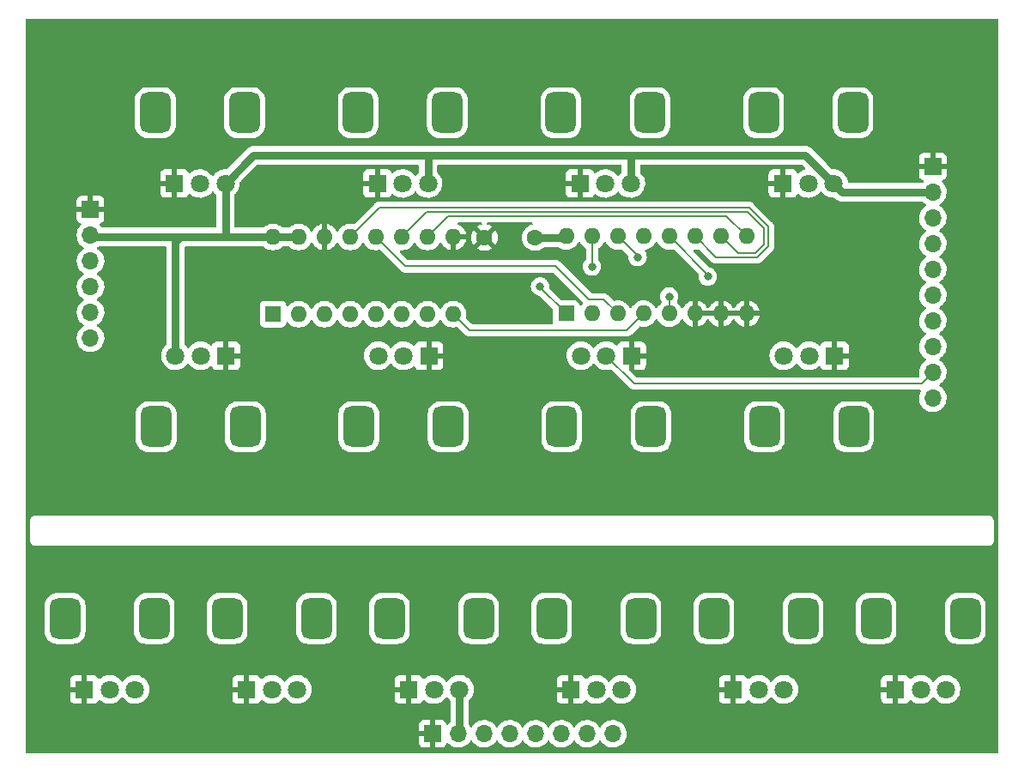
<source format=gbr>
%TF.GenerationSoftware,KiCad,Pcbnew,(6.0.5)*%
%TF.CreationDate,2023-01-13T11:48:33+00:00*%
%TF.ProjectId,AnalogInputBoard,416e616c-6f67-4496-9e70-7574426f6172,rev?*%
%TF.SameCoordinates,Original*%
%TF.FileFunction,Copper,L2,Bot*%
%TF.FilePolarity,Positive*%
%FSLAX46Y46*%
G04 Gerber Fmt 4.6, Leading zero omitted, Abs format (unit mm)*
G04 Created by KiCad (PCBNEW (6.0.5)) date 2023-01-13 11:48:33*
%MOMM*%
%LPD*%
G01*
G04 APERTURE LIST*
G04 Aperture macros list*
%AMRoundRect*
0 Rectangle with rounded corners*
0 $1 Rounding radius*
0 $2 $3 $4 $5 $6 $7 $8 $9 X,Y pos of 4 corners*
0 Add a 4 corners polygon primitive as box body*
4,1,4,$2,$3,$4,$5,$6,$7,$8,$9,$2,$3,0*
0 Add four circle primitives for the rounded corners*
1,1,$1+$1,$2,$3*
1,1,$1+$1,$4,$5*
1,1,$1+$1,$6,$7*
1,1,$1+$1,$8,$9*
0 Add four rect primitives between the rounded corners*
20,1,$1+$1,$2,$3,$4,$5,0*
20,1,$1+$1,$4,$5,$6,$7,0*
20,1,$1+$1,$6,$7,$8,$9,0*
20,1,$1+$1,$8,$9,$2,$3,0*%
G04 Aperture macros list end*
%TA.AperFunction,ComponentPad*%
%ADD10R,1.800000X1.800000*%
%TD*%
%TA.AperFunction,ComponentPad*%
%ADD11C,1.800000*%
%TD*%
%TA.AperFunction,ComponentPad*%
%ADD12RoundRect,0.750000X0.750000X-1.250000X0.750000X1.250000X-0.750000X1.250000X-0.750000X-1.250000X0*%
%TD*%
%TA.AperFunction,ComponentPad*%
%ADD13RoundRect,0.750000X-0.750000X1.250000X-0.750000X-1.250000X0.750000X-1.250000X0.750000X1.250000X0*%
%TD*%
%TA.AperFunction,ComponentPad*%
%ADD14R,1.700000X1.700000*%
%TD*%
%TA.AperFunction,ComponentPad*%
%ADD15O,1.700000X1.700000*%
%TD*%
%TA.AperFunction,ComponentPad*%
%ADD16R,1.600000X1.600000*%
%TD*%
%TA.AperFunction,ComponentPad*%
%ADD17O,1.600000X1.600000*%
%TD*%
%TA.AperFunction,ComponentPad*%
%ADD18C,1.600000*%
%TD*%
%TA.AperFunction,ViaPad*%
%ADD19C,0.800000*%
%TD*%
%TA.AperFunction,Conductor*%
%ADD20C,0.200000*%
%TD*%
%TA.AperFunction,Conductor*%
%ADD21C,0.800000*%
%TD*%
G04 APERTURE END LIST*
D10*
%TO.P,ALG0,1,1*%
%TO.N,GND*%
X56320000Y-116660000D03*
D11*
%TO.P,ALG0,2,2*%
%TO.N,Net-(J3-Pad3)*%
X58820000Y-116660000D03*
%TO.P,ALG0,3,3*%
%TO.N,VCC*%
X61320000Y-116660000D03*
D12*
%TO.P,ALG0,MP*%
%TO.N,N/C*%
X63220000Y-109660000D03*
X54420000Y-109660000D03*
%TD*%
D10*
%TO.P,RV5,1,1*%
%TO.N,GND*%
X70310000Y-83730000D03*
D11*
%TO.P,RV5,2,2*%
%TO.N,Net-(J2-Pad7)*%
X67810000Y-83730000D03*
%TO.P,RV5,3,3*%
%TO.N,VCC*%
X65310000Y-83730000D03*
D13*
%TO.P,RV5,MP*%
%TO.N,N/C*%
X72210000Y-90730000D03*
X63410000Y-90730000D03*
%TD*%
D10*
%TO.P,ALG4,1,1*%
%TO.N,GND*%
X120320000Y-116660000D03*
D11*
%TO.P,ALG4,2,2*%
%TO.N,Net-(J3-Pad7)*%
X122820000Y-116660000D03*
%TO.P,ALG4,3,3*%
%TO.N,VCC*%
X125320000Y-116660000D03*
D12*
%TO.P,ALG4,MP*%
%TO.N,N/C*%
X127220000Y-109660000D03*
X118420000Y-109660000D03*
%TD*%
D14*
%TO.P,J1,1,Pin_1*%
%TO.N,GND*%
X56930000Y-69300000D03*
D15*
%TO.P,J1,2,Pin_2*%
%TO.N,VCC*%
X56930000Y-71840000D03*
%TO.P,J1,3,Pin_3*%
%TO.N,Net-(U1-Pad12)*%
X56930000Y-74380000D03*
%TO.P,J1,4,Pin_4*%
%TO.N,Net-(U1-Pad13)*%
X56930000Y-76920000D03*
%TO.P,J1,5,Pin_5*%
%TO.N,Net-(J1-Pad5)*%
X56930000Y-79460000D03*
%TO.P,J1,6,Pin_6*%
%TO.N,Net-(J1-Pad6)*%
X56930000Y-82000000D03*
%TD*%
D10*
%TO.P,RV7,1,1*%
%TO.N,GND*%
X110310000Y-83730000D03*
D11*
%TO.P,RV7,2,2*%
%TO.N,Net-(J2-Pad9)*%
X107810000Y-83730000D03*
%TO.P,RV7,3,3*%
%TO.N,VCC*%
X105310000Y-83730000D03*
D13*
%TO.P,RV7,MP*%
%TO.N,N/C*%
X112210000Y-90730000D03*
X103410000Y-90730000D03*
%TD*%
D10*
%TO.P,ALG2,1,1*%
%TO.N,GND*%
X88320000Y-116660000D03*
D11*
%TO.P,ALG2,2,2*%
%TO.N,Net-(J3-Pad5)*%
X90820000Y-116660000D03*
%TO.P,ALG2,3,3*%
%TO.N,VCC*%
X93320000Y-116660000D03*
D12*
%TO.P,ALG2,MP*%
%TO.N,N/C*%
X86420000Y-109660000D03*
X95220000Y-109660000D03*
%TD*%
D10*
%TO.P,ALG3,1,1*%
%TO.N,GND*%
X104320000Y-116660000D03*
D11*
%TO.P,ALG3,2,2*%
%TO.N,Net-(J3-Pad6)*%
X106820000Y-116660000D03*
%TO.P,ALG3,3,3*%
%TO.N,VCC*%
X109320000Y-116660000D03*
D12*
%TO.P,ALG3,MP*%
%TO.N,N/C*%
X102420000Y-109660000D03*
X111220000Y-109660000D03*
%TD*%
D10*
%TO.P,ALG5,1,1*%
%TO.N,GND*%
X136320000Y-116660000D03*
D11*
%TO.P,ALG5,2,2*%
%TO.N,Net-(J3-Pad8)*%
X138820000Y-116660000D03*
%TO.P,ALG5,3,3*%
%TO.N,VCC*%
X141320000Y-116660000D03*
D12*
%TO.P,ALG5,MP*%
%TO.N,N/C*%
X143220000Y-109660000D03*
X134420000Y-109660000D03*
%TD*%
D14*
%TO.P,J3,1,Pin_1*%
%TO.N,GND*%
X90675000Y-121040000D03*
D15*
%TO.P,J3,2,Pin_2*%
%TO.N,VCC*%
X93215000Y-121040000D03*
%TO.P,J3,3,Pin_3*%
%TO.N,Net-(J3-Pad3)*%
X95755000Y-121040000D03*
%TO.P,J3,4,Pin_4*%
%TO.N,Net-(J3-Pad4)*%
X98295000Y-121040000D03*
%TO.P,J3,5,Pin_5*%
%TO.N,Net-(J3-Pad5)*%
X100835000Y-121040000D03*
%TO.P,J3,6,Pin_6*%
%TO.N,Net-(J3-Pad6)*%
X103375000Y-121040000D03*
%TO.P,J3,7,Pin_7*%
%TO.N,Net-(J3-Pad7)*%
X105915000Y-121040000D03*
%TO.P,J3,8,Pin_8*%
%TO.N,Net-(J3-Pad8)*%
X108455000Y-121040000D03*
%TD*%
D10*
%TO.P,RV8,1,1*%
%TO.N,GND*%
X130310000Y-83730000D03*
D11*
%TO.P,RV8,2,2*%
%TO.N,Net-(J2-Pad10)*%
X127810000Y-83730000D03*
%TO.P,RV8,3,3*%
%TO.N,VCC*%
X125310000Y-83730000D03*
D13*
%TO.P,RV8,MP*%
%TO.N,N/C*%
X123410000Y-90730000D03*
X132210000Y-90730000D03*
%TD*%
D10*
%TO.P,RV1,1,1*%
%TO.N,GND*%
X65230000Y-66730000D03*
D11*
%TO.P,RV1,2,2*%
%TO.N,Net-(J2-Pad3)*%
X67730000Y-66730000D03*
%TO.P,RV1,3,3*%
%TO.N,VCC*%
X70230000Y-66730000D03*
D12*
%TO.P,RV1,MP*%
%TO.N,N/C*%
X63330000Y-59730000D03*
X72130000Y-59730000D03*
%TD*%
D16*
%TO.P,U1,1,CH0*%
%TO.N,Net-(J2-Pad3)*%
X74925000Y-79620000D03*
D17*
%TO.P,U1,2,CH1*%
%TO.N,Net-(J2-Pad4)*%
X77465000Y-79620000D03*
%TO.P,U1,3,CH2*%
%TO.N,Net-(J2-Pad5)*%
X80005000Y-79620000D03*
%TO.P,U1,4,CH3*%
%TO.N,Net-(J2-Pad6)*%
X82545000Y-79620000D03*
%TO.P,U1,5,CH4*%
%TO.N,Net-(J2-Pad7)*%
X85085000Y-79620000D03*
%TO.P,U1,6,CH5*%
%TO.N,Net-(J2-Pad8)*%
X87625000Y-79620000D03*
%TO.P,U1,7,CH6*%
%TO.N,Net-(J2-Pad9)*%
X90165000Y-79620000D03*
%TO.P,U1,8,CH7*%
%TO.N,Net-(J2-Pad10)*%
X92705000Y-79620000D03*
%TO.P,U1,9,DGND*%
%TO.N,GND*%
X92705000Y-72000000D03*
%TO.P,U1,10,~{CS}/SHDN*%
%TO.N,Net-(J1-Pad6)*%
X90165000Y-72000000D03*
%TO.P,U1,11,Din*%
%TO.N,Net-(J1-Pad5)*%
X87625000Y-72000000D03*
%TO.P,U1,12,Dout*%
%TO.N,Net-(U1-Pad12)*%
X85085000Y-72000000D03*
%TO.P,U1,13,CLK*%
%TO.N,Net-(U1-Pad13)*%
X82545000Y-72000000D03*
%TO.P,U1,14,AGND*%
%TO.N,GND*%
X80005000Y-72000000D03*
%TO.P,U1,15,Vref*%
%TO.N,VCC*%
X77465000Y-72000000D03*
%TO.P,U1,16,Vdd*%
X74925000Y-72000000D03*
%TD*%
D18*
%TO.P,C1,1*%
%TO.N,GND*%
X95790000Y-72070000D03*
%TO.P,C1,2*%
%TO.N,VCC*%
X100790000Y-72070000D03*
%TD*%
D10*
%TO.P,RV6,1,1*%
%TO.N,GND*%
X90310000Y-83730000D03*
D11*
%TO.P,RV6,2,2*%
%TO.N,Net-(J2-Pad8)*%
X87810000Y-83730000D03*
%TO.P,RV6,3,3*%
%TO.N,VCC*%
X85310000Y-83730000D03*
D13*
%TO.P,RV6,MP*%
%TO.N,N/C*%
X83410000Y-90730000D03*
X92210000Y-90730000D03*
%TD*%
D10*
%TO.P,ALG1,1,1*%
%TO.N,GND*%
X72320000Y-116660000D03*
D11*
%TO.P,ALG1,2,2*%
%TO.N,Net-(J3-Pad4)*%
X74820000Y-116660000D03*
%TO.P,ALG1,3,3*%
%TO.N,VCC*%
X77320000Y-116660000D03*
D12*
%TO.P,ALG1,MP*%
%TO.N,N/C*%
X79220000Y-109660000D03*
X70420000Y-109660000D03*
%TD*%
D10*
%TO.P,RV3,1,1*%
%TO.N,GND*%
X105230000Y-66730000D03*
D11*
%TO.P,RV3,2,2*%
%TO.N,Net-(J2-Pad5)*%
X107730000Y-66730000D03*
%TO.P,RV3,3,3*%
%TO.N,VCC*%
X110230000Y-66730000D03*
D12*
%TO.P,RV3,MP*%
%TO.N,N/C*%
X112130000Y-59730000D03*
X103330000Y-59730000D03*
%TD*%
D10*
%TO.P,RV2,1,1*%
%TO.N,GND*%
X85230000Y-66730000D03*
D11*
%TO.P,RV2,2,2*%
%TO.N,Net-(J2-Pad4)*%
X87730000Y-66730000D03*
%TO.P,RV2,3,3*%
%TO.N,VCC*%
X90230000Y-66730000D03*
D12*
%TO.P,RV2,MP*%
%TO.N,N/C*%
X83330000Y-59730000D03*
X92130000Y-59730000D03*
%TD*%
D14*
%TO.P,J2,1,Pin_1*%
%TO.N,GND*%
X140010000Y-65055000D03*
D15*
%TO.P,J2,2,Pin_2*%
%TO.N,VCC*%
X140010000Y-67595000D03*
%TO.P,J2,3,Pin_3*%
%TO.N,Net-(J2-Pad3)*%
X140010000Y-70135000D03*
%TO.P,J2,4,Pin_4*%
%TO.N,Net-(J2-Pad4)*%
X140010000Y-72675000D03*
%TO.P,J2,5,Pin_5*%
%TO.N,Net-(J2-Pad5)*%
X140010000Y-75215000D03*
%TO.P,J2,6,Pin_6*%
%TO.N,Net-(J2-Pad6)*%
X140010000Y-77755000D03*
%TO.P,J2,7,Pin_7*%
%TO.N,Net-(J2-Pad7)*%
X140010000Y-80295000D03*
%TO.P,J2,8,Pin_8*%
%TO.N,Net-(J2-Pad8)*%
X140010000Y-82835000D03*
%TO.P,J2,9,Pin_9*%
%TO.N,Net-(J2-Pad9)*%
X140010000Y-85375000D03*
%TO.P,J2,10,Pin_10*%
%TO.N,Net-(J2-Pad10)*%
X140010000Y-87915000D03*
%TD*%
D16*
%TO.P,U2,1,A4*%
%TO.N,Net-(J2-Pad7)*%
X103860000Y-79570000D03*
D17*
%TO.P,U2,2,A6*%
%TO.N,Net-(J2-Pad9)*%
X106400000Y-79570000D03*
%TO.P,U2,3,A*%
%TO.N,Net-(U1-Pad12)*%
X108940000Y-79570000D03*
%TO.P,U2,4,A7*%
%TO.N,Net-(J2-Pad10)*%
X111480000Y-79570000D03*
%TO.P,U2,5,A5*%
%TO.N,Net-(J2-Pad8)*%
X114020000Y-79570000D03*
%TO.P,U2,6,~{E}*%
%TO.N,GND*%
X116560000Y-79570000D03*
%TO.P,U2,7,VEE*%
X119100000Y-79570000D03*
%TO.P,U2,8,GND*%
X121640000Y-79570000D03*
%TO.P,U2,9,S2*%
%TO.N,Net-(J1-Pad6)*%
X121640000Y-71950000D03*
%TO.P,U2,10,S1*%
%TO.N,Net-(J1-Pad5)*%
X119100000Y-71950000D03*
%TO.P,U2,11,S0*%
%TO.N,Net-(U1-Pad13)*%
X116560000Y-71950000D03*
%TO.P,U2,12,A3*%
%TO.N,Net-(J2-Pad6)*%
X114020000Y-71950000D03*
%TO.P,U2,13,A0*%
%TO.N,Net-(J2-Pad3)*%
X111480000Y-71950000D03*
%TO.P,U2,14,A1*%
%TO.N,Net-(J2-Pad4)*%
X108940000Y-71950000D03*
%TO.P,U2,15,A2*%
%TO.N,Net-(J2-Pad5)*%
X106400000Y-71950000D03*
%TO.P,U2,16,VCC*%
%TO.N,VCC*%
X103860000Y-71950000D03*
%TD*%
D10*
%TO.P,RV4,1,1*%
%TO.N,GND*%
X125230000Y-66730000D03*
D11*
%TO.P,RV4,2,2*%
%TO.N,Net-(J2-Pad6)*%
X127730000Y-66730000D03*
%TO.P,RV4,3,3*%
%TO.N,VCC*%
X130230000Y-66730000D03*
D12*
%TO.P,RV4,MP*%
%TO.N,N/C*%
X123330000Y-59730000D03*
X132130000Y-59730000D03*
%TD*%
D19*
%TO.N,Net-(J2-Pad4)*%
X110900000Y-73990000D03*
%TO.N,Net-(J2-Pad5)*%
X106390000Y-74930000D03*
%TO.N,Net-(J2-Pad6)*%
X117820000Y-75910000D03*
%TO.N,Net-(J2-Pad7)*%
X101280000Y-76890000D03*
%TO.N,Net-(J2-Pad8)*%
X114010000Y-77880000D03*
%TD*%
D20*
%TO.N,Net-(J2-Pad9)*%
X138915000Y-86470000D02*
X140010000Y-85375000D01*
X110550000Y-86470000D02*
X138915000Y-86470000D01*
X107810000Y-83730000D02*
X110550000Y-86470000D01*
%TO.N,Net-(U1-Pad12)*%
X87997500Y-74912500D02*
X88227500Y-74912500D01*
X85085000Y-72000000D02*
X87997500Y-74912500D01*
X88227500Y-74912500D02*
X102822500Y-74912500D01*
%TO.N,Net-(U1-Pad13)*%
X123759039Y-72945967D02*
X123759040Y-71004994D01*
X121905006Y-69150960D02*
X85394040Y-69150960D01*
X85394040Y-69150960D02*
X82545000Y-72000000D01*
X118634520Y-74024520D02*
X122680486Y-74024520D01*
X122680486Y-74024520D02*
X123759039Y-72945967D01*
X123759040Y-71004994D02*
X121905006Y-69150960D01*
X116560000Y-71950000D02*
X118634520Y-74024520D01*
D21*
%TO.N,VCC*%
X74925000Y-72000000D02*
X70130000Y-72000000D01*
X90230000Y-64040000D02*
X90230000Y-66730000D01*
X140010000Y-67595000D02*
X131095000Y-67595000D01*
X127450000Y-63950000D02*
X126540000Y-63950000D01*
X65820000Y-72000000D02*
X57090000Y-72000000D01*
X93320000Y-116660000D02*
X93320000Y-120935000D01*
X110450000Y-63950000D02*
X110230000Y-64170000D01*
X70130000Y-72000000D02*
X65820000Y-72000000D01*
X70130000Y-72000000D02*
X70230000Y-71900000D01*
X65310000Y-72510000D02*
X65310000Y-83730000D01*
X57090000Y-72000000D02*
X56930000Y-71840000D01*
X90140000Y-63950000D02*
X110450000Y-63950000D01*
X74925000Y-72000000D02*
X77465000Y-72000000D01*
X103740000Y-72070000D02*
X103860000Y-71950000D01*
X110230000Y-64170000D02*
X110230000Y-66730000D01*
X70230000Y-66730000D02*
X73010000Y-63950000D01*
X93320000Y-120935000D02*
X93215000Y-121040000D01*
X65820000Y-72000000D02*
X65310000Y-72510000D01*
X130230000Y-66730000D02*
X127450000Y-63950000D01*
X90140000Y-63950000D02*
X90230000Y-64040000D01*
X100790000Y-72070000D02*
X103740000Y-72070000D01*
X73010000Y-63950000D02*
X90140000Y-63950000D01*
X131095000Y-67595000D02*
X130230000Y-66730000D01*
X110450000Y-63950000D02*
X126540000Y-63950000D01*
X70230000Y-71900000D02*
X70230000Y-66730000D01*
D20*
%TO.N,Net-(U1-Pad12)*%
X102822500Y-74912500D02*
X106090000Y-78180000D01*
X106090000Y-78180000D02*
X107550000Y-78180000D01*
X107550000Y-78180000D02*
X108940000Y-79570000D01*
%TO.N,Net-(J1-Pad5)*%
X123359520Y-72780480D02*
X122515000Y-73625000D01*
X123359520Y-71170480D02*
X123359520Y-72780480D01*
X120775000Y-73625000D02*
X119100000Y-71950000D01*
X87625000Y-72000000D02*
X90074520Y-69550480D01*
X120775000Y-73625000D02*
X122515000Y-73625000D01*
X90074520Y-69550480D02*
X121739520Y-69550480D01*
X121739520Y-69550480D02*
X123359520Y-71170480D01*
%TO.N,Net-(J1-Pad6)*%
X119640000Y-69950000D02*
X121640000Y-71950000D01*
X90165000Y-72000000D02*
X92215000Y-69950000D01*
X92215000Y-69950000D02*
X119640000Y-69950000D01*
%TO.N,Net-(J2-Pad4)*%
X108940000Y-71950000D02*
X110960000Y-73970000D01*
%TO.N,Net-(J2-Pad5)*%
X106400000Y-74920000D02*
X106390000Y-74930000D01*
X106400000Y-71950000D02*
X106400000Y-74920000D01*
%TO.N,Net-(J2-Pad6)*%
X114020000Y-71950000D02*
X117920000Y-75850000D01*
%TO.N,Net-(J2-Pad7)*%
X103860000Y-79570000D02*
X101190000Y-76900000D01*
%TO.N,Net-(J2-Pad8)*%
X114020000Y-79570000D02*
X114020000Y-77890000D01*
X114020000Y-77890000D02*
X114010000Y-77880000D01*
%TO.N,Net-(J2-Pad10)*%
X92705000Y-79620000D02*
X94295000Y-81210000D01*
X94295000Y-81210000D02*
X109840000Y-81210000D01*
X109840000Y-81210000D02*
X111480000Y-79570000D01*
%TD*%
%TA.AperFunction,Conductor*%
%TO.N,GND*%
G36*
X146433621Y-50528502D02*
G01*
X146480114Y-50582158D01*
X146491500Y-50634500D01*
X146491500Y-122865500D01*
X146471498Y-122933621D01*
X146417842Y-122980114D01*
X146365500Y-122991500D01*
X50634500Y-122991500D01*
X50566379Y-122971498D01*
X50519886Y-122917842D01*
X50508500Y-122865500D01*
X50508500Y-121934669D01*
X89317001Y-121934669D01*
X89317371Y-121941490D01*
X89322895Y-121992352D01*
X89326521Y-122007604D01*
X89371676Y-122128054D01*
X89380214Y-122143649D01*
X89456715Y-122245724D01*
X89469276Y-122258285D01*
X89571351Y-122334786D01*
X89586946Y-122343324D01*
X89707394Y-122388478D01*
X89722649Y-122392105D01*
X89773514Y-122397631D01*
X89780328Y-122398000D01*
X90402885Y-122398000D01*
X90418124Y-122393525D01*
X90419329Y-122392135D01*
X90421000Y-122384452D01*
X90421000Y-121312115D01*
X90416525Y-121296876D01*
X90415135Y-121295671D01*
X90407452Y-121294000D01*
X89335116Y-121294000D01*
X89319877Y-121298475D01*
X89318672Y-121299865D01*
X89317001Y-121307548D01*
X89317001Y-121934669D01*
X50508500Y-121934669D01*
X50508500Y-120767885D01*
X89317000Y-120767885D01*
X89321475Y-120783124D01*
X89322865Y-120784329D01*
X89330548Y-120786000D01*
X90402885Y-120786000D01*
X90418124Y-120781525D01*
X90419329Y-120780135D01*
X90421000Y-120772452D01*
X90421000Y-119700116D01*
X90416525Y-119684877D01*
X90415135Y-119683672D01*
X90407452Y-119682001D01*
X89780331Y-119682001D01*
X89773510Y-119682371D01*
X89722648Y-119687895D01*
X89707396Y-119691521D01*
X89586946Y-119736676D01*
X89571351Y-119745214D01*
X89469276Y-119821715D01*
X89456715Y-119834276D01*
X89380214Y-119936351D01*
X89371676Y-119951946D01*
X89326522Y-120072394D01*
X89322895Y-120087649D01*
X89317369Y-120138514D01*
X89317000Y-120145328D01*
X89317000Y-120767885D01*
X50508500Y-120767885D01*
X50508500Y-117604669D01*
X54912001Y-117604669D01*
X54912371Y-117611490D01*
X54917895Y-117662352D01*
X54921521Y-117677604D01*
X54966676Y-117798054D01*
X54975214Y-117813649D01*
X55051715Y-117915724D01*
X55064276Y-117928285D01*
X55166351Y-118004786D01*
X55181946Y-118013324D01*
X55302394Y-118058478D01*
X55317649Y-118062105D01*
X55368514Y-118067631D01*
X55375328Y-118068000D01*
X56047885Y-118068000D01*
X56063124Y-118063525D01*
X56064329Y-118062135D01*
X56066000Y-118054452D01*
X56066000Y-118049884D01*
X56574000Y-118049884D01*
X56578475Y-118065123D01*
X56579865Y-118066328D01*
X56587548Y-118067999D01*
X57264669Y-118067999D01*
X57271490Y-118067629D01*
X57322352Y-118062105D01*
X57337604Y-118058479D01*
X57458054Y-118013324D01*
X57473649Y-118004786D01*
X57575724Y-117928285D01*
X57588285Y-117915724D01*
X57664786Y-117813649D01*
X57673325Y-117798052D01*
X57685278Y-117766167D01*
X57727919Y-117709402D01*
X57794480Y-117684702D01*
X57863829Y-117699909D01*
X57883741Y-117713448D01*
X58009349Y-117817730D01*
X58209322Y-117934584D01*
X58425694Y-118017209D01*
X58430760Y-118018240D01*
X58430761Y-118018240D01*
X58483846Y-118029040D01*
X58652656Y-118063385D01*
X58783324Y-118068176D01*
X58878949Y-118071683D01*
X58878953Y-118071683D01*
X58884113Y-118071872D01*
X58889233Y-118071216D01*
X58889235Y-118071216D01*
X58988668Y-118058478D01*
X59113847Y-118042442D01*
X59118795Y-118040957D01*
X59118802Y-118040956D01*
X59330747Y-117977369D01*
X59335690Y-117975886D01*
X59416236Y-117936427D01*
X59539049Y-117876262D01*
X59539052Y-117876260D01*
X59543684Y-117873991D01*
X59732243Y-117739494D01*
X59896303Y-117576005D01*
X59965370Y-117479888D01*
X60021365Y-117436240D01*
X60092068Y-117429794D01*
X60155033Y-117462597D01*
X60175128Y-117487584D01*
X60176799Y-117490311D01*
X60176804Y-117490317D01*
X60179501Y-117494719D01*
X60331147Y-117669784D01*
X60509349Y-117817730D01*
X60709322Y-117934584D01*
X60925694Y-118017209D01*
X60930760Y-118018240D01*
X60930761Y-118018240D01*
X60983846Y-118029040D01*
X61152656Y-118063385D01*
X61283324Y-118068176D01*
X61378949Y-118071683D01*
X61378953Y-118071683D01*
X61384113Y-118071872D01*
X61389233Y-118071216D01*
X61389235Y-118071216D01*
X61488668Y-118058478D01*
X61613847Y-118042442D01*
X61618795Y-118040957D01*
X61618802Y-118040956D01*
X61830747Y-117977369D01*
X61835690Y-117975886D01*
X61916236Y-117936427D01*
X62039049Y-117876262D01*
X62039052Y-117876260D01*
X62043684Y-117873991D01*
X62232243Y-117739494D01*
X62367539Y-117604669D01*
X70912001Y-117604669D01*
X70912371Y-117611490D01*
X70917895Y-117662352D01*
X70921521Y-117677604D01*
X70966676Y-117798054D01*
X70975214Y-117813649D01*
X71051715Y-117915724D01*
X71064276Y-117928285D01*
X71166351Y-118004786D01*
X71181946Y-118013324D01*
X71302394Y-118058478D01*
X71317649Y-118062105D01*
X71368514Y-118067631D01*
X71375328Y-118068000D01*
X72047885Y-118068000D01*
X72063124Y-118063525D01*
X72064329Y-118062135D01*
X72066000Y-118054452D01*
X72066000Y-118049884D01*
X72574000Y-118049884D01*
X72578475Y-118065123D01*
X72579865Y-118066328D01*
X72587548Y-118067999D01*
X73264669Y-118067999D01*
X73271490Y-118067629D01*
X73322352Y-118062105D01*
X73337604Y-118058479D01*
X73458054Y-118013324D01*
X73473649Y-118004786D01*
X73575724Y-117928285D01*
X73588285Y-117915724D01*
X73664786Y-117813649D01*
X73673325Y-117798052D01*
X73685278Y-117766167D01*
X73727919Y-117709402D01*
X73794480Y-117684702D01*
X73863829Y-117699909D01*
X73883741Y-117713448D01*
X74009349Y-117817730D01*
X74209322Y-117934584D01*
X74425694Y-118017209D01*
X74430760Y-118018240D01*
X74430761Y-118018240D01*
X74483846Y-118029040D01*
X74652656Y-118063385D01*
X74783324Y-118068176D01*
X74878949Y-118071683D01*
X74878953Y-118071683D01*
X74884113Y-118071872D01*
X74889233Y-118071216D01*
X74889235Y-118071216D01*
X74988668Y-118058478D01*
X75113847Y-118042442D01*
X75118795Y-118040957D01*
X75118802Y-118040956D01*
X75330747Y-117977369D01*
X75335690Y-117975886D01*
X75416236Y-117936427D01*
X75539049Y-117876262D01*
X75539052Y-117876260D01*
X75543684Y-117873991D01*
X75732243Y-117739494D01*
X75896303Y-117576005D01*
X75965370Y-117479888D01*
X76021365Y-117436240D01*
X76092068Y-117429794D01*
X76155033Y-117462597D01*
X76175128Y-117487584D01*
X76176799Y-117490311D01*
X76176804Y-117490317D01*
X76179501Y-117494719D01*
X76331147Y-117669784D01*
X76509349Y-117817730D01*
X76709322Y-117934584D01*
X76925694Y-118017209D01*
X76930760Y-118018240D01*
X76930761Y-118018240D01*
X76983846Y-118029040D01*
X77152656Y-118063385D01*
X77283324Y-118068176D01*
X77378949Y-118071683D01*
X77378953Y-118071683D01*
X77384113Y-118071872D01*
X77389233Y-118071216D01*
X77389235Y-118071216D01*
X77488668Y-118058478D01*
X77613847Y-118042442D01*
X77618795Y-118040957D01*
X77618802Y-118040956D01*
X77830747Y-117977369D01*
X77835690Y-117975886D01*
X77916236Y-117936427D01*
X78039049Y-117876262D01*
X78039052Y-117876260D01*
X78043684Y-117873991D01*
X78232243Y-117739494D01*
X78367539Y-117604669D01*
X86912001Y-117604669D01*
X86912371Y-117611490D01*
X86917895Y-117662352D01*
X86921521Y-117677604D01*
X86966676Y-117798054D01*
X86975214Y-117813649D01*
X87051715Y-117915724D01*
X87064276Y-117928285D01*
X87166351Y-118004786D01*
X87181946Y-118013324D01*
X87302394Y-118058478D01*
X87317649Y-118062105D01*
X87368514Y-118067631D01*
X87375328Y-118068000D01*
X88047885Y-118068000D01*
X88063124Y-118063525D01*
X88064329Y-118062135D01*
X88066000Y-118054452D01*
X88066000Y-118049884D01*
X88574000Y-118049884D01*
X88578475Y-118065123D01*
X88579865Y-118066328D01*
X88587548Y-118067999D01*
X89264669Y-118067999D01*
X89271490Y-118067629D01*
X89322352Y-118062105D01*
X89337604Y-118058479D01*
X89458054Y-118013324D01*
X89473649Y-118004786D01*
X89575724Y-117928285D01*
X89588285Y-117915724D01*
X89664786Y-117813649D01*
X89673325Y-117798052D01*
X89685278Y-117766167D01*
X89727919Y-117709402D01*
X89794480Y-117684702D01*
X89863829Y-117699909D01*
X89883741Y-117713448D01*
X90009349Y-117817730D01*
X90209322Y-117934584D01*
X90425694Y-118017209D01*
X90430760Y-118018240D01*
X90430761Y-118018240D01*
X90483846Y-118029040D01*
X90652656Y-118063385D01*
X90783324Y-118068176D01*
X90878949Y-118071683D01*
X90878953Y-118071683D01*
X90884113Y-118071872D01*
X90889233Y-118071216D01*
X90889235Y-118071216D01*
X90988668Y-118058478D01*
X91113847Y-118042442D01*
X91118795Y-118040957D01*
X91118802Y-118040956D01*
X91330747Y-117977369D01*
X91335690Y-117975886D01*
X91416236Y-117936427D01*
X91539049Y-117876262D01*
X91539052Y-117876260D01*
X91543684Y-117873991D01*
X91732243Y-117739494D01*
X91896303Y-117576005D01*
X91965370Y-117479888D01*
X92021365Y-117436240D01*
X92092068Y-117429794D01*
X92155033Y-117462597D01*
X92175128Y-117487584D01*
X92176799Y-117490311D01*
X92176804Y-117490317D01*
X92179501Y-117494719D01*
X92331147Y-117669784D01*
X92349116Y-117684702D01*
X92365984Y-117698706D01*
X92405620Y-117757609D01*
X92411500Y-117795651D01*
X92411500Y-119881442D01*
X92391498Y-119949563D01*
X92361154Y-119982201D01*
X92309965Y-120020635D01*
X92306393Y-120024373D01*
X92228898Y-120105466D01*
X92167374Y-120140895D01*
X92096462Y-120137438D01*
X92038676Y-120096192D01*
X92019823Y-120062644D01*
X91978324Y-119951946D01*
X91969786Y-119936351D01*
X91893285Y-119834276D01*
X91880724Y-119821715D01*
X91778649Y-119745214D01*
X91763054Y-119736676D01*
X91642606Y-119691522D01*
X91627351Y-119687895D01*
X91576486Y-119682369D01*
X91569672Y-119682000D01*
X90947115Y-119682000D01*
X90931876Y-119686475D01*
X90930671Y-119687865D01*
X90929000Y-119695548D01*
X90929000Y-122379884D01*
X90933475Y-122395123D01*
X90934865Y-122396328D01*
X90942548Y-122397999D01*
X91569669Y-122397999D01*
X91576490Y-122397629D01*
X91627352Y-122392105D01*
X91642604Y-122388479D01*
X91763054Y-122343324D01*
X91778649Y-122334786D01*
X91880724Y-122258285D01*
X91893285Y-122245724D01*
X91969786Y-122143649D01*
X91978324Y-122128054D01*
X92019225Y-122018952D01*
X92061867Y-121962188D01*
X92128428Y-121937488D01*
X92197777Y-121952696D01*
X92232444Y-121980684D01*
X92257865Y-122010031D01*
X92257869Y-122010035D01*
X92261250Y-122013938D01*
X92433126Y-122156632D01*
X92626000Y-122269338D01*
X92834692Y-122349030D01*
X92839760Y-122350061D01*
X92839763Y-122350062D01*
X92947017Y-122371883D01*
X93053597Y-122393567D01*
X93058772Y-122393757D01*
X93058774Y-122393757D01*
X93271673Y-122401564D01*
X93271677Y-122401564D01*
X93276837Y-122401753D01*
X93281957Y-122401097D01*
X93281959Y-122401097D01*
X93493288Y-122374025D01*
X93493289Y-122374025D01*
X93498416Y-122373368D01*
X93503366Y-122371883D01*
X93707429Y-122310661D01*
X93707434Y-122310659D01*
X93712384Y-122309174D01*
X93912994Y-122210896D01*
X94094860Y-122081173D01*
X94253096Y-121923489D01*
X94383453Y-121742077D01*
X94384776Y-121743028D01*
X94431645Y-121699857D01*
X94501580Y-121687625D01*
X94567026Y-121715144D01*
X94594875Y-121746994D01*
X94654987Y-121845088D01*
X94801250Y-122013938D01*
X94973126Y-122156632D01*
X95166000Y-122269338D01*
X95374692Y-122349030D01*
X95379760Y-122350061D01*
X95379763Y-122350062D01*
X95487017Y-122371883D01*
X95593597Y-122393567D01*
X95598772Y-122393757D01*
X95598774Y-122393757D01*
X95811673Y-122401564D01*
X95811677Y-122401564D01*
X95816837Y-122401753D01*
X95821957Y-122401097D01*
X95821959Y-122401097D01*
X96033288Y-122374025D01*
X96033289Y-122374025D01*
X96038416Y-122373368D01*
X96043366Y-122371883D01*
X96247429Y-122310661D01*
X96247434Y-122310659D01*
X96252384Y-122309174D01*
X96452994Y-122210896D01*
X96634860Y-122081173D01*
X96793096Y-121923489D01*
X96923453Y-121742077D01*
X96924776Y-121743028D01*
X96971645Y-121699857D01*
X97041580Y-121687625D01*
X97107026Y-121715144D01*
X97134875Y-121746994D01*
X97194987Y-121845088D01*
X97341250Y-122013938D01*
X97513126Y-122156632D01*
X97706000Y-122269338D01*
X97914692Y-122349030D01*
X97919760Y-122350061D01*
X97919763Y-122350062D01*
X98027017Y-122371883D01*
X98133597Y-122393567D01*
X98138772Y-122393757D01*
X98138774Y-122393757D01*
X98351673Y-122401564D01*
X98351677Y-122401564D01*
X98356837Y-122401753D01*
X98361957Y-122401097D01*
X98361959Y-122401097D01*
X98573288Y-122374025D01*
X98573289Y-122374025D01*
X98578416Y-122373368D01*
X98583366Y-122371883D01*
X98787429Y-122310661D01*
X98787434Y-122310659D01*
X98792384Y-122309174D01*
X98992994Y-122210896D01*
X99174860Y-122081173D01*
X99333096Y-121923489D01*
X99463453Y-121742077D01*
X99464776Y-121743028D01*
X99511645Y-121699857D01*
X99581580Y-121687625D01*
X99647026Y-121715144D01*
X99674875Y-121746994D01*
X99734987Y-121845088D01*
X99881250Y-122013938D01*
X100053126Y-122156632D01*
X100246000Y-122269338D01*
X100454692Y-122349030D01*
X100459760Y-122350061D01*
X100459763Y-122350062D01*
X100567017Y-122371883D01*
X100673597Y-122393567D01*
X100678772Y-122393757D01*
X100678774Y-122393757D01*
X100891673Y-122401564D01*
X100891677Y-122401564D01*
X100896837Y-122401753D01*
X100901957Y-122401097D01*
X100901959Y-122401097D01*
X101113288Y-122374025D01*
X101113289Y-122374025D01*
X101118416Y-122373368D01*
X101123366Y-122371883D01*
X101327429Y-122310661D01*
X101327434Y-122310659D01*
X101332384Y-122309174D01*
X101532994Y-122210896D01*
X101714860Y-122081173D01*
X101873096Y-121923489D01*
X102003453Y-121742077D01*
X102004776Y-121743028D01*
X102051645Y-121699857D01*
X102121580Y-121687625D01*
X102187026Y-121715144D01*
X102214875Y-121746994D01*
X102274987Y-121845088D01*
X102421250Y-122013938D01*
X102593126Y-122156632D01*
X102786000Y-122269338D01*
X102994692Y-122349030D01*
X102999760Y-122350061D01*
X102999763Y-122350062D01*
X103107017Y-122371883D01*
X103213597Y-122393567D01*
X103218772Y-122393757D01*
X103218774Y-122393757D01*
X103431673Y-122401564D01*
X103431677Y-122401564D01*
X103436837Y-122401753D01*
X103441957Y-122401097D01*
X103441959Y-122401097D01*
X103653288Y-122374025D01*
X103653289Y-122374025D01*
X103658416Y-122373368D01*
X103663366Y-122371883D01*
X103867429Y-122310661D01*
X103867434Y-122310659D01*
X103872384Y-122309174D01*
X104072994Y-122210896D01*
X104254860Y-122081173D01*
X104413096Y-121923489D01*
X104543453Y-121742077D01*
X104544776Y-121743028D01*
X104591645Y-121699857D01*
X104661580Y-121687625D01*
X104727026Y-121715144D01*
X104754875Y-121746994D01*
X104814987Y-121845088D01*
X104961250Y-122013938D01*
X105133126Y-122156632D01*
X105326000Y-122269338D01*
X105534692Y-122349030D01*
X105539760Y-122350061D01*
X105539763Y-122350062D01*
X105647017Y-122371883D01*
X105753597Y-122393567D01*
X105758772Y-122393757D01*
X105758774Y-122393757D01*
X105971673Y-122401564D01*
X105971677Y-122401564D01*
X105976837Y-122401753D01*
X105981957Y-122401097D01*
X105981959Y-122401097D01*
X106193288Y-122374025D01*
X106193289Y-122374025D01*
X106198416Y-122373368D01*
X106203366Y-122371883D01*
X106407429Y-122310661D01*
X106407434Y-122310659D01*
X106412384Y-122309174D01*
X106612994Y-122210896D01*
X106794860Y-122081173D01*
X106953096Y-121923489D01*
X107083453Y-121742077D01*
X107084776Y-121743028D01*
X107131645Y-121699857D01*
X107201580Y-121687625D01*
X107267026Y-121715144D01*
X107294875Y-121746994D01*
X107354987Y-121845088D01*
X107501250Y-122013938D01*
X107673126Y-122156632D01*
X107866000Y-122269338D01*
X108074692Y-122349030D01*
X108079760Y-122350061D01*
X108079763Y-122350062D01*
X108187017Y-122371883D01*
X108293597Y-122393567D01*
X108298772Y-122393757D01*
X108298774Y-122393757D01*
X108511673Y-122401564D01*
X108511677Y-122401564D01*
X108516837Y-122401753D01*
X108521957Y-122401097D01*
X108521959Y-122401097D01*
X108733288Y-122374025D01*
X108733289Y-122374025D01*
X108738416Y-122373368D01*
X108743366Y-122371883D01*
X108947429Y-122310661D01*
X108947434Y-122310659D01*
X108952384Y-122309174D01*
X109152994Y-122210896D01*
X109334860Y-122081173D01*
X109493096Y-121923489D01*
X109623453Y-121742077D01*
X109644320Y-121699857D01*
X109720136Y-121546453D01*
X109720137Y-121546451D01*
X109722430Y-121541811D01*
X109787370Y-121328069D01*
X109816529Y-121106590D01*
X109818156Y-121040000D01*
X109799852Y-120817361D01*
X109745431Y-120600702D01*
X109656354Y-120395840D01*
X109535014Y-120208277D01*
X109384670Y-120043051D01*
X109380619Y-120039852D01*
X109380615Y-120039848D01*
X109213414Y-119907800D01*
X109213410Y-119907798D01*
X109209359Y-119904598D01*
X109013789Y-119796638D01*
X109008920Y-119794914D01*
X109008916Y-119794912D01*
X108808087Y-119723795D01*
X108808083Y-119723794D01*
X108803212Y-119722069D01*
X108798119Y-119721162D01*
X108798116Y-119721161D01*
X108588373Y-119683800D01*
X108588367Y-119683799D01*
X108583284Y-119682894D01*
X108509452Y-119681992D01*
X108365081Y-119680228D01*
X108365079Y-119680228D01*
X108359911Y-119680165D01*
X108139091Y-119713955D01*
X107926756Y-119783357D01*
X107728607Y-119886507D01*
X107724474Y-119889610D01*
X107724471Y-119889612D01*
X107644624Y-119949563D01*
X107549965Y-120020635D01*
X107395629Y-120182138D01*
X107288201Y-120339621D01*
X107233293Y-120384621D01*
X107162768Y-120392792D01*
X107099021Y-120361538D01*
X107078324Y-120337054D01*
X106997822Y-120212617D01*
X106997820Y-120212614D01*
X106995014Y-120208277D01*
X106844670Y-120043051D01*
X106840619Y-120039852D01*
X106840615Y-120039848D01*
X106673414Y-119907800D01*
X106673410Y-119907798D01*
X106669359Y-119904598D01*
X106473789Y-119796638D01*
X106468920Y-119794914D01*
X106468916Y-119794912D01*
X106268087Y-119723795D01*
X106268083Y-119723794D01*
X106263212Y-119722069D01*
X106258119Y-119721162D01*
X106258116Y-119721161D01*
X106048373Y-119683800D01*
X106048367Y-119683799D01*
X106043284Y-119682894D01*
X105969452Y-119681992D01*
X105825081Y-119680228D01*
X105825079Y-119680228D01*
X105819911Y-119680165D01*
X105599091Y-119713955D01*
X105386756Y-119783357D01*
X105188607Y-119886507D01*
X105184474Y-119889610D01*
X105184471Y-119889612D01*
X105104624Y-119949563D01*
X105009965Y-120020635D01*
X104855629Y-120182138D01*
X104748201Y-120339621D01*
X104693293Y-120384621D01*
X104622768Y-120392792D01*
X104559021Y-120361538D01*
X104538324Y-120337054D01*
X104457822Y-120212617D01*
X104457820Y-120212614D01*
X104455014Y-120208277D01*
X104304670Y-120043051D01*
X104300619Y-120039852D01*
X104300615Y-120039848D01*
X104133414Y-119907800D01*
X104133410Y-119907798D01*
X104129359Y-119904598D01*
X103933789Y-119796638D01*
X103928920Y-119794914D01*
X103928916Y-119794912D01*
X103728087Y-119723795D01*
X103728083Y-119723794D01*
X103723212Y-119722069D01*
X103718119Y-119721162D01*
X103718116Y-119721161D01*
X103508373Y-119683800D01*
X103508367Y-119683799D01*
X103503284Y-119682894D01*
X103429452Y-119681992D01*
X103285081Y-119680228D01*
X103285079Y-119680228D01*
X103279911Y-119680165D01*
X103059091Y-119713955D01*
X102846756Y-119783357D01*
X102648607Y-119886507D01*
X102644474Y-119889610D01*
X102644471Y-119889612D01*
X102564624Y-119949563D01*
X102469965Y-120020635D01*
X102315629Y-120182138D01*
X102208201Y-120339621D01*
X102153293Y-120384621D01*
X102082768Y-120392792D01*
X102019021Y-120361538D01*
X101998324Y-120337054D01*
X101917822Y-120212617D01*
X101917820Y-120212614D01*
X101915014Y-120208277D01*
X101764670Y-120043051D01*
X101760619Y-120039852D01*
X101760615Y-120039848D01*
X101593414Y-119907800D01*
X101593410Y-119907798D01*
X101589359Y-119904598D01*
X101393789Y-119796638D01*
X101388920Y-119794914D01*
X101388916Y-119794912D01*
X101188087Y-119723795D01*
X101188083Y-119723794D01*
X101183212Y-119722069D01*
X101178119Y-119721162D01*
X101178116Y-119721161D01*
X100968373Y-119683800D01*
X100968367Y-119683799D01*
X100963284Y-119682894D01*
X100889452Y-119681992D01*
X100745081Y-119680228D01*
X100745079Y-119680228D01*
X100739911Y-119680165D01*
X100519091Y-119713955D01*
X100306756Y-119783357D01*
X100108607Y-119886507D01*
X100104474Y-119889610D01*
X100104471Y-119889612D01*
X100024624Y-119949563D01*
X99929965Y-120020635D01*
X99775629Y-120182138D01*
X99668201Y-120339621D01*
X99613293Y-120384621D01*
X99542768Y-120392792D01*
X99479021Y-120361538D01*
X99458324Y-120337054D01*
X99377822Y-120212617D01*
X99377820Y-120212614D01*
X99375014Y-120208277D01*
X99224670Y-120043051D01*
X99220619Y-120039852D01*
X99220615Y-120039848D01*
X99053414Y-119907800D01*
X99053410Y-119907798D01*
X99049359Y-119904598D01*
X98853789Y-119796638D01*
X98848920Y-119794914D01*
X98848916Y-119794912D01*
X98648087Y-119723795D01*
X98648083Y-119723794D01*
X98643212Y-119722069D01*
X98638119Y-119721162D01*
X98638116Y-119721161D01*
X98428373Y-119683800D01*
X98428367Y-119683799D01*
X98423284Y-119682894D01*
X98349452Y-119681992D01*
X98205081Y-119680228D01*
X98205079Y-119680228D01*
X98199911Y-119680165D01*
X97979091Y-119713955D01*
X97766756Y-119783357D01*
X97568607Y-119886507D01*
X97564474Y-119889610D01*
X97564471Y-119889612D01*
X97484624Y-119949563D01*
X97389965Y-120020635D01*
X97235629Y-120182138D01*
X97128201Y-120339621D01*
X97073293Y-120384621D01*
X97002768Y-120392792D01*
X96939021Y-120361538D01*
X96918324Y-120337054D01*
X96837822Y-120212617D01*
X96837820Y-120212614D01*
X96835014Y-120208277D01*
X96684670Y-120043051D01*
X96680619Y-120039852D01*
X96680615Y-120039848D01*
X96513414Y-119907800D01*
X96513410Y-119907798D01*
X96509359Y-119904598D01*
X96313789Y-119796638D01*
X96308920Y-119794914D01*
X96308916Y-119794912D01*
X96108087Y-119723795D01*
X96108083Y-119723794D01*
X96103212Y-119722069D01*
X96098119Y-119721162D01*
X96098116Y-119721161D01*
X95888373Y-119683800D01*
X95888367Y-119683799D01*
X95883284Y-119682894D01*
X95809452Y-119681992D01*
X95665081Y-119680228D01*
X95665079Y-119680228D01*
X95659911Y-119680165D01*
X95439091Y-119713955D01*
X95226756Y-119783357D01*
X95028607Y-119886507D01*
X95024474Y-119889610D01*
X95024471Y-119889612D01*
X94944624Y-119949563D01*
X94849965Y-120020635D01*
X94695629Y-120182138D01*
X94588201Y-120339621D01*
X94533293Y-120384621D01*
X94462768Y-120392792D01*
X94399021Y-120361538D01*
X94378324Y-120337054D01*
X94297822Y-120212617D01*
X94297820Y-120212614D01*
X94295014Y-120208277D01*
X94291538Y-120204457D01*
X94291533Y-120204450D01*
X94261306Y-120171231D01*
X94230254Y-120107385D01*
X94228500Y-120086432D01*
X94228500Y-117795544D01*
X94248502Y-117727423D01*
X94265560Y-117706293D01*
X94367539Y-117604669D01*
X102912001Y-117604669D01*
X102912371Y-117611490D01*
X102917895Y-117662352D01*
X102921521Y-117677604D01*
X102966676Y-117798054D01*
X102975214Y-117813649D01*
X103051715Y-117915724D01*
X103064276Y-117928285D01*
X103166351Y-118004786D01*
X103181946Y-118013324D01*
X103302394Y-118058478D01*
X103317649Y-118062105D01*
X103368514Y-118067631D01*
X103375328Y-118068000D01*
X104047885Y-118068000D01*
X104063124Y-118063525D01*
X104064329Y-118062135D01*
X104066000Y-118054452D01*
X104066000Y-118049884D01*
X104574000Y-118049884D01*
X104578475Y-118065123D01*
X104579865Y-118066328D01*
X104587548Y-118067999D01*
X105264669Y-118067999D01*
X105271490Y-118067629D01*
X105322352Y-118062105D01*
X105337604Y-118058479D01*
X105458054Y-118013324D01*
X105473649Y-118004786D01*
X105575724Y-117928285D01*
X105588285Y-117915724D01*
X105664786Y-117813649D01*
X105673325Y-117798052D01*
X105685278Y-117766167D01*
X105727919Y-117709402D01*
X105794480Y-117684702D01*
X105863829Y-117699909D01*
X105883741Y-117713448D01*
X106009349Y-117817730D01*
X106209322Y-117934584D01*
X106425694Y-118017209D01*
X106430760Y-118018240D01*
X106430761Y-118018240D01*
X106483846Y-118029040D01*
X106652656Y-118063385D01*
X106783324Y-118068176D01*
X106878949Y-118071683D01*
X106878953Y-118071683D01*
X106884113Y-118071872D01*
X106889233Y-118071216D01*
X106889235Y-118071216D01*
X106988668Y-118058478D01*
X107113847Y-118042442D01*
X107118795Y-118040957D01*
X107118802Y-118040956D01*
X107330747Y-117977369D01*
X107335690Y-117975886D01*
X107416236Y-117936427D01*
X107539049Y-117876262D01*
X107539052Y-117876260D01*
X107543684Y-117873991D01*
X107732243Y-117739494D01*
X107896303Y-117576005D01*
X107965370Y-117479888D01*
X108021365Y-117436240D01*
X108092068Y-117429794D01*
X108155033Y-117462597D01*
X108175128Y-117487584D01*
X108176799Y-117490311D01*
X108176804Y-117490317D01*
X108179501Y-117494719D01*
X108331147Y-117669784D01*
X108509349Y-117817730D01*
X108709322Y-117934584D01*
X108925694Y-118017209D01*
X108930760Y-118018240D01*
X108930761Y-118018240D01*
X108983846Y-118029040D01*
X109152656Y-118063385D01*
X109283324Y-118068176D01*
X109378949Y-118071683D01*
X109378953Y-118071683D01*
X109384113Y-118071872D01*
X109389233Y-118071216D01*
X109389235Y-118071216D01*
X109488668Y-118058478D01*
X109613847Y-118042442D01*
X109618795Y-118040957D01*
X109618802Y-118040956D01*
X109830747Y-117977369D01*
X109835690Y-117975886D01*
X109916236Y-117936427D01*
X110039049Y-117876262D01*
X110039052Y-117876260D01*
X110043684Y-117873991D01*
X110232243Y-117739494D01*
X110367539Y-117604669D01*
X118912001Y-117604669D01*
X118912371Y-117611490D01*
X118917895Y-117662352D01*
X118921521Y-117677604D01*
X118966676Y-117798054D01*
X118975214Y-117813649D01*
X119051715Y-117915724D01*
X119064276Y-117928285D01*
X119166351Y-118004786D01*
X119181946Y-118013324D01*
X119302394Y-118058478D01*
X119317649Y-118062105D01*
X119368514Y-118067631D01*
X119375328Y-118068000D01*
X120047885Y-118068000D01*
X120063124Y-118063525D01*
X120064329Y-118062135D01*
X120066000Y-118054452D01*
X120066000Y-118049884D01*
X120574000Y-118049884D01*
X120578475Y-118065123D01*
X120579865Y-118066328D01*
X120587548Y-118067999D01*
X121264669Y-118067999D01*
X121271490Y-118067629D01*
X121322352Y-118062105D01*
X121337604Y-118058479D01*
X121458054Y-118013324D01*
X121473649Y-118004786D01*
X121575724Y-117928285D01*
X121588285Y-117915724D01*
X121664786Y-117813649D01*
X121673325Y-117798052D01*
X121685278Y-117766167D01*
X121727919Y-117709402D01*
X121794480Y-117684702D01*
X121863829Y-117699909D01*
X121883741Y-117713448D01*
X122009349Y-117817730D01*
X122209322Y-117934584D01*
X122425694Y-118017209D01*
X122430760Y-118018240D01*
X122430761Y-118018240D01*
X122483846Y-118029040D01*
X122652656Y-118063385D01*
X122783324Y-118068176D01*
X122878949Y-118071683D01*
X122878953Y-118071683D01*
X122884113Y-118071872D01*
X122889233Y-118071216D01*
X122889235Y-118071216D01*
X122988668Y-118058478D01*
X123113847Y-118042442D01*
X123118795Y-118040957D01*
X123118802Y-118040956D01*
X123330747Y-117977369D01*
X123335690Y-117975886D01*
X123416236Y-117936427D01*
X123539049Y-117876262D01*
X123539052Y-117876260D01*
X123543684Y-117873991D01*
X123732243Y-117739494D01*
X123896303Y-117576005D01*
X123965370Y-117479888D01*
X124021365Y-117436240D01*
X124092068Y-117429794D01*
X124155033Y-117462597D01*
X124175128Y-117487584D01*
X124176799Y-117490311D01*
X124176804Y-117490317D01*
X124179501Y-117494719D01*
X124331147Y-117669784D01*
X124509349Y-117817730D01*
X124709322Y-117934584D01*
X124925694Y-118017209D01*
X124930760Y-118018240D01*
X124930761Y-118018240D01*
X124983846Y-118029040D01*
X125152656Y-118063385D01*
X125283324Y-118068176D01*
X125378949Y-118071683D01*
X125378953Y-118071683D01*
X125384113Y-118071872D01*
X125389233Y-118071216D01*
X125389235Y-118071216D01*
X125488668Y-118058478D01*
X125613847Y-118042442D01*
X125618795Y-118040957D01*
X125618802Y-118040956D01*
X125830747Y-117977369D01*
X125835690Y-117975886D01*
X125916236Y-117936427D01*
X126039049Y-117876262D01*
X126039052Y-117876260D01*
X126043684Y-117873991D01*
X126232243Y-117739494D01*
X126367539Y-117604669D01*
X134912001Y-117604669D01*
X134912371Y-117611490D01*
X134917895Y-117662352D01*
X134921521Y-117677604D01*
X134966676Y-117798054D01*
X134975214Y-117813649D01*
X135051715Y-117915724D01*
X135064276Y-117928285D01*
X135166351Y-118004786D01*
X135181946Y-118013324D01*
X135302394Y-118058478D01*
X135317649Y-118062105D01*
X135368514Y-118067631D01*
X135375328Y-118068000D01*
X136047885Y-118068000D01*
X136063124Y-118063525D01*
X136064329Y-118062135D01*
X136066000Y-118054452D01*
X136066000Y-118049884D01*
X136574000Y-118049884D01*
X136578475Y-118065123D01*
X136579865Y-118066328D01*
X136587548Y-118067999D01*
X137264669Y-118067999D01*
X137271490Y-118067629D01*
X137322352Y-118062105D01*
X137337604Y-118058479D01*
X137458054Y-118013324D01*
X137473649Y-118004786D01*
X137575724Y-117928285D01*
X137588285Y-117915724D01*
X137664786Y-117813649D01*
X137673325Y-117798052D01*
X137685278Y-117766167D01*
X137727919Y-117709402D01*
X137794480Y-117684702D01*
X137863829Y-117699909D01*
X137883741Y-117713448D01*
X138009349Y-117817730D01*
X138209322Y-117934584D01*
X138425694Y-118017209D01*
X138430760Y-118018240D01*
X138430761Y-118018240D01*
X138483846Y-118029040D01*
X138652656Y-118063385D01*
X138783324Y-118068176D01*
X138878949Y-118071683D01*
X138878953Y-118071683D01*
X138884113Y-118071872D01*
X138889233Y-118071216D01*
X138889235Y-118071216D01*
X138988668Y-118058478D01*
X139113847Y-118042442D01*
X139118795Y-118040957D01*
X139118802Y-118040956D01*
X139330747Y-117977369D01*
X139335690Y-117975886D01*
X139416236Y-117936427D01*
X139539049Y-117876262D01*
X139539052Y-117876260D01*
X139543684Y-117873991D01*
X139732243Y-117739494D01*
X139896303Y-117576005D01*
X139965370Y-117479888D01*
X140021365Y-117436240D01*
X140092068Y-117429794D01*
X140155033Y-117462597D01*
X140175128Y-117487584D01*
X140176799Y-117490311D01*
X140176804Y-117490317D01*
X140179501Y-117494719D01*
X140331147Y-117669784D01*
X140509349Y-117817730D01*
X140709322Y-117934584D01*
X140925694Y-118017209D01*
X140930760Y-118018240D01*
X140930761Y-118018240D01*
X140983846Y-118029040D01*
X141152656Y-118063385D01*
X141283324Y-118068176D01*
X141378949Y-118071683D01*
X141378953Y-118071683D01*
X141384113Y-118071872D01*
X141389233Y-118071216D01*
X141389235Y-118071216D01*
X141488668Y-118058478D01*
X141613847Y-118042442D01*
X141618795Y-118040957D01*
X141618802Y-118040956D01*
X141830747Y-117977369D01*
X141835690Y-117975886D01*
X141916236Y-117936427D01*
X142039049Y-117876262D01*
X142039052Y-117876260D01*
X142043684Y-117873991D01*
X142232243Y-117739494D01*
X142396303Y-117576005D01*
X142531458Y-117387917D01*
X142634078Y-117180280D01*
X142701408Y-116958671D01*
X142731640Y-116729041D01*
X142733327Y-116660000D01*
X142727032Y-116583434D01*
X142714773Y-116434318D01*
X142714772Y-116434312D01*
X142714349Y-116429167D01*
X142657925Y-116204533D01*
X142565570Y-115992131D01*
X142439764Y-115797665D01*
X142283887Y-115626358D01*
X142279836Y-115623159D01*
X142279832Y-115623155D01*
X142106177Y-115486011D01*
X142106172Y-115486008D01*
X142102123Y-115482810D01*
X142097607Y-115480317D01*
X142097604Y-115480315D01*
X141903879Y-115373373D01*
X141903875Y-115373371D01*
X141899355Y-115370876D01*
X141894486Y-115369152D01*
X141894482Y-115369150D01*
X141685903Y-115295288D01*
X141685899Y-115295287D01*
X141681028Y-115293562D01*
X141675935Y-115292655D01*
X141675932Y-115292654D01*
X141458095Y-115253851D01*
X141458089Y-115253850D01*
X141453006Y-115252945D01*
X141375644Y-115252000D01*
X141226581Y-115250179D01*
X141226579Y-115250179D01*
X141221411Y-115250116D01*
X140992464Y-115285150D01*
X140772314Y-115357106D01*
X140767726Y-115359494D01*
X140767722Y-115359496D01*
X140571461Y-115461663D01*
X140566872Y-115464052D01*
X140562739Y-115467155D01*
X140562736Y-115467157D01*
X140385790Y-115600012D01*
X140381655Y-115603117D01*
X140221639Y-115770564D01*
X140174836Y-115839174D01*
X140119927Y-115884175D01*
X140049402Y-115892346D01*
X139985655Y-115861092D01*
X139964959Y-115836609D01*
X139942577Y-115802013D01*
X139942574Y-115802009D01*
X139939764Y-115797665D01*
X139783887Y-115626358D01*
X139779836Y-115623159D01*
X139779832Y-115623155D01*
X139606177Y-115486011D01*
X139606172Y-115486008D01*
X139602123Y-115482810D01*
X139597607Y-115480317D01*
X139597604Y-115480315D01*
X139403879Y-115373373D01*
X139403875Y-115373371D01*
X139399355Y-115370876D01*
X139394486Y-115369152D01*
X139394482Y-115369150D01*
X139185903Y-115295288D01*
X139185899Y-115295287D01*
X139181028Y-115293562D01*
X139175935Y-115292655D01*
X139175932Y-115292654D01*
X138958095Y-115253851D01*
X138958089Y-115253850D01*
X138953006Y-115252945D01*
X138875644Y-115252000D01*
X138726581Y-115250179D01*
X138726579Y-115250179D01*
X138721411Y-115250116D01*
X138492464Y-115285150D01*
X138272314Y-115357106D01*
X138267726Y-115359494D01*
X138267722Y-115359496D01*
X138071461Y-115461663D01*
X138066872Y-115464052D01*
X138062739Y-115467155D01*
X138062736Y-115467157D01*
X137885790Y-115600012D01*
X137881655Y-115603117D01*
X137881066Y-115602333D01*
X137821346Y-115630484D01*
X137750955Y-115621231D01*
X137696741Y-115575391D01*
X137683925Y-115550224D01*
X137673323Y-115521944D01*
X137664786Y-115506351D01*
X137588285Y-115404276D01*
X137575724Y-115391715D01*
X137473649Y-115315214D01*
X137458054Y-115306676D01*
X137337606Y-115261522D01*
X137322351Y-115257895D01*
X137271486Y-115252369D01*
X137264672Y-115252000D01*
X136592115Y-115252000D01*
X136576876Y-115256475D01*
X136575671Y-115257865D01*
X136574000Y-115265548D01*
X136574000Y-118049884D01*
X136066000Y-118049884D01*
X136066000Y-116932115D01*
X136061525Y-116916876D01*
X136060135Y-116915671D01*
X136052452Y-116914000D01*
X134930116Y-116914000D01*
X134914877Y-116918475D01*
X134913672Y-116919865D01*
X134912001Y-116927548D01*
X134912001Y-117604669D01*
X126367539Y-117604669D01*
X126396303Y-117576005D01*
X126531458Y-117387917D01*
X126634078Y-117180280D01*
X126701408Y-116958671D01*
X126731640Y-116729041D01*
X126733327Y-116660000D01*
X126727032Y-116583434D01*
X126714773Y-116434318D01*
X126714772Y-116434312D01*
X126714349Y-116429167D01*
X126703980Y-116387885D01*
X134912000Y-116387885D01*
X134916475Y-116403124D01*
X134917865Y-116404329D01*
X134925548Y-116406000D01*
X136047885Y-116406000D01*
X136063124Y-116401525D01*
X136064329Y-116400135D01*
X136066000Y-116392452D01*
X136066000Y-115270116D01*
X136061525Y-115254877D01*
X136060135Y-115253672D01*
X136052452Y-115252001D01*
X135375331Y-115252001D01*
X135368510Y-115252371D01*
X135317648Y-115257895D01*
X135302396Y-115261521D01*
X135181946Y-115306676D01*
X135166351Y-115315214D01*
X135064276Y-115391715D01*
X135051715Y-115404276D01*
X134975214Y-115506351D01*
X134966676Y-115521946D01*
X134921522Y-115642394D01*
X134917895Y-115657649D01*
X134912369Y-115708514D01*
X134912000Y-115715328D01*
X134912000Y-116387885D01*
X126703980Y-116387885D01*
X126657925Y-116204533D01*
X126565570Y-115992131D01*
X126439764Y-115797665D01*
X126283887Y-115626358D01*
X126279836Y-115623159D01*
X126279832Y-115623155D01*
X126106177Y-115486011D01*
X126106172Y-115486008D01*
X126102123Y-115482810D01*
X126097607Y-115480317D01*
X126097604Y-115480315D01*
X125903879Y-115373373D01*
X125903875Y-115373371D01*
X125899355Y-115370876D01*
X125894486Y-115369152D01*
X125894482Y-115369150D01*
X125685903Y-115295288D01*
X125685899Y-115295287D01*
X125681028Y-115293562D01*
X125675935Y-115292655D01*
X125675932Y-115292654D01*
X125458095Y-115253851D01*
X125458089Y-115253850D01*
X125453006Y-115252945D01*
X125375644Y-115252000D01*
X125226581Y-115250179D01*
X125226579Y-115250179D01*
X125221411Y-115250116D01*
X124992464Y-115285150D01*
X124772314Y-115357106D01*
X124767726Y-115359494D01*
X124767722Y-115359496D01*
X124571461Y-115461663D01*
X124566872Y-115464052D01*
X124562739Y-115467155D01*
X124562736Y-115467157D01*
X124385790Y-115600012D01*
X124381655Y-115603117D01*
X124221639Y-115770564D01*
X124174836Y-115839174D01*
X124119927Y-115884175D01*
X124049402Y-115892346D01*
X123985655Y-115861092D01*
X123964959Y-115836609D01*
X123942577Y-115802013D01*
X123942574Y-115802009D01*
X123939764Y-115797665D01*
X123783887Y-115626358D01*
X123779836Y-115623159D01*
X123779832Y-115623155D01*
X123606177Y-115486011D01*
X123606172Y-115486008D01*
X123602123Y-115482810D01*
X123597607Y-115480317D01*
X123597604Y-115480315D01*
X123403879Y-115373373D01*
X123403875Y-115373371D01*
X123399355Y-115370876D01*
X123394486Y-115369152D01*
X123394482Y-115369150D01*
X123185903Y-115295288D01*
X123185899Y-115295287D01*
X123181028Y-115293562D01*
X123175935Y-115292655D01*
X123175932Y-115292654D01*
X122958095Y-115253851D01*
X122958089Y-115253850D01*
X122953006Y-115252945D01*
X122875644Y-115252000D01*
X122726581Y-115250179D01*
X122726579Y-115250179D01*
X122721411Y-115250116D01*
X122492464Y-115285150D01*
X122272314Y-115357106D01*
X122267726Y-115359494D01*
X122267722Y-115359496D01*
X122071461Y-115461663D01*
X122066872Y-115464052D01*
X122062739Y-115467155D01*
X122062736Y-115467157D01*
X121885790Y-115600012D01*
X121881655Y-115603117D01*
X121881066Y-115602333D01*
X121821346Y-115630484D01*
X121750955Y-115621231D01*
X121696741Y-115575391D01*
X121683925Y-115550224D01*
X121673323Y-115521944D01*
X121664786Y-115506351D01*
X121588285Y-115404276D01*
X121575724Y-115391715D01*
X121473649Y-115315214D01*
X121458054Y-115306676D01*
X121337606Y-115261522D01*
X121322351Y-115257895D01*
X121271486Y-115252369D01*
X121264672Y-115252000D01*
X120592115Y-115252000D01*
X120576876Y-115256475D01*
X120575671Y-115257865D01*
X120574000Y-115265548D01*
X120574000Y-118049884D01*
X120066000Y-118049884D01*
X120066000Y-116932115D01*
X120061525Y-116916876D01*
X120060135Y-116915671D01*
X120052452Y-116914000D01*
X118930116Y-116914000D01*
X118914877Y-116918475D01*
X118913672Y-116919865D01*
X118912001Y-116927548D01*
X118912001Y-117604669D01*
X110367539Y-117604669D01*
X110396303Y-117576005D01*
X110531458Y-117387917D01*
X110634078Y-117180280D01*
X110701408Y-116958671D01*
X110731640Y-116729041D01*
X110733327Y-116660000D01*
X110727032Y-116583434D01*
X110714773Y-116434318D01*
X110714772Y-116434312D01*
X110714349Y-116429167D01*
X110703980Y-116387885D01*
X118912000Y-116387885D01*
X118916475Y-116403124D01*
X118917865Y-116404329D01*
X118925548Y-116406000D01*
X120047885Y-116406000D01*
X120063124Y-116401525D01*
X120064329Y-116400135D01*
X120066000Y-116392452D01*
X120066000Y-115270116D01*
X120061525Y-115254877D01*
X120060135Y-115253672D01*
X120052452Y-115252001D01*
X119375331Y-115252001D01*
X119368510Y-115252371D01*
X119317648Y-115257895D01*
X119302396Y-115261521D01*
X119181946Y-115306676D01*
X119166351Y-115315214D01*
X119064276Y-115391715D01*
X119051715Y-115404276D01*
X118975214Y-115506351D01*
X118966676Y-115521946D01*
X118921522Y-115642394D01*
X118917895Y-115657649D01*
X118912369Y-115708514D01*
X118912000Y-115715328D01*
X118912000Y-116387885D01*
X110703980Y-116387885D01*
X110657925Y-116204533D01*
X110565570Y-115992131D01*
X110439764Y-115797665D01*
X110283887Y-115626358D01*
X110279836Y-115623159D01*
X110279832Y-115623155D01*
X110106177Y-115486011D01*
X110106172Y-115486008D01*
X110102123Y-115482810D01*
X110097607Y-115480317D01*
X110097604Y-115480315D01*
X109903879Y-115373373D01*
X109903875Y-115373371D01*
X109899355Y-115370876D01*
X109894486Y-115369152D01*
X109894482Y-115369150D01*
X109685903Y-115295288D01*
X109685899Y-115295287D01*
X109681028Y-115293562D01*
X109675935Y-115292655D01*
X109675932Y-115292654D01*
X109458095Y-115253851D01*
X109458089Y-115253850D01*
X109453006Y-115252945D01*
X109375644Y-115252000D01*
X109226581Y-115250179D01*
X109226579Y-115250179D01*
X109221411Y-115250116D01*
X108992464Y-115285150D01*
X108772314Y-115357106D01*
X108767726Y-115359494D01*
X108767722Y-115359496D01*
X108571461Y-115461663D01*
X108566872Y-115464052D01*
X108562739Y-115467155D01*
X108562736Y-115467157D01*
X108385790Y-115600012D01*
X108381655Y-115603117D01*
X108221639Y-115770564D01*
X108174836Y-115839174D01*
X108119927Y-115884175D01*
X108049402Y-115892346D01*
X107985655Y-115861092D01*
X107964959Y-115836609D01*
X107942577Y-115802013D01*
X107942574Y-115802009D01*
X107939764Y-115797665D01*
X107783887Y-115626358D01*
X107779836Y-115623159D01*
X107779832Y-115623155D01*
X107606177Y-115486011D01*
X107606172Y-115486008D01*
X107602123Y-115482810D01*
X107597607Y-115480317D01*
X107597604Y-115480315D01*
X107403879Y-115373373D01*
X107403875Y-115373371D01*
X107399355Y-115370876D01*
X107394486Y-115369152D01*
X107394482Y-115369150D01*
X107185903Y-115295288D01*
X107185899Y-115295287D01*
X107181028Y-115293562D01*
X107175935Y-115292655D01*
X107175932Y-115292654D01*
X106958095Y-115253851D01*
X106958089Y-115253850D01*
X106953006Y-115252945D01*
X106875644Y-115252000D01*
X106726581Y-115250179D01*
X106726579Y-115250179D01*
X106721411Y-115250116D01*
X106492464Y-115285150D01*
X106272314Y-115357106D01*
X106267726Y-115359494D01*
X106267722Y-115359496D01*
X106071461Y-115461663D01*
X106066872Y-115464052D01*
X106062739Y-115467155D01*
X106062736Y-115467157D01*
X105885790Y-115600012D01*
X105881655Y-115603117D01*
X105881066Y-115602333D01*
X105821346Y-115630484D01*
X105750955Y-115621231D01*
X105696741Y-115575391D01*
X105683925Y-115550224D01*
X105673323Y-115521944D01*
X105664786Y-115506351D01*
X105588285Y-115404276D01*
X105575724Y-115391715D01*
X105473649Y-115315214D01*
X105458054Y-115306676D01*
X105337606Y-115261522D01*
X105322351Y-115257895D01*
X105271486Y-115252369D01*
X105264672Y-115252000D01*
X104592115Y-115252000D01*
X104576876Y-115256475D01*
X104575671Y-115257865D01*
X104574000Y-115265548D01*
X104574000Y-118049884D01*
X104066000Y-118049884D01*
X104066000Y-116932115D01*
X104061525Y-116916876D01*
X104060135Y-116915671D01*
X104052452Y-116914000D01*
X102930116Y-116914000D01*
X102914877Y-116918475D01*
X102913672Y-116919865D01*
X102912001Y-116927548D01*
X102912001Y-117604669D01*
X94367539Y-117604669D01*
X94392642Y-117579653D01*
X94396303Y-117576005D01*
X94531458Y-117387917D01*
X94634078Y-117180280D01*
X94701408Y-116958671D01*
X94731640Y-116729041D01*
X94733327Y-116660000D01*
X94727032Y-116583434D01*
X94714773Y-116434318D01*
X94714772Y-116434312D01*
X94714349Y-116429167D01*
X94703980Y-116387885D01*
X102912000Y-116387885D01*
X102916475Y-116403124D01*
X102917865Y-116404329D01*
X102925548Y-116406000D01*
X104047885Y-116406000D01*
X104063124Y-116401525D01*
X104064329Y-116400135D01*
X104066000Y-116392452D01*
X104066000Y-115270116D01*
X104061525Y-115254877D01*
X104060135Y-115253672D01*
X104052452Y-115252001D01*
X103375331Y-115252001D01*
X103368510Y-115252371D01*
X103317648Y-115257895D01*
X103302396Y-115261521D01*
X103181946Y-115306676D01*
X103166351Y-115315214D01*
X103064276Y-115391715D01*
X103051715Y-115404276D01*
X102975214Y-115506351D01*
X102966676Y-115521946D01*
X102921522Y-115642394D01*
X102917895Y-115657649D01*
X102912369Y-115708514D01*
X102912000Y-115715328D01*
X102912000Y-116387885D01*
X94703980Y-116387885D01*
X94657925Y-116204533D01*
X94565570Y-115992131D01*
X94439764Y-115797665D01*
X94283887Y-115626358D01*
X94279836Y-115623159D01*
X94279832Y-115623155D01*
X94106177Y-115486011D01*
X94106172Y-115486008D01*
X94102123Y-115482810D01*
X94097607Y-115480317D01*
X94097604Y-115480315D01*
X93903879Y-115373373D01*
X93903875Y-115373371D01*
X93899355Y-115370876D01*
X93894486Y-115369152D01*
X93894482Y-115369150D01*
X93685903Y-115295288D01*
X93685899Y-115295287D01*
X93681028Y-115293562D01*
X93675935Y-115292655D01*
X93675932Y-115292654D01*
X93458095Y-115253851D01*
X93458089Y-115253850D01*
X93453006Y-115252945D01*
X93375644Y-115252000D01*
X93226581Y-115250179D01*
X93226579Y-115250179D01*
X93221411Y-115250116D01*
X92992464Y-115285150D01*
X92772314Y-115357106D01*
X92767726Y-115359494D01*
X92767722Y-115359496D01*
X92571461Y-115461663D01*
X92566872Y-115464052D01*
X92562739Y-115467155D01*
X92562736Y-115467157D01*
X92385790Y-115600012D01*
X92381655Y-115603117D01*
X92221639Y-115770564D01*
X92174836Y-115839174D01*
X92119927Y-115884175D01*
X92049402Y-115892346D01*
X91985655Y-115861092D01*
X91964959Y-115836609D01*
X91942577Y-115802013D01*
X91942574Y-115802009D01*
X91939764Y-115797665D01*
X91783887Y-115626358D01*
X91779836Y-115623159D01*
X91779832Y-115623155D01*
X91606177Y-115486011D01*
X91606172Y-115486008D01*
X91602123Y-115482810D01*
X91597607Y-115480317D01*
X91597604Y-115480315D01*
X91403879Y-115373373D01*
X91403875Y-115373371D01*
X91399355Y-115370876D01*
X91394486Y-115369152D01*
X91394482Y-115369150D01*
X91185903Y-115295288D01*
X91185899Y-115295287D01*
X91181028Y-115293562D01*
X91175935Y-115292655D01*
X91175932Y-115292654D01*
X90958095Y-115253851D01*
X90958089Y-115253850D01*
X90953006Y-115252945D01*
X90875644Y-115252000D01*
X90726581Y-115250179D01*
X90726579Y-115250179D01*
X90721411Y-115250116D01*
X90492464Y-115285150D01*
X90272314Y-115357106D01*
X90267726Y-115359494D01*
X90267722Y-115359496D01*
X90071461Y-115461663D01*
X90066872Y-115464052D01*
X90062739Y-115467155D01*
X90062736Y-115467157D01*
X89885790Y-115600012D01*
X89881655Y-115603117D01*
X89881066Y-115602333D01*
X89821346Y-115630484D01*
X89750955Y-115621231D01*
X89696741Y-115575391D01*
X89683925Y-115550224D01*
X89673323Y-115521944D01*
X89664786Y-115506351D01*
X89588285Y-115404276D01*
X89575724Y-115391715D01*
X89473649Y-115315214D01*
X89458054Y-115306676D01*
X89337606Y-115261522D01*
X89322351Y-115257895D01*
X89271486Y-115252369D01*
X89264672Y-115252000D01*
X88592115Y-115252000D01*
X88576876Y-115256475D01*
X88575671Y-115257865D01*
X88574000Y-115265548D01*
X88574000Y-118049884D01*
X88066000Y-118049884D01*
X88066000Y-116932115D01*
X88061525Y-116916876D01*
X88060135Y-116915671D01*
X88052452Y-116914000D01*
X86930116Y-116914000D01*
X86914877Y-116918475D01*
X86913672Y-116919865D01*
X86912001Y-116927548D01*
X86912001Y-117604669D01*
X78367539Y-117604669D01*
X78396303Y-117576005D01*
X78531458Y-117387917D01*
X78634078Y-117180280D01*
X78701408Y-116958671D01*
X78731640Y-116729041D01*
X78733327Y-116660000D01*
X78727032Y-116583434D01*
X78714773Y-116434318D01*
X78714772Y-116434312D01*
X78714349Y-116429167D01*
X78703980Y-116387885D01*
X86912000Y-116387885D01*
X86916475Y-116403124D01*
X86917865Y-116404329D01*
X86925548Y-116406000D01*
X88047885Y-116406000D01*
X88063124Y-116401525D01*
X88064329Y-116400135D01*
X88066000Y-116392452D01*
X88066000Y-115270116D01*
X88061525Y-115254877D01*
X88060135Y-115253672D01*
X88052452Y-115252001D01*
X87375331Y-115252001D01*
X87368510Y-115252371D01*
X87317648Y-115257895D01*
X87302396Y-115261521D01*
X87181946Y-115306676D01*
X87166351Y-115315214D01*
X87064276Y-115391715D01*
X87051715Y-115404276D01*
X86975214Y-115506351D01*
X86966676Y-115521946D01*
X86921522Y-115642394D01*
X86917895Y-115657649D01*
X86912369Y-115708514D01*
X86912000Y-115715328D01*
X86912000Y-116387885D01*
X78703980Y-116387885D01*
X78657925Y-116204533D01*
X78565570Y-115992131D01*
X78439764Y-115797665D01*
X78283887Y-115626358D01*
X78279836Y-115623159D01*
X78279832Y-115623155D01*
X78106177Y-115486011D01*
X78106172Y-115486008D01*
X78102123Y-115482810D01*
X78097607Y-115480317D01*
X78097604Y-115480315D01*
X77903879Y-115373373D01*
X77903875Y-115373371D01*
X77899355Y-115370876D01*
X77894486Y-115369152D01*
X77894482Y-115369150D01*
X77685903Y-115295288D01*
X77685899Y-115295287D01*
X77681028Y-115293562D01*
X77675935Y-115292655D01*
X77675932Y-115292654D01*
X77458095Y-115253851D01*
X77458089Y-115253850D01*
X77453006Y-115252945D01*
X77375644Y-115252000D01*
X77226581Y-115250179D01*
X77226579Y-115250179D01*
X77221411Y-115250116D01*
X76992464Y-115285150D01*
X76772314Y-115357106D01*
X76767726Y-115359494D01*
X76767722Y-115359496D01*
X76571461Y-115461663D01*
X76566872Y-115464052D01*
X76562739Y-115467155D01*
X76562736Y-115467157D01*
X76385790Y-115600012D01*
X76381655Y-115603117D01*
X76221639Y-115770564D01*
X76174836Y-115839174D01*
X76119927Y-115884175D01*
X76049402Y-115892346D01*
X75985655Y-115861092D01*
X75964959Y-115836609D01*
X75942577Y-115802013D01*
X75942574Y-115802009D01*
X75939764Y-115797665D01*
X75783887Y-115626358D01*
X75779836Y-115623159D01*
X75779832Y-115623155D01*
X75606177Y-115486011D01*
X75606172Y-115486008D01*
X75602123Y-115482810D01*
X75597607Y-115480317D01*
X75597604Y-115480315D01*
X75403879Y-115373373D01*
X75403875Y-115373371D01*
X75399355Y-115370876D01*
X75394486Y-115369152D01*
X75394482Y-115369150D01*
X75185903Y-115295288D01*
X75185899Y-115295287D01*
X75181028Y-115293562D01*
X75175935Y-115292655D01*
X75175932Y-115292654D01*
X74958095Y-115253851D01*
X74958089Y-115253850D01*
X74953006Y-115252945D01*
X74875644Y-115252000D01*
X74726581Y-115250179D01*
X74726579Y-115250179D01*
X74721411Y-115250116D01*
X74492464Y-115285150D01*
X74272314Y-115357106D01*
X74267726Y-115359494D01*
X74267722Y-115359496D01*
X74071461Y-115461663D01*
X74066872Y-115464052D01*
X74062739Y-115467155D01*
X74062736Y-115467157D01*
X73885790Y-115600012D01*
X73881655Y-115603117D01*
X73881066Y-115602333D01*
X73821346Y-115630484D01*
X73750955Y-115621231D01*
X73696741Y-115575391D01*
X73683925Y-115550224D01*
X73673323Y-115521944D01*
X73664786Y-115506351D01*
X73588285Y-115404276D01*
X73575724Y-115391715D01*
X73473649Y-115315214D01*
X73458054Y-115306676D01*
X73337606Y-115261522D01*
X73322351Y-115257895D01*
X73271486Y-115252369D01*
X73264672Y-115252000D01*
X72592115Y-115252000D01*
X72576876Y-115256475D01*
X72575671Y-115257865D01*
X72574000Y-115265548D01*
X72574000Y-118049884D01*
X72066000Y-118049884D01*
X72066000Y-116932115D01*
X72061525Y-116916876D01*
X72060135Y-116915671D01*
X72052452Y-116914000D01*
X70930116Y-116914000D01*
X70914877Y-116918475D01*
X70913672Y-116919865D01*
X70912001Y-116927548D01*
X70912001Y-117604669D01*
X62367539Y-117604669D01*
X62396303Y-117576005D01*
X62531458Y-117387917D01*
X62634078Y-117180280D01*
X62701408Y-116958671D01*
X62731640Y-116729041D01*
X62733327Y-116660000D01*
X62727032Y-116583434D01*
X62714773Y-116434318D01*
X62714772Y-116434312D01*
X62714349Y-116429167D01*
X62703980Y-116387885D01*
X70912000Y-116387885D01*
X70916475Y-116403124D01*
X70917865Y-116404329D01*
X70925548Y-116406000D01*
X72047885Y-116406000D01*
X72063124Y-116401525D01*
X72064329Y-116400135D01*
X72066000Y-116392452D01*
X72066000Y-115270116D01*
X72061525Y-115254877D01*
X72060135Y-115253672D01*
X72052452Y-115252001D01*
X71375331Y-115252001D01*
X71368510Y-115252371D01*
X71317648Y-115257895D01*
X71302396Y-115261521D01*
X71181946Y-115306676D01*
X71166351Y-115315214D01*
X71064276Y-115391715D01*
X71051715Y-115404276D01*
X70975214Y-115506351D01*
X70966676Y-115521946D01*
X70921522Y-115642394D01*
X70917895Y-115657649D01*
X70912369Y-115708514D01*
X70912000Y-115715328D01*
X70912000Y-116387885D01*
X62703980Y-116387885D01*
X62657925Y-116204533D01*
X62565570Y-115992131D01*
X62439764Y-115797665D01*
X62283887Y-115626358D01*
X62279836Y-115623159D01*
X62279832Y-115623155D01*
X62106177Y-115486011D01*
X62106172Y-115486008D01*
X62102123Y-115482810D01*
X62097607Y-115480317D01*
X62097604Y-115480315D01*
X61903879Y-115373373D01*
X61903875Y-115373371D01*
X61899355Y-115370876D01*
X61894486Y-115369152D01*
X61894482Y-115369150D01*
X61685903Y-115295288D01*
X61685899Y-115295287D01*
X61681028Y-115293562D01*
X61675935Y-115292655D01*
X61675932Y-115292654D01*
X61458095Y-115253851D01*
X61458089Y-115253850D01*
X61453006Y-115252945D01*
X61375644Y-115252000D01*
X61226581Y-115250179D01*
X61226579Y-115250179D01*
X61221411Y-115250116D01*
X60992464Y-115285150D01*
X60772314Y-115357106D01*
X60767726Y-115359494D01*
X60767722Y-115359496D01*
X60571461Y-115461663D01*
X60566872Y-115464052D01*
X60562739Y-115467155D01*
X60562736Y-115467157D01*
X60385790Y-115600012D01*
X60381655Y-115603117D01*
X60221639Y-115770564D01*
X60174836Y-115839174D01*
X60119927Y-115884175D01*
X60049402Y-115892346D01*
X59985655Y-115861092D01*
X59964959Y-115836609D01*
X59942577Y-115802013D01*
X59942574Y-115802009D01*
X59939764Y-115797665D01*
X59783887Y-115626358D01*
X59779836Y-115623159D01*
X59779832Y-115623155D01*
X59606177Y-115486011D01*
X59606172Y-115486008D01*
X59602123Y-115482810D01*
X59597607Y-115480317D01*
X59597604Y-115480315D01*
X59403879Y-115373373D01*
X59403875Y-115373371D01*
X59399355Y-115370876D01*
X59394486Y-115369152D01*
X59394482Y-115369150D01*
X59185903Y-115295288D01*
X59185899Y-115295287D01*
X59181028Y-115293562D01*
X59175935Y-115292655D01*
X59175932Y-115292654D01*
X58958095Y-115253851D01*
X58958089Y-115253850D01*
X58953006Y-115252945D01*
X58875644Y-115252000D01*
X58726581Y-115250179D01*
X58726579Y-115250179D01*
X58721411Y-115250116D01*
X58492464Y-115285150D01*
X58272314Y-115357106D01*
X58267726Y-115359494D01*
X58267722Y-115359496D01*
X58071461Y-115461663D01*
X58066872Y-115464052D01*
X58062739Y-115467155D01*
X58062736Y-115467157D01*
X57885790Y-115600012D01*
X57881655Y-115603117D01*
X57881066Y-115602333D01*
X57821346Y-115630484D01*
X57750955Y-115621231D01*
X57696741Y-115575391D01*
X57683925Y-115550224D01*
X57673323Y-115521944D01*
X57664786Y-115506351D01*
X57588285Y-115404276D01*
X57575724Y-115391715D01*
X57473649Y-115315214D01*
X57458054Y-115306676D01*
X57337606Y-115261522D01*
X57322351Y-115257895D01*
X57271486Y-115252369D01*
X57264672Y-115252000D01*
X56592115Y-115252000D01*
X56576876Y-115256475D01*
X56575671Y-115257865D01*
X56574000Y-115265548D01*
X56574000Y-118049884D01*
X56066000Y-118049884D01*
X56066000Y-116932115D01*
X56061525Y-116916876D01*
X56060135Y-116915671D01*
X56052452Y-116914000D01*
X54930116Y-116914000D01*
X54914877Y-116918475D01*
X54913672Y-116919865D01*
X54912001Y-116927548D01*
X54912001Y-117604669D01*
X50508500Y-117604669D01*
X50508500Y-116387885D01*
X54912000Y-116387885D01*
X54916475Y-116403124D01*
X54917865Y-116404329D01*
X54925548Y-116406000D01*
X56047885Y-116406000D01*
X56063124Y-116401525D01*
X56064329Y-116400135D01*
X56066000Y-116392452D01*
X56066000Y-115270116D01*
X56061525Y-115254877D01*
X56060135Y-115253672D01*
X56052452Y-115252001D01*
X55375331Y-115252001D01*
X55368510Y-115252371D01*
X55317648Y-115257895D01*
X55302396Y-115261521D01*
X55181946Y-115306676D01*
X55166351Y-115315214D01*
X55064276Y-115391715D01*
X55051715Y-115404276D01*
X54975214Y-115506351D01*
X54966676Y-115521946D01*
X54921522Y-115642394D01*
X54917895Y-115657649D01*
X54912369Y-115708514D01*
X54912000Y-115715328D01*
X54912000Y-116387885D01*
X50508500Y-116387885D01*
X50508500Y-110972542D01*
X52411500Y-110972542D01*
X52423022Y-111114200D01*
X52478890Y-111331794D01*
X52572409Y-111536055D01*
X52700620Y-111720527D01*
X52859473Y-111879380D01*
X53043945Y-112007591D01*
X53248206Y-112101110D01*
X53465800Y-112156978D01*
X53519705Y-112161362D01*
X53604908Y-112168293D01*
X53604918Y-112168293D01*
X53607458Y-112168500D01*
X55232542Y-112168500D01*
X55235082Y-112168293D01*
X55235092Y-112168293D01*
X55320295Y-112161362D01*
X55374200Y-112156978D01*
X55591794Y-112101110D01*
X55796055Y-112007591D01*
X55980527Y-111879380D01*
X56139380Y-111720527D01*
X56267591Y-111536055D01*
X56361110Y-111331794D01*
X56416978Y-111114200D01*
X56428500Y-110972542D01*
X61211500Y-110972542D01*
X61223022Y-111114200D01*
X61278890Y-111331794D01*
X61372409Y-111536055D01*
X61500620Y-111720527D01*
X61659473Y-111879380D01*
X61843945Y-112007591D01*
X62048206Y-112101110D01*
X62265800Y-112156978D01*
X62319705Y-112161362D01*
X62404908Y-112168293D01*
X62404918Y-112168293D01*
X62407458Y-112168500D01*
X64032542Y-112168500D01*
X64035082Y-112168293D01*
X64035092Y-112168293D01*
X64120295Y-112161362D01*
X64174200Y-112156978D01*
X64391794Y-112101110D01*
X64596055Y-112007591D01*
X64780527Y-111879380D01*
X64939380Y-111720527D01*
X65067591Y-111536055D01*
X65161110Y-111331794D01*
X65216978Y-111114200D01*
X65228500Y-110972542D01*
X68411500Y-110972542D01*
X68423022Y-111114200D01*
X68478890Y-111331794D01*
X68572409Y-111536055D01*
X68700620Y-111720527D01*
X68859473Y-111879380D01*
X69043945Y-112007591D01*
X69248206Y-112101110D01*
X69465800Y-112156978D01*
X69519705Y-112161362D01*
X69604908Y-112168293D01*
X69604918Y-112168293D01*
X69607458Y-112168500D01*
X71232542Y-112168500D01*
X71235082Y-112168293D01*
X71235092Y-112168293D01*
X71320295Y-112161362D01*
X71374200Y-112156978D01*
X71591794Y-112101110D01*
X71796055Y-112007591D01*
X71980527Y-111879380D01*
X72139380Y-111720527D01*
X72267591Y-111536055D01*
X72361110Y-111331794D01*
X72416978Y-111114200D01*
X72428500Y-110972542D01*
X77211500Y-110972542D01*
X77223022Y-111114200D01*
X77278890Y-111331794D01*
X77372409Y-111536055D01*
X77500620Y-111720527D01*
X77659473Y-111879380D01*
X77843945Y-112007591D01*
X78048206Y-112101110D01*
X78265800Y-112156978D01*
X78319705Y-112161362D01*
X78404908Y-112168293D01*
X78404918Y-112168293D01*
X78407458Y-112168500D01*
X80032542Y-112168500D01*
X80035082Y-112168293D01*
X80035092Y-112168293D01*
X80120295Y-112161362D01*
X80174200Y-112156978D01*
X80391794Y-112101110D01*
X80596055Y-112007591D01*
X80780527Y-111879380D01*
X80939380Y-111720527D01*
X81067591Y-111536055D01*
X81161110Y-111331794D01*
X81216978Y-111114200D01*
X81228500Y-110972542D01*
X84411500Y-110972542D01*
X84423022Y-111114200D01*
X84478890Y-111331794D01*
X84572409Y-111536055D01*
X84700620Y-111720527D01*
X84859473Y-111879380D01*
X85043945Y-112007591D01*
X85248206Y-112101110D01*
X85465800Y-112156978D01*
X85519705Y-112161362D01*
X85604908Y-112168293D01*
X85604918Y-112168293D01*
X85607458Y-112168500D01*
X87232542Y-112168500D01*
X87235082Y-112168293D01*
X87235092Y-112168293D01*
X87320295Y-112161362D01*
X87374200Y-112156978D01*
X87591794Y-112101110D01*
X87796055Y-112007591D01*
X87980527Y-111879380D01*
X88139380Y-111720527D01*
X88267591Y-111536055D01*
X88361110Y-111331794D01*
X88416978Y-111114200D01*
X88428500Y-110972542D01*
X93211500Y-110972542D01*
X93223022Y-111114200D01*
X93278890Y-111331794D01*
X93372409Y-111536055D01*
X93500620Y-111720527D01*
X93659473Y-111879380D01*
X93843945Y-112007591D01*
X94048206Y-112101110D01*
X94265800Y-112156978D01*
X94319705Y-112161362D01*
X94404908Y-112168293D01*
X94404918Y-112168293D01*
X94407458Y-112168500D01*
X96032542Y-112168500D01*
X96035082Y-112168293D01*
X96035092Y-112168293D01*
X96120295Y-112161362D01*
X96174200Y-112156978D01*
X96391794Y-112101110D01*
X96596055Y-112007591D01*
X96780527Y-111879380D01*
X96939380Y-111720527D01*
X97067591Y-111536055D01*
X97161110Y-111331794D01*
X97216978Y-111114200D01*
X97228500Y-110972542D01*
X100411500Y-110972542D01*
X100423022Y-111114200D01*
X100478890Y-111331794D01*
X100572409Y-111536055D01*
X100700620Y-111720527D01*
X100859473Y-111879380D01*
X101043945Y-112007591D01*
X101248206Y-112101110D01*
X101465800Y-112156978D01*
X101519705Y-112161362D01*
X101604908Y-112168293D01*
X101604918Y-112168293D01*
X101607458Y-112168500D01*
X103232542Y-112168500D01*
X103235082Y-112168293D01*
X103235092Y-112168293D01*
X103320295Y-112161362D01*
X103374200Y-112156978D01*
X103591794Y-112101110D01*
X103796055Y-112007591D01*
X103980527Y-111879380D01*
X104139380Y-111720527D01*
X104267591Y-111536055D01*
X104361110Y-111331794D01*
X104416978Y-111114200D01*
X104428500Y-110972542D01*
X109211500Y-110972542D01*
X109223022Y-111114200D01*
X109278890Y-111331794D01*
X109372409Y-111536055D01*
X109500620Y-111720527D01*
X109659473Y-111879380D01*
X109843945Y-112007591D01*
X110048206Y-112101110D01*
X110265800Y-112156978D01*
X110319705Y-112161362D01*
X110404908Y-112168293D01*
X110404918Y-112168293D01*
X110407458Y-112168500D01*
X112032542Y-112168500D01*
X112035082Y-112168293D01*
X112035092Y-112168293D01*
X112120295Y-112161362D01*
X112174200Y-112156978D01*
X112391794Y-112101110D01*
X112596055Y-112007591D01*
X112780527Y-111879380D01*
X112939380Y-111720527D01*
X113067591Y-111536055D01*
X113161110Y-111331794D01*
X113216978Y-111114200D01*
X113228500Y-110972542D01*
X116411500Y-110972542D01*
X116423022Y-111114200D01*
X116478890Y-111331794D01*
X116572409Y-111536055D01*
X116700620Y-111720527D01*
X116859473Y-111879380D01*
X117043945Y-112007591D01*
X117248206Y-112101110D01*
X117465800Y-112156978D01*
X117519705Y-112161362D01*
X117604908Y-112168293D01*
X117604918Y-112168293D01*
X117607458Y-112168500D01*
X119232542Y-112168500D01*
X119235082Y-112168293D01*
X119235092Y-112168293D01*
X119320295Y-112161362D01*
X119374200Y-112156978D01*
X119591794Y-112101110D01*
X119796055Y-112007591D01*
X119980527Y-111879380D01*
X120139380Y-111720527D01*
X120267591Y-111536055D01*
X120361110Y-111331794D01*
X120416978Y-111114200D01*
X120428500Y-110972542D01*
X125211500Y-110972542D01*
X125223022Y-111114200D01*
X125278890Y-111331794D01*
X125372409Y-111536055D01*
X125500620Y-111720527D01*
X125659473Y-111879380D01*
X125843945Y-112007591D01*
X126048206Y-112101110D01*
X126265800Y-112156978D01*
X126319705Y-112161362D01*
X126404908Y-112168293D01*
X126404918Y-112168293D01*
X126407458Y-112168500D01*
X128032542Y-112168500D01*
X128035082Y-112168293D01*
X128035092Y-112168293D01*
X128120295Y-112161362D01*
X128174200Y-112156978D01*
X128391794Y-112101110D01*
X128596055Y-112007591D01*
X128780527Y-111879380D01*
X128939380Y-111720527D01*
X129067591Y-111536055D01*
X129161110Y-111331794D01*
X129216978Y-111114200D01*
X129228500Y-110972542D01*
X132411500Y-110972542D01*
X132423022Y-111114200D01*
X132478890Y-111331794D01*
X132572409Y-111536055D01*
X132700620Y-111720527D01*
X132859473Y-111879380D01*
X133043945Y-112007591D01*
X133248206Y-112101110D01*
X133465800Y-112156978D01*
X133519705Y-112161362D01*
X133604908Y-112168293D01*
X133604918Y-112168293D01*
X133607458Y-112168500D01*
X135232542Y-112168500D01*
X135235082Y-112168293D01*
X135235092Y-112168293D01*
X135320295Y-112161362D01*
X135374200Y-112156978D01*
X135591794Y-112101110D01*
X135796055Y-112007591D01*
X135980527Y-111879380D01*
X136139380Y-111720527D01*
X136267591Y-111536055D01*
X136361110Y-111331794D01*
X136416978Y-111114200D01*
X136428500Y-110972542D01*
X141211500Y-110972542D01*
X141223022Y-111114200D01*
X141278890Y-111331794D01*
X141372409Y-111536055D01*
X141500620Y-111720527D01*
X141659473Y-111879380D01*
X141843945Y-112007591D01*
X142048206Y-112101110D01*
X142265800Y-112156978D01*
X142319705Y-112161362D01*
X142404908Y-112168293D01*
X142404918Y-112168293D01*
X142407458Y-112168500D01*
X144032542Y-112168500D01*
X144035082Y-112168293D01*
X144035092Y-112168293D01*
X144120295Y-112161362D01*
X144174200Y-112156978D01*
X144391794Y-112101110D01*
X144596055Y-112007591D01*
X144780527Y-111879380D01*
X144939380Y-111720527D01*
X145067591Y-111536055D01*
X145161110Y-111331794D01*
X145216978Y-111114200D01*
X145228500Y-110972542D01*
X145228500Y-108347458D01*
X145216978Y-108205800D01*
X145161110Y-107988206D01*
X145067591Y-107783945D01*
X144939380Y-107599473D01*
X144780527Y-107440620D01*
X144596055Y-107312409D01*
X144391794Y-107218890D01*
X144174200Y-107163022D01*
X144120295Y-107158638D01*
X144035092Y-107151707D01*
X144035082Y-107151707D01*
X144032542Y-107151500D01*
X142407458Y-107151500D01*
X142404918Y-107151707D01*
X142404908Y-107151707D01*
X142319705Y-107158638D01*
X142265800Y-107163022D01*
X142048206Y-107218890D01*
X141843945Y-107312409D01*
X141659473Y-107440620D01*
X141500620Y-107599473D01*
X141372409Y-107783945D01*
X141278890Y-107988206D01*
X141223022Y-108205800D01*
X141211500Y-108347458D01*
X141211500Y-110972542D01*
X136428500Y-110972542D01*
X136428500Y-108347458D01*
X136416978Y-108205800D01*
X136361110Y-107988206D01*
X136267591Y-107783945D01*
X136139380Y-107599473D01*
X135980527Y-107440620D01*
X135796055Y-107312409D01*
X135591794Y-107218890D01*
X135374200Y-107163022D01*
X135320295Y-107158638D01*
X135235092Y-107151707D01*
X135235082Y-107151707D01*
X135232542Y-107151500D01*
X133607458Y-107151500D01*
X133604918Y-107151707D01*
X133604908Y-107151707D01*
X133519705Y-107158638D01*
X133465800Y-107163022D01*
X133248206Y-107218890D01*
X133043945Y-107312409D01*
X132859473Y-107440620D01*
X132700620Y-107599473D01*
X132572409Y-107783945D01*
X132478890Y-107988206D01*
X132423022Y-108205800D01*
X132411500Y-108347458D01*
X132411500Y-110972542D01*
X129228500Y-110972542D01*
X129228500Y-108347458D01*
X129216978Y-108205800D01*
X129161110Y-107988206D01*
X129067591Y-107783945D01*
X128939380Y-107599473D01*
X128780527Y-107440620D01*
X128596055Y-107312409D01*
X128391794Y-107218890D01*
X128174200Y-107163022D01*
X128120295Y-107158638D01*
X128035092Y-107151707D01*
X128035082Y-107151707D01*
X128032542Y-107151500D01*
X126407458Y-107151500D01*
X126404918Y-107151707D01*
X126404908Y-107151707D01*
X126319705Y-107158638D01*
X126265800Y-107163022D01*
X126048206Y-107218890D01*
X125843945Y-107312409D01*
X125659473Y-107440620D01*
X125500620Y-107599473D01*
X125372409Y-107783945D01*
X125278890Y-107988206D01*
X125223022Y-108205800D01*
X125211500Y-108347458D01*
X125211500Y-110972542D01*
X120428500Y-110972542D01*
X120428500Y-108347458D01*
X120416978Y-108205800D01*
X120361110Y-107988206D01*
X120267591Y-107783945D01*
X120139380Y-107599473D01*
X119980527Y-107440620D01*
X119796055Y-107312409D01*
X119591794Y-107218890D01*
X119374200Y-107163022D01*
X119320295Y-107158638D01*
X119235092Y-107151707D01*
X119235082Y-107151707D01*
X119232542Y-107151500D01*
X117607458Y-107151500D01*
X117604918Y-107151707D01*
X117604908Y-107151707D01*
X117519705Y-107158638D01*
X117465800Y-107163022D01*
X117248206Y-107218890D01*
X117043945Y-107312409D01*
X116859473Y-107440620D01*
X116700620Y-107599473D01*
X116572409Y-107783945D01*
X116478890Y-107988206D01*
X116423022Y-108205800D01*
X116411500Y-108347458D01*
X116411500Y-110972542D01*
X113228500Y-110972542D01*
X113228500Y-108347458D01*
X113216978Y-108205800D01*
X113161110Y-107988206D01*
X113067591Y-107783945D01*
X112939380Y-107599473D01*
X112780527Y-107440620D01*
X112596055Y-107312409D01*
X112391794Y-107218890D01*
X112174200Y-107163022D01*
X112120295Y-107158638D01*
X112035092Y-107151707D01*
X112035082Y-107151707D01*
X112032542Y-107151500D01*
X110407458Y-107151500D01*
X110404918Y-107151707D01*
X110404908Y-107151707D01*
X110319705Y-107158638D01*
X110265800Y-107163022D01*
X110048206Y-107218890D01*
X109843945Y-107312409D01*
X109659473Y-107440620D01*
X109500620Y-107599473D01*
X109372409Y-107783945D01*
X109278890Y-107988206D01*
X109223022Y-108205800D01*
X109211500Y-108347458D01*
X109211500Y-110972542D01*
X104428500Y-110972542D01*
X104428500Y-108347458D01*
X104416978Y-108205800D01*
X104361110Y-107988206D01*
X104267591Y-107783945D01*
X104139380Y-107599473D01*
X103980527Y-107440620D01*
X103796055Y-107312409D01*
X103591794Y-107218890D01*
X103374200Y-107163022D01*
X103320295Y-107158638D01*
X103235092Y-107151707D01*
X103235082Y-107151707D01*
X103232542Y-107151500D01*
X101607458Y-107151500D01*
X101604918Y-107151707D01*
X101604908Y-107151707D01*
X101519705Y-107158638D01*
X101465800Y-107163022D01*
X101248206Y-107218890D01*
X101043945Y-107312409D01*
X100859473Y-107440620D01*
X100700620Y-107599473D01*
X100572409Y-107783945D01*
X100478890Y-107988206D01*
X100423022Y-108205800D01*
X100411500Y-108347458D01*
X100411500Y-110972542D01*
X97228500Y-110972542D01*
X97228500Y-108347458D01*
X97216978Y-108205800D01*
X97161110Y-107988206D01*
X97067591Y-107783945D01*
X96939380Y-107599473D01*
X96780527Y-107440620D01*
X96596055Y-107312409D01*
X96391794Y-107218890D01*
X96174200Y-107163022D01*
X96120295Y-107158638D01*
X96035092Y-107151707D01*
X96035082Y-107151707D01*
X96032542Y-107151500D01*
X94407458Y-107151500D01*
X94404918Y-107151707D01*
X94404908Y-107151707D01*
X94319705Y-107158638D01*
X94265800Y-107163022D01*
X94048206Y-107218890D01*
X93843945Y-107312409D01*
X93659473Y-107440620D01*
X93500620Y-107599473D01*
X93372409Y-107783945D01*
X93278890Y-107988206D01*
X93223022Y-108205800D01*
X93211500Y-108347458D01*
X93211500Y-110972542D01*
X88428500Y-110972542D01*
X88428500Y-108347458D01*
X88416978Y-108205800D01*
X88361110Y-107988206D01*
X88267591Y-107783945D01*
X88139380Y-107599473D01*
X87980527Y-107440620D01*
X87796055Y-107312409D01*
X87591794Y-107218890D01*
X87374200Y-107163022D01*
X87320295Y-107158638D01*
X87235092Y-107151707D01*
X87235082Y-107151707D01*
X87232542Y-107151500D01*
X85607458Y-107151500D01*
X85604918Y-107151707D01*
X85604908Y-107151707D01*
X85519705Y-107158638D01*
X85465800Y-107163022D01*
X85248206Y-107218890D01*
X85043945Y-107312409D01*
X84859473Y-107440620D01*
X84700620Y-107599473D01*
X84572409Y-107783945D01*
X84478890Y-107988206D01*
X84423022Y-108205800D01*
X84411500Y-108347458D01*
X84411500Y-110972542D01*
X81228500Y-110972542D01*
X81228500Y-108347458D01*
X81216978Y-108205800D01*
X81161110Y-107988206D01*
X81067591Y-107783945D01*
X80939380Y-107599473D01*
X80780527Y-107440620D01*
X80596055Y-107312409D01*
X80391794Y-107218890D01*
X80174200Y-107163022D01*
X80120295Y-107158638D01*
X80035092Y-107151707D01*
X80035082Y-107151707D01*
X80032542Y-107151500D01*
X78407458Y-107151500D01*
X78404918Y-107151707D01*
X78404908Y-107151707D01*
X78319705Y-107158638D01*
X78265800Y-107163022D01*
X78048206Y-107218890D01*
X77843945Y-107312409D01*
X77659473Y-107440620D01*
X77500620Y-107599473D01*
X77372409Y-107783945D01*
X77278890Y-107988206D01*
X77223022Y-108205800D01*
X77211500Y-108347458D01*
X77211500Y-110972542D01*
X72428500Y-110972542D01*
X72428500Y-108347458D01*
X72416978Y-108205800D01*
X72361110Y-107988206D01*
X72267591Y-107783945D01*
X72139380Y-107599473D01*
X71980527Y-107440620D01*
X71796055Y-107312409D01*
X71591794Y-107218890D01*
X71374200Y-107163022D01*
X71320295Y-107158638D01*
X71235092Y-107151707D01*
X71235082Y-107151707D01*
X71232542Y-107151500D01*
X69607458Y-107151500D01*
X69604918Y-107151707D01*
X69604908Y-107151707D01*
X69519705Y-107158638D01*
X69465800Y-107163022D01*
X69248206Y-107218890D01*
X69043945Y-107312409D01*
X68859473Y-107440620D01*
X68700620Y-107599473D01*
X68572409Y-107783945D01*
X68478890Y-107988206D01*
X68423022Y-108205800D01*
X68411500Y-108347458D01*
X68411500Y-110972542D01*
X65228500Y-110972542D01*
X65228500Y-108347458D01*
X65216978Y-108205800D01*
X65161110Y-107988206D01*
X65067591Y-107783945D01*
X64939380Y-107599473D01*
X64780527Y-107440620D01*
X64596055Y-107312409D01*
X64391794Y-107218890D01*
X64174200Y-107163022D01*
X64120295Y-107158638D01*
X64035092Y-107151707D01*
X64035082Y-107151707D01*
X64032542Y-107151500D01*
X62407458Y-107151500D01*
X62404918Y-107151707D01*
X62404908Y-107151707D01*
X62319705Y-107158638D01*
X62265800Y-107163022D01*
X62048206Y-107218890D01*
X61843945Y-107312409D01*
X61659473Y-107440620D01*
X61500620Y-107599473D01*
X61372409Y-107783945D01*
X61278890Y-107988206D01*
X61223022Y-108205800D01*
X61211500Y-108347458D01*
X61211500Y-110972542D01*
X56428500Y-110972542D01*
X56428500Y-108347458D01*
X56416978Y-108205800D01*
X56361110Y-107988206D01*
X56267591Y-107783945D01*
X56139380Y-107599473D01*
X55980527Y-107440620D01*
X55796055Y-107312409D01*
X55591794Y-107218890D01*
X55374200Y-107163022D01*
X55320295Y-107158638D01*
X55235092Y-107151707D01*
X55235082Y-107151707D01*
X55232542Y-107151500D01*
X53607458Y-107151500D01*
X53604918Y-107151707D01*
X53604908Y-107151707D01*
X53519705Y-107158638D01*
X53465800Y-107163022D01*
X53248206Y-107218890D01*
X53043945Y-107312409D01*
X52859473Y-107440620D01*
X52700620Y-107599473D01*
X52572409Y-107783945D01*
X52478890Y-107988206D01*
X52423022Y-108205800D01*
X52411500Y-108347458D01*
X52411500Y-110972542D01*
X50508500Y-110972542D01*
X50508500Y-102069721D01*
X50991024Y-102069721D01*
X50993491Y-102078352D01*
X50999150Y-102098153D01*
X51002728Y-102114915D01*
X51006920Y-102144187D01*
X51010634Y-102152355D01*
X51010634Y-102152356D01*
X51017548Y-102167562D01*
X51023996Y-102185086D01*
X51031051Y-102209771D01*
X51035843Y-102217365D01*
X51035844Y-102217368D01*
X51046830Y-102234780D01*
X51054969Y-102249863D01*
X51067208Y-102276782D01*
X51073069Y-102283584D01*
X51083970Y-102296235D01*
X51095073Y-102311239D01*
X51108776Y-102332958D01*
X51115501Y-102338897D01*
X51115504Y-102338901D01*
X51130938Y-102352532D01*
X51142982Y-102364724D01*
X51156427Y-102380327D01*
X51156430Y-102380329D01*
X51162287Y-102387127D01*
X51169816Y-102392007D01*
X51169817Y-102392008D01*
X51183835Y-102401094D01*
X51198709Y-102412385D01*
X51211217Y-102423431D01*
X51217951Y-102429378D01*
X51244711Y-102441942D01*
X51259691Y-102450263D01*
X51276983Y-102461471D01*
X51276988Y-102461473D01*
X51284515Y-102466352D01*
X51293108Y-102468922D01*
X51293113Y-102468924D01*
X51309120Y-102473711D01*
X51326564Y-102480372D01*
X51341676Y-102487467D01*
X51341678Y-102487468D01*
X51349800Y-102491281D01*
X51358667Y-102492662D01*
X51358668Y-102492662D01*
X51361353Y-102493080D01*
X51379017Y-102495830D01*
X51395732Y-102499613D01*
X51415466Y-102505515D01*
X51415472Y-102505516D01*
X51424066Y-102508086D01*
X51433037Y-102508141D01*
X51433038Y-102508141D01*
X51443097Y-102508202D01*
X51458506Y-102508296D01*
X51459289Y-102508329D01*
X51460386Y-102508500D01*
X51491377Y-102508500D01*
X51492147Y-102508502D01*
X51565785Y-102508952D01*
X51565786Y-102508952D01*
X51569721Y-102508976D01*
X51571065Y-102508592D01*
X51572410Y-102508500D01*
X96991377Y-102508500D01*
X96992148Y-102508502D01*
X97069721Y-102508976D01*
X97084154Y-102504851D01*
X97118779Y-102500000D01*
X99878591Y-102500000D01*
X99914688Y-102505281D01*
X99924066Y-102508086D01*
X99933041Y-102508141D01*
X99933042Y-102508141D01*
X99942314Y-102508197D01*
X99958506Y-102508296D01*
X99959289Y-102508329D01*
X99960386Y-102508500D01*
X99991377Y-102508500D01*
X99992147Y-102508502D01*
X100065785Y-102508952D01*
X100065786Y-102508952D01*
X100069721Y-102508976D01*
X100071065Y-102508592D01*
X100072410Y-102508500D01*
X145491377Y-102508500D01*
X145492148Y-102508502D01*
X145569721Y-102508976D01*
X145598152Y-102500850D01*
X145614915Y-102497272D01*
X145615753Y-102497152D01*
X145644187Y-102493080D01*
X145667564Y-102482451D01*
X145685087Y-102476004D01*
X145709771Y-102468949D01*
X145717365Y-102464157D01*
X145717368Y-102464156D01*
X145734780Y-102453170D01*
X145749865Y-102445030D01*
X145776782Y-102432792D01*
X145796235Y-102416030D01*
X145811239Y-102404927D01*
X145832958Y-102391224D01*
X145838897Y-102384499D01*
X145838901Y-102384496D01*
X145852532Y-102369062D01*
X145864724Y-102357018D01*
X145880327Y-102343573D01*
X145880329Y-102343570D01*
X145887127Y-102337713D01*
X145901094Y-102316165D01*
X145912385Y-102301291D01*
X145923431Y-102288783D01*
X145923432Y-102288782D01*
X145929378Y-102282049D01*
X145941943Y-102255287D01*
X145950263Y-102240309D01*
X145961471Y-102223017D01*
X145961473Y-102223012D01*
X145966352Y-102215485D01*
X145968922Y-102206892D01*
X145968924Y-102206887D01*
X145973711Y-102190880D01*
X145980372Y-102173436D01*
X145987467Y-102158324D01*
X145987468Y-102158322D01*
X145991281Y-102150200D01*
X145995830Y-102120983D01*
X145999613Y-102104268D01*
X146005515Y-102084534D01*
X146005516Y-102084528D01*
X146008086Y-102075934D01*
X146008296Y-102041494D01*
X146008329Y-102040711D01*
X146008500Y-102039614D01*
X146008500Y-102008623D01*
X146008502Y-102007853D01*
X146008952Y-101934215D01*
X146008952Y-101934214D01*
X146008976Y-101930279D01*
X146008592Y-101928935D01*
X146008500Y-101927590D01*
X146008500Y-100008623D01*
X146008502Y-100007853D01*
X146008800Y-99959102D01*
X146008976Y-99930279D01*
X146000850Y-99901847D01*
X145997272Y-99885085D01*
X145994352Y-99864698D01*
X145993080Y-99855813D01*
X145982451Y-99832436D01*
X145976004Y-99814913D01*
X145971416Y-99798862D01*
X145968949Y-99790229D01*
X145964156Y-99782632D01*
X145953170Y-99765220D01*
X145945030Y-99750135D01*
X145942564Y-99744711D01*
X145932792Y-99723218D01*
X145916030Y-99703765D01*
X145904927Y-99688761D01*
X145891224Y-99667042D01*
X145884499Y-99661103D01*
X145884496Y-99661099D01*
X145869062Y-99647468D01*
X145857018Y-99635276D01*
X145843573Y-99619673D01*
X145843570Y-99619671D01*
X145837713Y-99612873D01*
X145824009Y-99603990D01*
X145816165Y-99598906D01*
X145801291Y-99587615D01*
X145788783Y-99576569D01*
X145788782Y-99576568D01*
X145782049Y-99570622D01*
X145755287Y-99558057D01*
X145740309Y-99549737D01*
X145723017Y-99538529D01*
X145723012Y-99538527D01*
X145715485Y-99533648D01*
X145706892Y-99531078D01*
X145706887Y-99531076D01*
X145690880Y-99526289D01*
X145673436Y-99519628D01*
X145658324Y-99512533D01*
X145658322Y-99512532D01*
X145650200Y-99508719D01*
X145641333Y-99507338D01*
X145641332Y-99507338D01*
X145630478Y-99505648D01*
X145620983Y-99504170D01*
X145604268Y-99500387D01*
X145584534Y-99494485D01*
X145584528Y-99494484D01*
X145575934Y-99491914D01*
X145566963Y-99491859D01*
X145566962Y-99491859D01*
X145556903Y-99491798D01*
X145541494Y-99491704D01*
X145540711Y-99491671D01*
X145539614Y-99491500D01*
X145508623Y-99491500D01*
X145507853Y-99491498D01*
X145434215Y-99491048D01*
X145434214Y-99491048D01*
X145430279Y-99491024D01*
X145428935Y-99491408D01*
X145427590Y-99491500D01*
X100052474Y-99491500D01*
X100026563Y-99483892D01*
X100025559Y-99488507D01*
X100000000Y-99482947D01*
X100000000Y-99480000D01*
X96990000Y-99480000D01*
X96990000Y-99485319D01*
X96987509Y-99486050D01*
X96951243Y-99491152D01*
X96934215Y-99491048D01*
X96934214Y-99491048D01*
X96930279Y-99491024D01*
X96928935Y-99491408D01*
X96927590Y-99491500D01*
X51508623Y-99491500D01*
X51507853Y-99491498D01*
X51507037Y-99491493D01*
X51430279Y-99491024D01*
X51407918Y-99497415D01*
X51401847Y-99499150D01*
X51385085Y-99502728D01*
X51355813Y-99506920D01*
X51347645Y-99510634D01*
X51347644Y-99510634D01*
X51332438Y-99517548D01*
X51314914Y-99523996D01*
X51290229Y-99531051D01*
X51282635Y-99535843D01*
X51282632Y-99535844D01*
X51265220Y-99546830D01*
X51250137Y-99554969D01*
X51223218Y-99567208D01*
X51216416Y-99573069D01*
X51203765Y-99583970D01*
X51188761Y-99595073D01*
X51167042Y-99608776D01*
X51161103Y-99615501D01*
X51161099Y-99615504D01*
X51147468Y-99630938D01*
X51135276Y-99642982D01*
X51119673Y-99656427D01*
X51119671Y-99656430D01*
X51112873Y-99662287D01*
X51107993Y-99669816D01*
X51107992Y-99669817D01*
X51098906Y-99683835D01*
X51087615Y-99698709D01*
X51076569Y-99711217D01*
X51070622Y-99717951D01*
X51064312Y-99731391D01*
X51058058Y-99744711D01*
X51049737Y-99759691D01*
X51038529Y-99776983D01*
X51038527Y-99776988D01*
X51033648Y-99784515D01*
X51031078Y-99793108D01*
X51031076Y-99793113D01*
X51026289Y-99809120D01*
X51019628Y-99826564D01*
X51012533Y-99841676D01*
X51008719Y-99849800D01*
X51007338Y-99858667D01*
X51007338Y-99858668D01*
X51004170Y-99879015D01*
X51000387Y-99895732D01*
X50994485Y-99915466D01*
X50994484Y-99915472D01*
X50991914Y-99924066D01*
X50991859Y-99933037D01*
X50991859Y-99933038D01*
X50991704Y-99958497D01*
X50991671Y-99959289D01*
X50991500Y-99960386D01*
X50991500Y-99991377D01*
X50991498Y-99992147D01*
X50991024Y-100069721D01*
X50991408Y-100071065D01*
X50991500Y-100072410D01*
X50991500Y-101991377D01*
X50991498Y-101992147D01*
X50991024Y-102069721D01*
X50508500Y-102069721D01*
X50508500Y-92042542D01*
X61401500Y-92042542D01*
X61413022Y-92184200D01*
X61468890Y-92401794D01*
X61562409Y-92606055D01*
X61690620Y-92790527D01*
X61849473Y-92949380D01*
X62033945Y-93077591D01*
X62238206Y-93171110D01*
X62455800Y-93226978D01*
X62509705Y-93231362D01*
X62594908Y-93238293D01*
X62594918Y-93238293D01*
X62597458Y-93238500D01*
X64222542Y-93238500D01*
X64225082Y-93238293D01*
X64225092Y-93238293D01*
X64310295Y-93231362D01*
X64364200Y-93226978D01*
X64581794Y-93171110D01*
X64786055Y-93077591D01*
X64970527Y-92949380D01*
X65129380Y-92790527D01*
X65257591Y-92606055D01*
X65351110Y-92401794D01*
X65406978Y-92184200D01*
X65418500Y-92042542D01*
X70201500Y-92042542D01*
X70213022Y-92184200D01*
X70268890Y-92401794D01*
X70362409Y-92606055D01*
X70490620Y-92790527D01*
X70649473Y-92949380D01*
X70833945Y-93077591D01*
X71038206Y-93171110D01*
X71255800Y-93226978D01*
X71309705Y-93231362D01*
X71394908Y-93238293D01*
X71394918Y-93238293D01*
X71397458Y-93238500D01*
X73022542Y-93238500D01*
X73025082Y-93238293D01*
X73025092Y-93238293D01*
X73110295Y-93231362D01*
X73164200Y-93226978D01*
X73381794Y-93171110D01*
X73586055Y-93077591D01*
X73770527Y-92949380D01*
X73929380Y-92790527D01*
X74057591Y-92606055D01*
X74151110Y-92401794D01*
X74206978Y-92184200D01*
X74218500Y-92042542D01*
X81401500Y-92042542D01*
X81413022Y-92184200D01*
X81468890Y-92401794D01*
X81562409Y-92606055D01*
X81690620Y-92790527D01*
X81849473Y-92949380D01*
X82033945Y-93077591D01*
X82238206Y-93171110D01*
X82455800Y-93226978D01*
X82509705Y-93231362D01*
X82594908Y-93238293D01*
X82594918Y-93238293D01*
X82597458Y-93238500D01*
X84222542Y-93238500D01*
X84225082Y-93238293D01*
X84225092Y-93238293D01*
X84310295Y-93231362D01*
X84364200Y-93226978D01*
X84581794Y-93171110D01*
X84786055Y-93077591D01*
X84970527Y-92949380D01*
X85129380Y-92790527D01*
X85257591Y-92606055D01*
X85351110Y-92401794D01*
X85406978Y-92184200D01*
X85418500Y-92042542D01*
X90201500Y-92042542D01*
X90213022Y-92184200D01*
X90268890Y-92401794D01*
X90362409Y-92606055D01*
X90490620Y-92790527D01*
X90649473Y-92949380D01*
X90833945Y-93077591D01*
X91038206Y-93171110D01*
X91255800Y-93226978D01*
X91309705Y-93231362D01*
X91394908Y-93238293D01*
X91394918Y-93238293D01*
X91397458Y-93238500D01*
X93022542Y-93238500D01*
X93025082Y-93238293D01*
X93025092Y-93238293D01*
X93110295Y-93231362D01*
X93164200Y-93226978D01*
X93381794Y-93171110D01*
X93586055Y-93077591D01*
X93770527Y-92949380D01*
X93929380Y-92790527D01*
X94057591Y-92606055D01*
X94151110Y-92401794D01*
X94206978Y-92184200D01*
X94218500Y-92042542D01*
X101401500Y-92042542D01*
X101413022Y-92184200D01*
X101468890Y-92401794D01*
X101562409Y-92606055D01*
X101690620Y-92790527D01*
X101849473Y-92949380D01*
X102033945Y-93077591D01*
X102238206Y-93171110D01*
X102455800Y-93226978D01*
X102509705Y-93231362D01*
X102594908Y-93238293D01*
X102594918Y-93238293D01*
X102597458Y-93238500D01*
X104222542Y-93238500D01*
X104225082Y-93238293D01*
X104225092Y-93238293D01*
X104310295Y-93231362D01*
X104364200Y-93226978D01*
X104581794Y-93171110D01*
X104786055Y-93077591D01*
X104970527Y-92949380D01*
X105129380Y-92790527D01*
X105257591Y-92606055D01*
X105351110Y-92401794D01*
X105406978Y-92184200D01*
X105418500Y-92042542D01*
X110201500Y-92042542D01*
X110213022Y-92184200D01*
X110268890Y-92401794D01*
X110362409Y-92606055D01*
X110490620Y-92790527D01*
X110649473Y-92949380D01*
X110833945Y-93077591D01*
X111038206Y-93171110D01*
X111255800Y-93226978D01*
X111309705Y-93231362D01*
X111394908Y-93238293D01*
X111394918Y-93238293D01*
X111397458Y-93238500D01*
X113022542Y-93238500D01*
X113025082Y-93238293D01*
X113025092Y-93238293D01*
X113110295Y-93231362D01*
X113164200Y-93226978D01*
X113381794Y-93171110D01*
X113586055Y-93077591D01*
X113770527Y-92949380D01*
X113929380Y-92790527D01*
X114057591Y-92606055D01*
X114151110Y-92401794D01*
X114206978Y-92184200D01*
X114218500Y-92042542D01*
X121401500Y-92042542D01*
X121413022Y-92184200D01*
X121468890Y-92401794D01*
X121562409Y-92606055D01*
X121690620Y-92790527D01*
X121849473Y-92949380D01*
X122033945Y-93077591D01*
X122238206Y-93171110D01*
X122455800Y-93226978D01*
X122509705Y-93231362D01*
X122594908Y-93238293D01*
X122594918Y-93238293D01*
X122597458Y-93238500D01*
X124222542Y-93238500D01*
X124225082Y-93238293D01*
X124225092Y-93238293D01*
X124310295Y-93231362D01*
X124364200Y-93226978D01*
X124581794Y-93171110D01*
X124786055Y-93077591D01*
X124970527Y-92949380D01*
X125129380Y-92790527D01*
X125257591Y-92606055D01*
X125351110Y-92401794D01*
X125406978Y-92184200D01*
X125418500Y-92042542D01*
X130201500Y-92042542D01*
X130213022Y-92184200D01*
X130268890Y-92401794D01*
X130362409Y-92606055D01*
X130490620Y-92790527D01*
X130649473Y-92949380D01*
X130833945Y-93077591D01*
X131038206Y-93171110D01*
X131255800Y-93226978D01*
X131309705Y-93231362D01*
X131394908Y-93238293D01*
X131394918Y-93238293D01*
X131397458Y-93238500D01*
X133022542Y-93238500D01*
X133025082Y-93238293D01*
X133025092Y-93238293D01*
X133110295Y-93231362D01*
X133164200Y-93226978D01*
X133381794Y-93171110D01*
X133586055Y-93077591D01*
X133770527Y-92949380D01*
X133929380Y-92790527D01*
X134057591Y-92606055D01*
X134151110Y-92401794D01*
X134206978Y-92184200D01*
X134218500Y-92042542D01*
X134218500Y-89417458D01*
X134206978Y-89275800D01*
X134200104Y-89249025D01*
X134152505Y-89063639D01*
X134152505Y-89063638D01*
X134151110Y-89058206D01*
X134057591Y-88853945D01*
X133929380Y-88669473D01*
X133770527Y-88510620D01*
X133586055Y-88382409D01*
X133381794Y-88288890D01*
X133164200Y-88233022D01*
X133110295Y-88228638D01*
X133025092Y-88221707D01*
X133025082Y-88221707D01*
X133022542Y-88221500D01*
X131397458Y-88221500D01*
X131394918Y-88221707D01*
X131394908Y-88221707D01*
X131309705Y-88228638D01*
X131255800Y-88233022D01*
X131038206Y-88288890D01*
X130833945Y-88382409D01*
X130649473Y-88510620D01*
X130490620Y-88669473D01*
X130362409Y-88853945D01*
X130268890Y-89058206D01*
X130267495Y-89063638D01*
X130267495Y-89063639D01*
X130219897Y-89249025D01*
X130213022Y-89275800D01*
X130201500Y-89417458D01*
X130201500Y-92042542D01*
X125418500Y-92042542D01*
X125418500Y-89417458D01*
X125406978Y-89275800D01*
X125400104Y-89249025D01*
X125352505Y-89063639D01*
X125352505Y-89063638D01*
X125351110Y-89058206D01*
X125257591Y-88853945D01*
X125129380Y-88669473D01*
X124970527Y-88510620D01*
X124786055Y-88382409D01*
X124581794Y-88288890D01*
X124364200Y-88233022D01*
X124310295Y-88228638D01*
X124225092Y-88221707D01*
X124225082Y-88221707D01*
X124222542Y-88221500D01*
X122597458Y-88221500D01*
X122594918Y-88221707D01*
X122594908Y-88221707D01*
X122509705Y-88228638D01*
X122455800Y-88233022D01*
X122238206Y-88288890D01*
X122033945Y-88382409D01*
X121849473Y-88510620D01*
X121690620Y-88669473D01*
X121562409Y-88853945D01*
X121468890Y-89058206D01*
X121467495Y-89063638D01*
X121467495Y-89063639D01*
X121419897Y-89249025D01*
X121413022Y-89275800D01*
X121401500Y-89417458D01*
X121401500Y-92042542D01*
X114218500Y-92042542D01*
X114218500Y-89417458D01*
X114206978Y-89275800D01*
X114200104Y-89249025D01*
X114152505Y-89063639D01*
X114152505Y-89063638D01*
X114151110Y-89058206D01*
X114057591Y-88853945D01*
X113929380Y-88669473D01*
X113770527Y-88510620D01*
X113586055Y-88382409D01*
X113381794Y-88288890D01*
X113164200Y-88233022D01*
X113110295Y-88228638D01*
X113025092Y-88221707D01*
X113025082Y-88221707D01*
X113022542Y-88221500D01*
X111397458Y-88221500D01*
X111394918Y-88221707D01*
X111394908Y-88221707D01*
X111309705Y-88228638D01*
X111255800Y-88233022D01*
X111038206Y-88288890D01*
X110833945Y-88382409D01*
X110649473Y-88510620D01*
X110490620Y-88669473D01*
X110362409Y-88853945D01*
X110268890Y-89058206D01*
X110267495Y-89063638D01*
X110267495Y-89063639D01*
X110219897Y-89249025D01*
X110213022Y-89275800D01*
X110201500Y-89417458D01*
X110201500Y-92042542D01*
X105418500Y-92042542D01*
X105418500Y-89417458D01*
X105406978Y-89275800D01*
X105400104Y-89249025D01*
X105352505Y-89063639D01*
X105352505Y-89063638D01*
X105351110Y-89058206D01*
X105257591Y-88853945D01*
X105129380Y-88669473D01*
X104970527Y-88510620D01*
X104786055Y-88382409D01*
X104581794Y-88288890D01*
X104364200Y-88233022D01*
X104310295Y-88228638D01*
X104225092Y-88221707D01*
X104225082Y-88221707D01*
X104222542Y-88221500D01*
X102597458Y-88221500D01*
X102594918Y-88221707D01*
X102594908Y-88221707D01*
X102509705Y-88228638D01*
X102455800Y-88233022D01*
X102238206Y-88288890D01*
X102033945Y-88382409D01*
X101849473Y-88510620D01*
X101690620Y-88669473D01*
X101562409Y-88853945D01*
X101468890Y-89058206D01*
X101467495Y-89063638D01*
X101467495Y-89063639D01*
X101419897Y-89249025D01*
X101413022Y-89275800D01*
X101401500Y-89417458D01*
X101401500Y-92042542D01*
X94218500Y-92042542D01*
X94218500Y-89417458D01*
X94206978Y-89275800D01*
X94200104Y-89249025D01*
X94152505Y-89063639D01*
X94152505Y-89063638D01*
X94151110Y-89058206D01*
X94057591Y-88853945D01*
X93929380Y-88669473D01*
X93770527Y-88510620D01*
X93586055Y-88382409D01*
X93381794Y-88288890D01*
X93164200Y-88233022D01*
X93110295Y-88228638D01*
X93025092Y-88221707D01*
X93025082Y-88221707D01*
X93022542Y-88221500D01*
X91397458Y-88221500D01*
X91394918Y-88221707D01*
X91394908Y-88221707D01*
X91309705Y-88228638D01*
X91255800Y-88233022D01*
X91038206Y-88288890D01*
X90833945Y-88382409D01*
X90649473Y-88510620D01*
X90490620Y-88669473D01*
X90362409Y-88853945D01*
X90268890Y-89058206D01*
X90267495Y-89063638D01*
X90267495Y-89063639D01*
X90219897Y-89249025D01*
X90213022Y-89275800D01*
X90201500Y-89417458D01*
X90201500Y-92042542D01*
X85418500Y-92042542D01*
X85418500Y-89417458D01*
X85406978Y-89275800D01*
X85400104Y-89249025D01*
X85352505Y-89063639D01*
X85352505Y-89063638D01*
X85351110Y-89058206D01*
X85257591Y-88853945D01*
X85129380Y-88669473D01*
X84970527Y-88510620D01*
X84786055Y-88382409D01*
X84581794Y-88288890D01*
X84364200Y-88233022D01*
X84310295Y-88228638D01*
X84225092Y-88221707D01*
X84225082Y-88221707D01*
X84222542Y-88221500D01*
X82597458Y-88221500D01*
X82594918Y-88221707D01*
X82594908Y-88221707D01*
X82509705Y-88228638D01*
X82455800Y-88233022D01*
X82238206Y-88288890D01*
X82033945Y-88382409D01*
X81849473Y-88510620D01*
X81690620Y-88669473D01*
X81562409Y-88853945D01*
X81468890Y-89058206D01*
X81467495Y-89063638D01*
X81467495Y-89063639D01*
X81419897Y-89249025D01*
X81413022Y-89275800D01*
X81401500Y-89417458D01*
X81401500Y-92042542D01*
X74218500Y-92042542D01*
X74218500Y-89417458D01*
X74206978Y-89275800D01*
X74200104Y-89249025D01*
X74152505Y-89063639D01*
X74152505Y-89063638D01*
X74151110Y-89058206D01*
X74057591Y-88853945D01*
X73929380Y-88669473D01*
X73770527Y-88510620D01*
X73586055Y-88382409D01*
X73381794Y-88288890D01*
X73164200Y-88233022D01*
X73110295Y-88228638D01*
X73025092Y-88221707D01*
X73025082Y-88221707D01*
X73022542Y-88221500D01*
X71397458Y-88221500D01*
X71394918Y-88221707D01*
X71394908Y-88221707D01*
X71309705Y-88228638D01*
X71255800Y-88233022D01*
X71038206Y-88288890D01*
X70833945Y-88382409D01*
X70649473Y-88510620D01*
X70490620Y-88669473D01*
X70362409Y-88853945D01*
X70268890Y-89058206D01*
X70267495Y-89063638D01*
X70267495Y-89063639D01*
X70219897Y-89249025D01*
X70213022Y-89275800D01*
X70201500Y-89417458D01*
X70201500Y-92042542D01*
X65418500Y-92042542D01*
X65418500Y-89417458D01*
X65406978Y-89275800D01*
X65400104Y-89249025D01*
X65352505Y-89063639D01*
X65352505Y-89063638D01*
X65351110Y-89058206D01*
X65257591Y-88853945D01*
X65129380Y-88669473D01*
X64970527Y-88510620D01*
X64786055Y-88382409D01*
X64581794Y-88288890D01*
X64364200Y-88233022D01*
X64310295Y-88228638D01*
X64225092Y-88221707D01*
X64225082Y-88221707D01*
X64222542Y-88221500D01*
X62597458Y-88221500D01*
X62594918Y-88221707D01*
X62594908Y-88221707D01*
X62509705Y-88228638D01*
X62455800Y-88233022D01*
X62238206Y-88288890D01*
X62033945Y-88382409D01*
X61849473Y-88510620D01*
X61690620Y-88669473D01*
X61562409Y-88853945D01*
X61468890Y-89058206D01*
X61467495Y-89063638D01*
X61467495Y-89063639D01*
X61419897Y-89249025D01*
X61413022Y-89275800D01*
X61401500Y-89417458D01*
X61401500Y-92042542D01*
X50508500Y-92042542D01*
X50508500Y-81966695D01*
X55567251Y-81966695D01*
X55567548Y-81971848D01*
X55567548Y-81971851D01*
X55578764Y-82166375D01*
X55580110Y-82189715D01*
X55581247Y-82194761D01*
X55581248Y-82194767D01*
X55601119Y-82282939D01*
X55629222Y-82407639D01*
X55667461Y-82501811D01*
X55704062Y-82591948D01*
X55713266Y-82614616D01*
X55829987Y-82805088D01*
X55976250Y-82973938D01*
X56148126Y-83116632D01*
X56341000Y-83229338D01*
X56345825Y-83231180D01*
X56345826Y-83231181D01*
X56388365Y-83247425D01*
X56549692Y-83309030D01*
X56554760Y-83310061D01*
X56554763Y-83310062D01*
X56661890Y-83331857D01*
X56768597Y-83353567D01*
X56773772Y-83353757D01*
X56773774Y-83353757D01*
X56986673Y-83361564D01*
X56986677Y-83361564D01*
X56991837Y-83361753D01*
X56996957Y-83361097D01*
X56996959Y-83361097D01*
X57208288Y-83334025D01*
X57208289Y-83334025D01*
X57213416Y-83333368D01*
X57218366Y-83331883D01*
X57422429Y-83270661D01*
X57422434Y-83270659D01*
X57427384Y-83269174D01*
X57627994Y-83170896D01*
X57809860Y-83041173D01*
X57819167Y-83031899D01*
X57946602Y-82904908D01*
X57968096Y-82883489D01*
X58027594Y-82800689D01*
X58095435Y-82706277D01*
X58098453Y-82702077D01*
X58101280Y-82696358D01*
X58195136Y-82506453D01*
X58195137Y-82506451D01*
X58197430Y-82501811D01*
X58252061Y-82322000D01*
X58260865Y-82293023D01*
X58260865Y-82293021D01*
X58262370Y-82288069D01*
X58291529Y-82066590D01*
X58293156Y-82000000D01*
X58274852Y-81777361D01*
X58220431Y-81560702D01*
X58131354Y-81355840D01*
X58072607Y-81265031D01*
X58012822Y-81172617D01*
X58012820Y-81172614D01*
X58010014Y-81168277D01*
X57859670Y-81003051D01*
X57855619Y-80999852D01*
X57855615Y-80999848D01*
X57688414Y-80867800D01*
X57688410Y-80867798D01*
X57684359Y-80864598D01*
X57643053Y-80841796D01*
X57593084Y-80791364D01*
X57578312Y-80721921D01*
X57603428Y-80655516D01*
X57630780Y-80628909D01*
X57688205Y-80587948D01*
X57809860Y-80501173D01*
X57840638Y-80470503D01*
X57946602Y-80364908D01*
X57968096Y-80343489D01*
X58027594Y-80260689D01*
X58095435Y-80166277D01*
X58098453Y-80162077D01*
X58111961Y-80134747D01*
X58195136Y-79966453D01*
X58195137Y-79966451D01*
X58197430Y-79961811D01*
X58262370Y-79748069D01*
X58291529Y-79526590D01*
X58293156Y-79460000D01*
X58274852Y-79237361D01*
X58220431Y-79020702D01*
X58131354Y-78815840D01*
X58070727Y-78722125D01*
X58012822Y-78632617D01*
X58012820Y-78632614D01*
X58010014Y-78628277D01*
X57859670Y-78463051D01*
X57855619Y-78459852D01*
X57855615Y-78459848D01*
X57688414Y-78327800D01*
X57688410Y-78327798D01*
X57684359Y-78324598D01*
X57643053Y-78301796D01*
X57593084Y-78251364D01*
X57578312Y-78181921D01*
X57603428Y-78115516D01*
X57630780Y-78088909D01*
X57695045Y-78043069D01*
X57809860Y-77961173D01*
X57968096Y-77803489D01*
X57986466Y-77777925D01*
X58095435Y-77626277D01*
X58098453Y-77622077D01*
X58122833Y-77572749D01*
X58195136Y-77426453D01*
X58195137Y-77426451D01*
X58197430Y-77421811D01*
X58262370Y-77208069D01*
X58291529Y-76986590D01*
X58293156Y-76920000D01*
X58274852Y-76697361D01*
X58220431Y-76480702D01*
X58131354Y-76275840D01*
X58021613Y-76106206D01*
X58012822Y-76092617D01*
X58012820Y-76092614D01*
X58010014Y-76088277D01*
X57859670Y-75923051D01*
X57855619Y-75919852D01*
X57855615Y-75919848D01*
X57688414Y-75787800D01*
X57688410Y-75787798D01*
X57684359Y-75784598D01*
X57643053Y-75761796D01*
X57593084Y-75711364D01*
X57578312Y-75641921D01*
X57603428Y-75575516D01*
X57630780Y-75548909D01*
X57695045Y-75503069D01*
X57809860Y-75421173D01*
X57852408Y-75378774D01*
X57946602Y-75284908D01*
X57968096Y-75263489D01*
X57987817Y-75236045D01*
X58095435Y-75086277D01*
X58098453Y-75082077D01*
X58140243Y-74997522D01*
X58195136Y-74886453D01*
X58195137Y-74886451D01*
X58197430Y-74881811D01*
X58262370Y-74668069D01*
X58291529Y-74446590D01*
X58292160Y-74420754D01*
X58293074Y-74383365D01*
X58293074Y-74383361D01*
X58293156Y-74380000D01*
X58274852Y-74157361D01*
X58220431Y-73940702D01*
X58131354Y-73735840D01*
X58051705Y-73612721D01*
X58012822Y-73552617D01*
X58012820Y-73552614D01*
X58010014Y-73548277D01*
X57859670Y-73383051D01*
X57855619Y-73379852D01*
X57855615Y-73379848D01*
X57688414Y-73247800D01*
X57688410Y-73247798D01*
X57684359Y-73244598D01*
X57643053Y-73221796D01*
X57593084Y-73171364D01*
X57578312Y-73101921D01*
X57603428Y-73035516D01*
X57630780Y-73008909D01*
X57738714Y-72931921D01*
X57811882Y-72908500D01*
X64275500Y-72908500D01*
X64343621Y-72928502D01*
X64390114Y-72982158D01*
X64401500Y-73034500D01*
X64401500Y-82591362D01*
X64381498Y-82659483D01*
X64366594Y-82678413D01*
X64211639Y-82840564D01*
X64208730Y-82844829D01*
X64208724Y-82844837D01*
X64179869Y-82887137D01*
X64081119Y-83031899D01*
X63983602Y-83241981D01*
X63921707Y-83465169D01*
X63897095Y-83695469D01*
X63897392Y-83700622D01*
X63897392Y-83700625D01*
X63899086Y-83730000D01*
X63910427Y-83926697D01*
X63911564Y-83931743D01*
X63911565Y-83931749D01*
X63928275Y-84005896D01*
X63961346Y-84152642D01*
X63963288Y-84157424D01*
X63963289Y-84157428D01*
X64042512Y-84352530D01*
X64048484Y-84367237D01*
X64169501Y-84564719D01*
X64321147Y-84739784D01*
X64499349Y-84887730D01*
X64699322Y-85004584D01*
X64915694Y-85087209D01*
X64920760Y-85088240D01*
X64920761Y-85088240D01*
X64929628Y-85090044D01*
X65142656Y-85133385D01*
X65273324Y-85138176D01*
X65368949Y-85141683D01*
X65368953Y-85141683D01*
X65374113Y-85141872D01*
X65379233Y-85141216D01*
X65379235Y-85141216D01*
X65478668Y-85128478D01*
X65603847Y-85112442D01*
X65608795Y-85110957D01*
X65608802Y-85110956D01*
X65820747Y-85047369D01*
X65825690Y-85045886D01*
X65906236Y-85006427D01*
X66029049Y-84946262D01*
X66029052Y-84946260D01*
X66033684Y-84943991D01*
X66222243Y-84809494D01*
X66386303Y-84646005D01*
X66455370Y-84549888D01*
X66511365Y-84506240D01*
X66582068Y-84499794D01*
X66645033Y-84532597D01*
X66665128Y-84557584D01*
X66666799Y-84560311D01*
X66666804Y-84560317D01*
X66669501Y-84564719D01*
X66821147Y-84739784D01*
X66999349Y-84887730D01*
X67199322Y-85004584D01*
X67415694Y-85087209D01*
X67420760Y-85088240D01*
X67420761Y-85088240D01*
X67429628Y-85090044D01*
X67642656Y-85133385D01*
X67773324Y-85138176D01*
X67868949Y-85141683D01*
X67868953Y-85141683D01*
X67874113Y-85141872D01*
X67879233Y-85141216D01*
X67879235Y-85141216D01*
X67978668Y-85128478D01*
X68103847Y-85112442D01*
X68108795Y-85110957D01*
X68108802Y-85110956D01*
X68320747Y-85047369D01*
X68325690Y-85045886D01*
X68406236Y-85006427D01*
X68529049Y-84946262D01*
X68529052Y-84946260D01*
X68533684Y-84943991D01*
X68722243Y-84809494D01*
X68738577Y-84793217D01*
X68800949Y-84759301D01*
X68871756Y-84764489D01*
X68928517Y-84807135D01*
X68945500Y-84838240D01*
X68956677Y-84868056D01*
X68965214Y-84883649D01*
X69041715Y-84985724D01*
X69054276Y-84998285D01*
X69156351Y-85074786D01*
X69171946Y-85083324D01*
X69292394Y-85128478D01*
X69307649Y-85132105D01*
X69358514Y-85137631D01*
X69365328Y-85138000D01*
X70037885Y-85138000D01*
X70053124Y-85133525D01*
X70054329Y-85132135D01*
X70056000Y-85124452D01*
X70056000Y-85119884D01*
X70564000Y-85119884D01*
X70568475Y-85135123D01*
X70569865Y-85136328D01*
X70577548Y-85137999D01*
X71254669Y-85137999D01*
X71261490Y-85137629D01*
X71312352Y-85132105D01*
X71327604Y-85128479D01*
X71448054Y-85083324D01*
X71463649Y-85074786D01*
X71565724Y-84998285D01*
X71578285Y-84985724D01*
X71654786Y-84883649D01*
X71663324Y-84868054D01*
X71708478Y-84747606D01*
X71712105Y-84732351D01*
X71717631Y-84681486D01*
X71718000Y-84674672D01*
X71718000Y-84002115D01*
X71713525Y-83986876D01*
X71712135Y-83985671D01*
X71704452Y-83984000D01*
X70582115Y-83984000D01*
X70566876Y-83988475D01*
X70565671Y-83989865D01*
X70564000Y-83997548D01*
X70564000Y-85119884D01*
X70056000Y-85119884D01*
X70056000Y-83695469D01*
X83897095Y-83695469D01*
X83897392Y-83700622D01*
X83897392Y-83700625D01*
X83899086Y-83730000D01*
X83910427Y-83926697D01*
X83911564Y-83931743D01*
X83911565Y-83931749D01*
X83928275Y-84005896D01*
X83961346Y-84152642D01*
X83963288Y-84157424D01*
X83963289Y-84157428D01*
X84042512Y-84352530D01*
X84048484Y-84367237D01*
X84169501Y-84564719D01*
X84321147Y-84739784D01*
X84499349Y-84887730D01*
X84699322Y-85004584D01*
X84915694Y-85087209D01*
X84920760Y-85088240D01*
X84920761Y-85088240D01*
X84929628Y-85090044D01*
X85142656Y-85133385D01*
X85273324Y-85138176D01*
X85368949Y-85141683D01*
X85368953Y-85141683D01*
X85374113Y-85141872D01*
X85379233Y-85141216D01*
X85379235Y-85141216D01*
X85478668Y-85128478D01*
X85603847Y-85112442D01*
X85608795Y-85110957D01*
X85608802Y-85110956D01*
X85820747Y-85047369D01*
X85825690Y-85045886D01*
X85906236Y-85006427D01*
X86029049Y-84946262D01*
X86029052Y-84946260D01*
X86033684Y-84943991D01*
X86222243Y-84809494D01*
X86386303Y-84646005D01*
X86455370Y-84549888D01*
X86511365Y-84506240D01*
X86582068Y-84499794D01*
X86645033Y-84532597D01*
X86665128Y-84557584D01*
X86666799Y-84560311D01*
X86666804Y-84560317D01*
X86669501Y-84564719D01*
X86821147Y-84739784D01*
X86999349Y-84887730D01*
X87199322Y-85004584D01*
X87415694Y-85087209D01*
X87420760Y-85088240D01*
X87420761Y-85088240D01*
X87429628Y-85090044D01*
X87642656Y-85133385D01*
X87773324Y-85138176D01*
X87868949Y-85141683D01*
X87868953Y-85141683D01*
X87874113Y-85141872D01*
X87879233Y-85141216D01*
X87879235Y-85141216D01*
X87978668Y-85128478D01*
X88103847Y-85112442D01*
X88108795Y-85110957D01*
X88108802Y-85110956D01*
X88320747Y-85047369D01*
X88325690Y-85045886D01*
X88406236Y-85006427D01*
X88529049Y-84946262D01*
X88529052Y-84946260D01*
X88533684Y-84943991D01*
X88722243Y-84809494D01*
X88738577Y-84793217D01*
X88800949Y-84759301D01*
X88871756Y-84764489D01*
X88928517Y-84807135D01*
X88945500Y-84838240D01*
X88956677Y-84868056D01*
X88965214Y-84883649D01*
X89041715Y-84985724D01*
X89054276Y-84998285D01*
X89156351Y-85074786D01*
X89171946Y-85083324D01*
X89292394Y-85128478D01*
X89307649Y-85132105D01*
X89358514Y-85137631D01*
X89365328Y-85138000D01*
X90037885Y-85138000D01*
X90053124Y-85133525D01*
X90054329Y-85132135D01*
X90056000Y-85124452D01*
X90056000Y-85119884D01*
X90564000Y-85119884D01*
X90568475Y-85135123D01*
X90569865Y-85136328D01*
X90577548Y-85137999D01*
X91254669Y-85137999D01*
X91261490Y-85137629D01*
X91312352Y-85132105D01*
X91327604Y-85128479D01*
X91448054Y-85083324D01*
X91463649Y-85074786D01*
X91565724Y-84998285D01*
X91578285Y-84985724D01*
X91654786Y-84883649D01*
X91663324Y-84868054D01*
X91708478Y-84747606D01*
X91712105Y-84732351D01*
X91717631Y-84681486D01*
X91718000Y-84674672D01*
X91718000Y-84002115D01*
X91713525Y-83986876D01*
X91712135Y-83985671D01*
X91704452Y-83984000D01*
X90582115Y-83984000D01*
X90566876Y-83988475D01*
X90565671Y-83989865D01*
X90564000Y-83997548D01*
X90564000Y-85119884D01*
X90056000Y-85119884D01*
X90056000Y-83457885D01*
X90564000Y-83457885D01*
X90568475Y-83473124D01*
X90569865Y-83474329D01*
X90577548Y-83476000D01*
X91699884Y-83476000D01*
X91715123Y-83471525D01*
X91716328Y-83470135D01*
X91717999Y-83462452D01*
X91717999Y-82785331D01*
X91717629Y-82778510D01*
X91712105Y-82727648D01*
X91708479Y-82712396D01*
X91663324Y-82591946D01*
X91654786Y-82576351D01*
X91578285Y-82474276D01*
X91565724Y-82461715D01*
X91463649Y-82385214D01*
X91448054Y-82376676D01*
X91327606Y-82331522D01*
X91312351Y-82327895D01*
X91261486Y-82322369D01*
X91254672Y-82322000D01*
X90582115Y-82322000D01*
X90566876Y-82326475D01*
X90565671Y-82327865D01*
X90564000Y-82335548D01*
X90564000Y-83457885D01*
X90056000Y-83457885D01*
X90056000Y-82340116D01*
X90051525Y-82324877D01*
X90050135Y-82323672D01*
X90042452Y-82322001D01*
X89365331Y-82322001D01*
X89358510Y-82322371D01*
X89307648Y-82327895D01*
X89292396Y-82331521D01*
X89171946Y-82376676D01*
X89156351Y-82385214D01*
X89054276Y-82461715D01*
X89041715Y-82474276D01*
X88965214Y-82576351D01*
X88956675Y-82591948D01*
X88945318Y-82622243D01*
X88902677Y-82679008D01*
X88836116Y-82703708D01*
X88766767Y-82688501D01*
X88749244Y-82676896D01*
X88596177Y-82556011D01*
X88596172Y-82556008D01*
X88592123Y-82552810D01*
X88587607Y-82550317D01*
X88587604Y-82550315D01*
X88393879Y-82443373D01*
X88393875Y-82443371D01*
X88389355Y-82440876D01*
X88384486Y-82439152D01*
X88384482Y-82439150D01*
X88175903Y-82365288D01*
X88175899Y-82365287D01*
X88171028Y-82363562D01*
X88165935Y-82362655D01*
X88165932Y-82362654D01*
X87948095Y-82323851D01*
X87948089Y-82323850D01*
X87943006Y-82322945D01*
X87865644Y-82322000D01*
X87716581Y-82320179D01*
X87716579Y-82320179D01*
X87711411Y-82320116D01*
X87482464Y-82355150D01*
X87262314Y-82427106D01*
X87257726Y-82429494D01*
X87257722Y-82429496D01*
X87109889Y-82506453D01*
X87056872Y-82534052D01*
X87052739Y-82537155D01*
X87052736Y-82537157D01*
X86875790Y-82670012D01*
X86871655Y-82673117D01*
X86711639Y-82840564D01*
X86664836Y-82909174D01*
X86609927Y-82954175D01*
X86539402Y-82962346D01*
X86475655Y-82931092D01*
X86454959Y-82906609D01*
X86432577Y-82872013D01*
X86432576Y-82872012D01*
X86429764Y-82867665D01*
X86273887Y-82696358D01*
X86269836Y-82693159D01*
X86269832Y-82693155D01*
X86096177Y-82556011D01*
X86096172Y-82556008D01*
X86092123Y-82552810D01*
X86087607Y-82550317D01*
X86087604Y-82550315D01*
X85893879Y-82443373D01*
X85893875Y-82443371D01*
X85889355Y-82440876D01*
X85884486Y-82439152D01*
X85884482Y-82439150D01*
X85675903Y-82365288D01*
X85675899Y-82365287D01*
X85671028Y-82363562D01*
X85665935Y-82362655D01*
X85665932Y-82362654D01*
X85448095Y-82323851D01*
X85448089Y-82323850D01*
X85443006Y-82322945D01*
X85365644Y-82322000D01*
X85216581Y-82320179D01*
X85216579Y-82320179D01*
X85211411Y-82320116D01*
X84982464Y-82355150D01*
X84762314Y-82427106D01*
X84757726Y-82429494D01*
X84757722Y-82429496D01*
X84609889Y-82506453D01*
X84556872Y-82534052D01*
X84552739Y-82537155D01*
X84552736Y-82537157D01*
X84375790Y-82670012D01*
X84371655Y-82673117D01*
X84211639Y-82840564D01*
X84208730Y-82844829D01*
X84208724Y-82844837D01*
X84179869Y-82887137D01*
X84081119Y-83031899D01*
X83983602Y-83241981D01*
X83921707Y-83465169D01*
X83897095Y-83695469D01*
X70056000Y-83695469D01*
X70056000Y-83457885D01*
X70564000Y-83457885D01*
X70568475Y-83473124D01*
X70569865Y-83474329D01*
X70577548Y-83476000D01*
X71699884Y-83476000D01*
X71715123Y-83471525D01*
X71716328Y-83470135D01*
X71717999Y-83462452D01*
X71717999Y-82785331D01*
X71717629Y-82778510D01*
X71712105Y-82727648D01*
X71708479Y-82712396D01*
X71663324Y-82591946D01*
X71654786Y-82576351D01*
X71578285Y-82474276D01*
X71565724Y-82461715D01*
X71463649Y-82385214D01*
X71448054Y-82376676D01*
X71327606Y-82331522D01*
X71312351Y-82327895D01*
X71261486Y-82322369D01*
X71254672Y-82322000D01*
X70582115Y-82322000D01*
X70566876Y-82326475D01*
X70565671Y-82327865D01*
X70564000Y-82335548D01*
X70564000Y-83457885D01*
X70056000Y-83457885D01*
X70056000Y-82340116D01*
X70051525Y-82324877D01*
X70050135Y-82323672D01*
X70042452Y-82322001D01*
X69365331Y-82322001D01*
X69358510Y-82322371D01*
X69307648Y-82327895D01*
X69292396Y-82331521D01*
X69171946Y-82376676D01*
X69156351Y-82385214D01*
X69054276Y-82461715D01*
X69041715Y-82474276D01*
X68965214Y-82576351D01*
X68956675Y-82591948D01*
X68945318Y-82622243D01*
X68902677Y-82679008D01*
X68836116Y-82703708D01*
X68766767Y-82688501D01*
X68749244Y-82676896D01*
X68596177Y-82556011D01*
X68596172Y-82556008D01*
X68592123Y-82552810D01*
X68587607Y-82550317D01*
X68587604Y-82550315D01*
X68393879Y-82443373D01*
X68393875Y-82443371D01*
X68389355Y-82440876D01*
X68384486Y-82439152D01*
X68384482Y-82439150D01*
X68175903Y-82365288D01*
X68175899Y-82365287D01*
X68171028Y-82363562D01*
X68165935Y-82362655D01*
X68165932Y-82362654D01*
X67948095Y-82323851D01*
X67948089Y-82323850D01*
X67943006Y-82322945D01*
X67865644Y-82322000D01*
X67716581Y-82320179D01*
X67716579Y-82320179D01*
X67711411Y-82320116D01*
X67482464Y-82355150D01*
X67262314Y-82427106D01*
X67257726Y-82429494D01*
X67257722Y-82429496D01*
X67109889Y-82506453D01*
X67056872Y-82534052D01*
X67052739Y-82537155D01*
X67052736Y-82537157D01*
X66875790Y-82670012D01*
X66871655Y-82673117D01*
X66711639Y-82840564D01*
X66664836Y-82909174D01*
X66609927Y-82954175D01*
X66539402Y-82962346D01*
X66475655Y-82931092D01*
X66454959Y-82906609D01*
X66432577Y-82872013D01*
X66432576Y-82872012D01*
X66429764Y-82867665D01*
X66273887Y-82696358D01*
X66266404Y-82690448D01*
X66225344Y-82632530D01*
X66218500Y-82591569D01*
X66218500Y-80468134D01*
X73616500Y-80468134D01*
X73623255Y-80530316D01*
X73674385Y-80666705D01*
X73761739Y-80783261D01*
X73878295Y-80870615D01*
X74014684Y-80921745D01*
X74076866Y-80928500D01*
X75773134Y-80928500D01*
X75835316Y-80921745D01*
X75971705Y-80870615D01*
X76088261Y-80783261D01*
X76175615Y-80666705D01*
X76226745Y-80530316D01*
X76227917Y-80519526D01*
X76228803Y-80517394D01*
X76229425Y-80514778D01*
X76229848Y-80514879D01*
X76255155Y-80453965D01*
X76313517Y-80413537D01*
X76384471Y-80411078D01*
X76445490Y-80447371D01*
X76452489Y-80456031D01*
X76455643Y-80459789D01*
X76458802Y-80464300D01*
X76620700Y-80626198D01*
X76625208Y-80629355D01*
X76625211Y-80629357D01*
X76688812Y-80673891D01*
X76808251Y-80757523D01*
X76813233Y-80759846D01*
X76813238Y-80759849D01*
X77009559Y-80851394D01*
X77015757Y-80854284D01*
X77021065Y-80855706D01*
X77021067Y-80855707D01*
X77231598Y-80912119D01*
X77231600Y-80912119D01*
X77236913Y-80913543D01*
X77465000Y-80933498D01*
X77693087Y-80913543D01*
X77698400Y-80912119D01*
X77698402Y-80912119D01*
X77908933Y-80855707D01*
X77908935Y-80855706D01*
X77914243Y-80854284D01*
X77920441Y-80851394D01*
X78116762Y-80759849D01*
X78116767Y-80759846D01*
X78121749Y-80757523D01*
X78241188Y-80673891D01*
X78304789Y-80629357D01*
X78304792Y-80629355D01*
X78309300Y-80626198D01*
X78471198Y-80464300D01*
X78495194Y-80430031D01*
X78540793Y-80364908D01*
X78602523Y-80276749D01*
X78604846Y-80271767D01*
X78604849Y-80271762D01*
X78620805Y-80237543D01*
X78667722Y-80184258D01*
X78735999Y-80164797D01*
X78803959Y-80185339D01*
X78849195Y-80237543D01*
X78865151Y-80271762D01*
X78865154Y-80271767D01*
X78867477Y-80276749D01*
X78929207Y-80364908D01*
X78974807Y-80430031D01*
X78998802Y-80464300D01*
X79160700Y-80626198D01*
X79165208Y-80629355D01*
X79165211Y-80629357D01*
X79228812Y-80673891D01*
X79348251Y-80757523D01*
X79353233Y-80759846D01*
X79353238Y-80759849D01*
X79549559Y-80851394D01*
X79555757Y-80854284D01*
X79561065Y-80855706D01*
X79561067Y-80855707D01*
X79771598Y-80912119D01*
X79771600Y-80912119D01*
X79776913Y-80913543D01*
X80005000Y-80933498D01*
X80233087Y-80913543D01*
X80238400Y-80912119D01*
X80238402Y-80912119D01*
X80448933Y-80855707D01*
X80448935Y-80855706D01*
X80454243Y-80854284D01*
X80460441Y-80851394D01*
X80656762Y-80759849D01*
X80656767Y-80759846D01*
X80661749Y-80757523D01*
X80781188Y-80673891D01*
X80844789Y-80629357D01*
X80844792Y-80629355D01*
X80849300Y-80626198D01*
X81011198Y-80464300D01*
X81035194Y-80430031D01*
X81080793Y-80364908D01*
X81142523Y-80276749D01*
X81144846Y-80271767D01*
X81144849Y-80271762D01*
X81160805Y-80237543D01*
X81207722Y-80184258D01*
X81275999Y-80164797D01*
X81343959Y-80185339D01*
X81389195Y-80237543D01*
X81405151Y-80271762D01*
X81405154Y-80271767D01*
X81407477Y-80276749D01*
X81469207Y-80364908D01*
X81514807Y-80430031D01*
X81538802Y-80464300D01*
X81700700Y-80626198D01*
X81705208Y-80629355D01*
X81705211Y-80629357D01*
X81768812Y-80673891D01*
X81888251Y-80757523D01*
X81893233Y-80759846D01*
X81893238Y-80759849D01*
X82089559Y-80851394D01*
X82095757Y-80854284D01*
X82101065Y-80855706D01*
X82101067Y-80855707D01*
X82311598Y-80912119D01*
X82311600Y-80912119D01*
X82316913Y-80913543D01*
X82545000Y-80933498D01*
X82773087Y-80913543D01*
X82778400Y-80912119D01*
X82778402Y-80912119D01*
X82988933Y-80855707D01*
X82988935Y-80855706D01*
X82994243Y-80854284D01*
X83000441Y-80851394D01*
X83196762Y-80759849D01*
X83196767Y-80759846D01*
X83201749Y-80757523D01*
X83321188Y-80673891D01*
X83384789Y-80629357D01*
X83384792Y-80629355D01*
X83389300Y-80626198D01*
X83551198Y-80464300D01*
X83575194Y-80430031D01*
X83620793Y-80364908D01*
X83682523Y-80276749D01*
X83684846Y-80271767D01*
X83684849Y-80271762D01*
X83700805Y-80237543D01*
X83747722Y-80184258D01*
X83815999Y-80164797D01*
X83883959Y-80185339D01*
X83929195Y-80237543D01*
X83945151Y-80271762D01*
X83945154Y-80271767D01*
X83947477Y-80276749D01*
X84009207Y-80364908D01*
X84054807Y-80430031D01*
X84078802Y-80464300D01*
X84240700Y-80626198D01*
X84245208Y-80629355D01*
X84245211Y-80629357D01*
X84308812Y-80673891D01*
X84428251Y-80757523D01*
X84433233Y-80759846D01*
X84433238Y-80759849D01*
X84629559Y-80851394D01*
X84635757Y-80854284D01*
X84641065Y-80855706D01*
X84641067Y-80855707D01*
X84851598Y-80912119D01*
X84851600Y-80912119D01*
X84856913Y-80913543D01*
X85085000Y-80933498D01*
X85313087Y-80913543D01*
X85318400Y-80912119D01*
X85318402Y-80912119D01*
X85528933Y-80855707D01*
X85528935Y-80855706D01*
X85534243Y-80854284D01*
X85540441Y-80851394D01*
X85736762Y-80759849D01*
X85736767Y-80759846D01*
X85741749Y-80757523D01*
X85861188Y-80673891D01*
X85924789Y-80629357D01*
X85924792Y-80629355D01*
X85929300Y-80626198D01*
X86091198Y-80464300D01*
X86115194Y-80430031D01*
X86160793Y-80364908D01*
X86222523Y-80276749D01*
X86224846Y-80271767D01*
X86224849Y-80271762D01*
X86240805Y-80237543D01*
X86287722Y-80184258D01*
X86355999Y-80164797D01*
X86423959Y-80185339D01*
X86469195Y-80237543D01*
X86485151Y-80271762D01*
X86485154Y-80271767D01*
X86487477Y-80276749D01*
X86549207Y-80364908D01*
X86594807Y-80430031D01*
X86618802Y-80464300D01*
X86780700Y-80626198D01*
X86785208Y-80629355D01*
X86785211Y-80629357D01*
X86848812Y-80673891D01*
X86968251Y-80757523D01*
X86973233Y-80759846D01*
X86973238Y-80759849D01*
X87169559Y-80851394D01*
X87175757Y-80854284D01*
X87181065Y-80855706D01*
X87181067Y-80855707D01*
X87391598Y-80912119D01*
X87391600Y-80912119D01*
X87396913Y-80913543D01*
X87625000Y-80933498D01*
X87853087Y-80913543D01*
X87858400Y-80912119D01*
X87858402Y-80912119D01*
X88068933Y-80855707D01*
X88068935Y-80855706D01*
X88074243Y-80854284D01*
X88080441Y-80851394D01*
X88276762Y-80759849D01*
X88276767Y-80759846D01*
X88281749Y-80757523D01*
X88401188Y-80673891D01*
X88464789Y-80629357D01*
X88464792Y-80629355D01*
X88469300Y-80626198D01*
X88631198Y-80464300D01*
X88655194Y-80430031D01*
X88700793Y-80364908D01*
X88762523Y-80276749D01*
X88764846Y-80271767D01*
X88764849Y-80271762D01*
X88780805Y-80237543D01*
X88827722Y-80184258D01*
X88895999Y-80164797D01*
X88963959Y-80185339D01*
X89009195Y-80237543D01*
X89025151Y-80271762D01*
X89025154Y-80271767D01*
X89027477Y-80276749D01*
X89089207Y-80364908D01*
X89134807Y-80430031D01*
X89158802Y-80464300D01*
X89320700Y-80626198D01*
X89325208Y-80629355D01*
X89325211Y-80629357D01*
X89388812Y-80673891D01*
X89508251Y-80757523D01*
X89513233Y-80759846D01*
X89513238Y-80759849D01*
X89709559Y-80851394D01*
X89715757Y-80854284D01*
X89721065Y-80855706D01*
X89721067Y-80855707D01*
X89931598Y-80912119D01*
X89931600Y-80912119D01*
X89936913Y-80913543D01*
X90165000Y-80933498D01*
X90393087Y-80913543D01*
X90398400Y-80912119D01*
X90398402Y-80912119D01*
X90608933Y-80855707D01*
X90608935Y-80855706D01*
X90614243Y-80854284D01*
X90620441Y-80851394D01*
X90816762Y-80759849D01*
X90816767Y-80759846D01*
X90821749Y-80757523D01*
X90941188Y-80673891D01*
X91004789Y-80629357D01*
X91004792Y-80629355D01*
X91009300Y-80626198D01*
X91171198Y-80464300D01*
X91195194Y-80430031D01*
X91240793Y-80364908D01*
X91302523Y-80276749D01*
X91304846Y-80271767D01*
X91304849Y-80271762D01*
X91320805Y-80237543D01*
X91367722Y-80184258D01*
X91435999Y-80164797D01*
X91503959Y-80185339D01*
X91549195Y-80237543D01*
X91565151Y-80271762D01*
X91565154Y-80271767D01*
X91567477Y-80276749D01*
X91629207Y-80364908D01*
X91674807Y-80430031D01*
X91698802Y-80464300D01*
X91860700Y-80626198D01*
X91865208Y-80629355D01*
X91865211Y-80629357D01*
X91928812Y-80673891D01*
X92048251Y-80757523D01*
X92053233Y-80759846D01*
X92053238Y-80759849D01*
X92249559Y-80851394D01*
X92255757Y-80854284D01*
X92261065Y-80855706D01*
X92261067Y-80855707D01*
X92471598Y-80912119D01*
X92471600Y-80912119D01*
X92476913Y-80913543D01*
X92705000Y-80933498D01*
X92933087Y-80913543D01*
X92938400Y-80912119D01*
X92938402Y-80912119D01*
X93024426Y-80889069D01*
X93095403Y-80890759D01*
X93146132Y-80921681D01*
X93830685Y-81606234D01*
X93841552Y-81618625D01*
X93861013Y-81643987D01*
X93867563Y-81649013D01*
X93892921Y-81668471D01*
X93892937Y-81668485D01*
X93913955Y-81684612D01*
X93988124Y-81741524D01*
X94136149Y-81802838D01*
X94144337Y-81803916D01*
X94215574Y-81813294D01*
X94295000Y-81823751D01*
X94326699Y-81819578D01*
X94343144Y-81818500D01*
X109791864Y-81818500D01*
X109808307Y-81819578D01*
X109840000Y-81823750D01*
X109848189Y-81822672D01*
X109879874Y-81818501D01*
X109879884Y-81818500D01*
X109879885Y-81818500D01*
X109925232Y-81812530D01*
X109979457Y-81805391D01*
X109990664Y-81803916D01*
X109990666Y-81803915D01*
X109998851Y-81802838D01*
X110146876Y-81741524D01*
X110201515Y-81699598D01*
X110242069Y-81668480D01*
X110242075Y-81668474D01*
X110267434Y-81649015D01*
X110273987Y-81643987D01*
X110287510Y-81626364D01*
X110293452Y-81618621D01*
X110304319Y-81606230D01*
X111038868Y-80871681D01*
X111101180Y-80837655D01*
X111160574Y-80839069D01*
X111246598Y-80862119D01*
X111246600Y-80862119D01*
X111251913Y-80863543D01*
X111480000Y-80883498D01*
X111708087Y-80863543D01*
X111713400Y-80862119D01*
X111713402Y-80862119D01*
X111923933Y-80805707D01*
X111923935Y-80805706D01*
X111929243Y-80804284D01*
X111955893Y-80791857D01*
X112131762Y-80709849D01*
X112131767Y-80709846D01*
X112136749Y-80707523D01*
X112288165Y-80601500D01*
X112319789Y-80579357D01*
X112319792Y-80579355D01*
X112324300Y-80576198D01*
X112486198Y-80414300D01*
X112617523Y-80226749D01*
X112619846Y-80221767D01*
X112619849Y-80221762D01*
X112635805Y-80187543D01*
X112682722Y-80134258D01*
X112750999Y-80114797D01*
X112818959Y-80135339D01*
X112864195Y-80187543D01*
X112880151Y-80221762D01*
X112880154Y-80221767D01*
X112882477Y-80226749D01*
X113013802Y-80414300D01*
X113175700Y-80576198D01*
X113180208Y-80579355D01*
X113180211Y-80579357D01*
X113211835Y-80601500D01*
X113363251Y-80707523D01*
X113368233Y-80709846D01*
X113368238Y-80709849D01*
X113544107Y-80791857D01*
X113570757Y-80804284D01*
X113576065Y-80805706D01*
X113576067Y-80805707D01*
X113786598Y-80862119D01*
X113786600Y-80862119D01*
X113791913Y-80863543D01*
X114020000Y-80883498D01*
X114248087Y-80863543D01*
X114253400Y-80862119D01*
X114253402Y-80862119D01*
X114463933Y-80805707D01*
X114463935Y-80805706D01*
X114469243Y-80804284D01*
X114495893Y-80791857D01*
X114671762Y-80709849D01*
X114671767Y-80709846D01*
X114676749Y-80707523D01*
X114828165Y-80601500D01*
X114859789Y-80579357D01*
X114859792Y-80579355D01*
X114864300Y-80576198D01*
X115026198Y-80414300D01*
X115157523Y-80226749D01*
X115159846Y-80221767D01*
X115159849Y-80221762D01*
X115176081Y-80186951D01*
X115222998Y-80133666D01*
X115291275Y-80114205D01*
X115359235Y-80134747D01*
X115404471Y-80186951D01*
X115420586Y-80221511D01*
X115426069Y-80231007D01*
X115551028Y-80409467D01*
X115558084Y-80417875D01*
X115712125Y-80571916D01*
X115720533Y-80578972D01*
X115898993Y-80703931D01*
X115908489Y-80709414D01*
X116105947Y-80801490D01*
X116116239Y-80805236D01*
X116288503Y-80851394D01*
X116302599Y-80851058D01*
X116306000Y-80843116D01*
X116306000Y-80837967D01*
X116814000Y-80837967D01*
X116817973Y-80851498D01*
X116826522Y-80852727D01*
X117003761Y-80805236D01*
X117014053Y-80801490D01*
X117211511Y-80709414D01*
X117221007Y-80703931D01*
X117399467Y-80578972D01*
X117407875Y-80571916D01*
X117561916Y-80417875D01*
X117568972Y-80409467D01*
X117693931Y-80231007D01*
X117699414Y-80221511D01*
X117715805Y-80186359D01*
X117762722Y-80133074D01*
X117830999Y-80113613D01*
X117898959Y-80134155D01*
X117944195Y-80186359D01*
X117960586Y-80221511D01*
X117966069Y-80231007D01*
X118091028Y-80409467D01*
X118098084Y-80417875D01*
X118252125Y-80571916D01*
X118260533Y-80578972D01*
X118438993Y-80703931D01*
X118448489Y-80709414D01*
X118645947Y-80801490D01*
X118656239Y-80805236D01*
X118828503Y-80851394D01*
X118842599Y-80851058D01*
X118846000Y-80843116D01*
X118846000Y-80837967D01*
X119354000Y-80837967D01*
X119357973Y-80851498D01*
X119366522Y-80852727D01*
X119543761Y-80805236D01*
X119554053Y-80801490D01*
X119751511Y-80709414D01*
X119761007Y-80703931D01*
X119939467Y-80578972D01*
X119947875Y-80571916D01*
X120101916Y-80417875D01*
X120108972Y-80409467D01*
X120233931Y-80231007D01*
X120239414Y-80221511D01*
X120255805Y-80186359D01*
X120302722Y-80133074D01*
X120370999Y-80113613D01*
X120438959Y-80134155D01*
X120484195Y-80186359D01*
X120500586Y-80221511D01*
X120506069Y-80231007D01*
X120631028Y-80409467D01*
X120638084Y-80417875D01*
X120792125Y-80571916D01*
X120800533Y-80578972D01*
X120978993Y-80703931D01*
X120988489Y-80709414D01*
X121185947Y-80801490D01*
X121196239Y-80805236D01*
X121368503Y-80851394D01*
X121382599Y-80851058D01*
X121386000Y-80843116D01*
X121386000Y-80837967D01*
X121894000Y-80837967D01*
X121897973Y-80851498D01*
X121906522Y-80852727D01*
X122083761Y-80805236D01*
X122094053Y-80801490D01*
X122291511Y-80709414D01*
X122301007Y-80703931D01*
X122479467Y-80578972D01*
X122487875Y-80571916D01*
X122641916Y-80417875D01*
X122648972Y-80409467D01*
X122773931Y-80231007D01*
X122779414Y-80221511D01*
X122871490Y-80024053D01*
X122875236Y-80013761D01*
X122921394Y-79841497D01*
X122921058Y-79827401D01*
X122913116Y-79824000D01*
X121912115Y-79824000D01*
X121896876Y-79828475D01*
X121895671Y-79829865D01*
X121894000Y-79837548D01*
X121894000Y-80837967D01*
X121386000Y-80837967D01*
X121386000Y-79842115D01*
X121381525Y-79826876D01*
X121380135Y-79825671D01*
X121372452Y-79824000D01*
X119372115Y-79824000D01*
X119356876Y-79828475D01*
X119355671Y-79829865D01*
X119354000Y-79837548D01*
X119354000Y-80837967D01*
X118846000Y-80837967D01*
X118846000Y-79842115D01*
X118841525Y-79826876D01*
X118840135Y-79825671D01*
X118832452Y-79824000D01*
X116832115Y-79824000D01*
X116816876Y-79828475D01*
X116815671Y-79829865D01*
X116814000Y-79837548D01*
X116814000Y-80837967D01*
X116306000Y-80837967D01*
X116306000Y-79297885D01*
X116814000Y-79297885D01*
X116818475Y-79313124D01*
X116819865Y-79314329D01*
X116827548Y-79316000D01*
X118827885Y-79316000D01*
X118843124Y-79311525D01*
X118844329Y-79310135D01*
X118846000Y-79302452D01*
X118846000Y-79297885D01*
X119354000Y-79297885D01*
X119358475Y-79313124D01*
X119359865Y-79314329D01*
X119367548Y-79316000D01*
X121367885Y-79316000D01*
X121383124Y-79311525D01*
X121384329Y-79310135D01*
X121386000Y-79302452D01*
X121386000Y-79297885D01*
X121894000Y-79297885D01*
X121898475Y-79313124D01*
X121899865Y-79314329D01*
X121907548Y-79316000D01*
X122907967Y-79316000D01*
X122921498Y-79312027D01*
X122922727Y-79303478D01*
X122875236Y-79126239D01*
X122871490Y-79115947D01*
X122779414Y-78918489D01*
X122773931Y-78908993D01*
X122648972Y-78730533D01*
X122641916Y-78722125D01*
X122487875Y-78568084D01*
X122479467Y-78561028D01*
X122301007Y-78436069D01*
X122291511Y-78430586D01*
X122094053Y-78338510D01*
X122083761Y-78334764D01*
X121911497Y-78288606D01*
X121897401Y-78288942D01*
X121894000Y-78296884D01*
X121894000Y-79297885D01*
X121386000Y-79297885D01*
X121386000Y-78302033D01*
X121382027Y-78288502D01*
X121373478Y-78287273D01*
X121196239Y-78334764D01*
X121185947Y-78338510D01*
X120988489Y-78430586D01*
X120978993Y-78436069D01*
X120800533Y-78561028D01*
X120792125Y-78568084D01*
X120638084Y-78722125D01*
X120631028Y-78730533D01*
X120506069Y-78908993D01*
X120500586Y-78918489D01*
X120484195Y-78953641D01*
X120437278Y-79006926D01*
X120369001Y-79026387D01*
X120301041Y-79005845D01*
X120255805Y-78953641D01*
X120239414Y-78918489D01*
X120233931Y-78908993D01*
X120108972Y-78730533D01*
X120101916Y-78722125D01*
X119947875Y-78568084D01*
X119939467Y-78561028D01*
X119761007Y-78436069D01*
X119751511Y-78430586D01*
X119554053Y-78338510D01*
X119543761Y-78334764D01*
X119371497Y-78288606D01*
X119357401Y-78288942D01*
X119354000Y-78296884D01*
X119354000Y-79297885D01*
X118846000Y-79297885D01*
X118846000Y-78302033D01*
X118842027Y-78288502D01*
X118833478Y-78287273D01*
X118656239Y-78334764D01*
X118645947Y-78338510D01*
X118448489Y-78430586D01*
X118438993Y-78436069D01*
X118260533Y-78561028D01*
X118252125Y-78568084D01*
X118098084Y-78722125D01*
X118091028Y-78730533D01*
X117966069Y-78908993D01*
X117960586Y-78918489D01*
X117944195Y-78953641D01*
X117897278Y-79006926D01*
X117829001Y-79026387D01*
X117761041Y-79005845D01*
X117715805Y-78953641D01*
X117699414Y-78918489D01*
X117693931Y-78908993D01*
X117568972Y-78730533D01*
X117561916Y-78722125D01*
X117407875Y-78568084D01*
X117399467Y-78561028D01*
X117221007Y-78436069D01*
X117211511Y-78430586D01*
X117014053Y-78338510D01*
X117003761Y-78334764D01*
X116831497Y-78288606D01*
X116817401Y-78288942D01*
X116814000Y-78296884D01*
X116814000Y-79297885D01*
X116306000Y-79297885D01*
X116306000Y-78302033D01*
X116302027Y-78288502D01*
X116293478Y-78287273D01*
X116116239Y-78334764D01*
X116105947Y-78338510D01*
X115908489Y-78430586D01*
X115898993Y-78436069D01*
X115720533Y-78561028D01*
X115712125Y-78568084D01*
X115558084Y-78722125D01*
X115551028Y-78730533D01*
X115426069Y-78908993D01*
X115420586Y-78918489D01*
X115404471Y-78953049D01*
X115357554Y-79006334D01*
X115289277Y-79025795D01*
X115221317Y-79005253D01*
X115176081Y-78953049D01*
X115159849Y-78918238D01*
X115159846Y-78918233D01*
X115157523Y-78913251D01*
X115064367Y-78780211D01*
X115029357Y-78730211D01*
X115029355Y-78730208D01*
X115026198Y-78725700D01*
X114864300Y-78563802D01*
X114830451Y-78540100D01*
X114816419Y-78530275D01*
X114772091Y-78474817D01*
X114764782Y-78404198D01*
X114779571Y-78364062D01*
X114796487Y-78334764D01*
X114835378Y-78267402D01*
X114841223Y-78257279D01*
X114841224Y-78257278D01*
X114844527Y-78251556D01*
X114903542Y-78069928D01*
X114914973Y-77961173D01*
X114922814Y-77886565D01*
X114923504Y-77880000D01*
X114915846Y-77807137D01*
X114904232Y-77696635D01*
X114904232Y-77696633D01*
X114903542Y-77690072D01*
X114844527Y-77508444D01*
X114749040Y-77343056D01*
X114735159Y-77327639D01*
X114625675Y-77206045D01*
X114625674Y-77206044D01*
X114621253Y-77201134D01*
X114502380Y-77114767D01*
X114472094Y-77092763D01*
X114472093Y-77092762D01*
X114466752Y-77088882D01*
X114460724Y-77086198D01*
X114460722Y-77086197D01*
X114298319Y-77013891D01*
X114298318Y-77013891D01*
X114292288Y-77011206D01*
X114198887Y-76991353D01*
X114111944Y-76972872D01*
X114111939Y-76972872D01*
X114105487Y-76971500D01*
X113914513Y-76971500D01*
X113908061Y-76972872D01*
X113908056Y-76972872D01*
X113821113Y-76991353D01*
X113727712Y-77011206D01*
X113721682Y-77013891D01*
X113721681Y-77013891D01*
X113559278Y-77086197D01*
X113559276Y-77086198D01*
X113553248Y-77088882D01*
X113547907Y-77092762D01*
X113547906Y-77092763D01*
X113517620Y-77114767D01*
X113398747Y-77201134D01*
X113394326Y-77206044D01*
X113394325Y-77206045D01*
X113284842Y-77327639D01*
X113270960Y-77343056D01*
X113175473Y-77508444D01*
X113116458Y-77690072D01*
X113115768Y-77696633D01*
X113115768Y-77696635D01*
X113104154Y-77807137D01*
X113096496Y-77880000D01*
X113097186Y-77886565D01*
X113105028Y-77961173D01*
X113116458Y-78069928D01*
X113175473Y-78251556D01*
X113178776Y-78257278D01*
X113178777Y-78257279D01*
X113246186Y-78374035D01*
X113262924Y-78443031D01*
X113239703Y-78510122D01*
X113209338Y-78540248D01*
X113187287Y-78555689D01*
X113175700Y-78563802D01*
X113013802Y-78725700D01*
X113010645Y-78730208D01*
X113010643Y-78730211D01*
X112975633Y-78780211D01*
X112882477Y-78913251D01*
X112880154Y-78918233D01*
X112880151Y-78918238D01*
X112864195Y-78952457D01*
X112817278Y-79005742D01*
X112749001Y-79025203D01*
X112681041Y-79004661D01*
X112635805Y-78952457D01*
X112619849Y-78918238D01*
X112619846Y-78918233D01*
X112617523Y-78913251D01*
X112524367Y-78780211D01*
X112489357Y-78730211D01*
X112489355Y-78730208D01*
X112486198Y-78725700D01*
X112324300Y-78563802D01*
X112319792Y-78560645D01*
X112319789Y-78560643D01*
X112204834Y-78480151D01*
X112136749Y-78432477D01*
X112131767Y-78430154D01*
X112131762Y-78430151D01*
X111934225Y-78338039D01*
X111934224Y-78338039D01*
X111929243Y-78335716D01*
X111923935Y-78334294D01*
X111923933Y-78334293D01*
X111713402Y-78277881D01*
X111713400Y-78277881D01*
X111708087Y-78276457D01*
X111480000Y-78256502D01*
X111251913Y-78276457D01*
X111246600Y-78277881D01*
X111246598Y-78277881D01*
X111036067Y-78334293D01*
X111036065Y-78334294D01*
X111030757Y-78335716D01*
X111025776Y-78338039D01*
X111025775Y-78338039D01*
X110828238Y-78430151D01*
X110828233Y-78430154D01*
X110823251Y-78432477D01*
X110755166Y-78480151D01*
X110640211Y-78560643D01*
X110640208Y-78560645D01*
X110635700Y-78563802D01*
X110473802Y-78725700D01*
X110470645Y-78730208D01*
X110470643Y-78730211D01*
X110435633Y-78780211D01*
X110342477Y-78913251D01*
X110340154Y-78918233D01*
X110340151Y-78918238D01*
X110324195Y-78952457D01*
X110277278Y-79005742D01*
X110209001Y-79025203D01*
X110141041Y-79004661D01*
X110095805Y-78952457D01*
X110079849Y-78918238D01*
X110079846Y-78918233D01*
X110077523Y-78913251D01*
X109984367Y-78780211D01*
X109949357Y-78730211D01*
X109949355Y-78730208D01*
X109946198Y-78725700D01*
X109784300Y-78563802D01*
X109779792Y-78560645D01*
X109779789Y-78560643D01*
X109664834Y-78480151D01*
X109596749Y-78432477D01*
X109591767Y-78430154D01*
X109591762Y-78430151D01*
X109394225Y-78338039D01*
X109394224Y-78338039D01*
X109389243Y-78335716D01*
X109383935Y-78334294D01*
X109383933Y-78334293D01*
X109173402Y-78277881D01*
X109173400Y-78277881D01*
X109168087Y-78276457D01*
X108940000Y-78256502D01*
X108711913Y-78276457D01*
X108706600Y-78277881D01*
X108706598Y-78277881D01*
X108620574Y-78300931D01*
X108549597Y-78299241D01*
X108498868Y-78268319D01*
X108014315Y-77783766D01*
X108003448Y-77771375D01*
X107989013Y-77752563D01*
X107983987Y-77746013D01*
X107952075Y-77721526D01*
X107952072Y-77721523D01*
X107856876Y-77648476D01*
X107708851Y-77587162D01*
X107700664Y-77586084D01*
X107700663Y-77586084D01*
X107689458Y-77584609D01*
X107658262Y-77580502D01*
X107589885Y-77571500D01*
X107589882Y-77571500D01*
X107589874Y-77571499D01*
X107558189Y-77567328D01*
X107550000Y-77566250D01*
X107518307Y-77570422D01*
X107501864Y-77571500D01*
X106394239Y-77571500D01*
X106326118Y-77551498D01*
X106305144Y-77534595D01*
X103286815Y-74516266D01*
X103275948Y-74503875D01*
X103261513Y-74485063D01*
X103256487Y-74478513D01*
X103224575Y-74454026D01*
X103224572Y-74454023D01*
X103210519Y-74443240D01*
X103135929Y-74386004D01*
X103135927Y-74386003D01*
X103129376Y-74380976D01*
X102981351Y-74319662D01*
X102973164Y-74318584D01*
X102973163Y-74318584D01*
X102961958Y-74317109D01*
X102930762Y-74313002D01*
X102862385Y-74304000D01*
X102862382Y-74304000D01*
X102862374Y-74303999D01*
X102830689Y-74299828D01*
X102822500Y-74298750D01*
X102790807Y-74302922D01*
X102774364Y-74304000D01*
X88301739Y-74304000D01*
X88233618Y-74283998D01*
X88212644Y-74267095D01*
X87468748Y-73523199D01*
X87434722Y-73460887D01*
X87439787Y-73390072D01*
X87482334Y-73333236D01*
X87548854Y-73308425D01*
X87568825Y-73308584D01*
X87619514Y-73313019D01*
X87619525Y-73313019D01*
X87625000Y-73313498D01*
X87853087Y-73293543D01*
X87858400Y-73292119D01*
X87858402Y-73292119D01*
X88068933Y-73235707D01*
X88068935Y-73235706D01*
X88074243Y-73234284D01*
X88080235Y-73231490D01*
X88276762Y-73139849D01*
X88276767Y-73139846D01*
X88281749Y-73137523D01*
X88386611Y-73064098D01*
X88464789Y-73009357D01*
X88464792Y-73009355D01*
X88469300Y-73006198D01*
X88631198Y-72844300D01*
X88655194Y-72810031D01*
X88700793Y-72744908D01*
X88762523Y-72656749D01*
X88764846Y-72651767D01*
X88764849Y-72651762D01*
X88780805Y-72617543D01*
X88827722Y-72564258D01*
X88895999Y-72544797D01*
X88963959Y-72565339D01*
X89009195Y-72617543D01*
X89025151Y-72651762D01*
X89025154Y-72651767D01*
X89027477Y-72656749D01*
X89089207Y-72744908D01*
X89134807Y-72810031D01*
X89158802Y-72844300D01*
X89320700Y-73006198D01*
X89325208Y-73009355D01*
X89325211Y-73009357D01*
X89403389Y-73064098D01*
X89508251Y-73137523D01*
X89513233Y-73139846D01*
X89513238Y-73139849D01*
X89709765Y-73231490D01*
X89715757Y-73234284D01*
X89721065Y-73235706D01*
X89721067Y-73235707D01*
X89931598Y-73292119D01*
X89931600Y-73292119D01*
X89936913Y-73293543D01*
X90165000Y-73313498D01*
X90393087Y-73293543D01*
X90398400Y-73292119D01*
X90398402Y-73292119D01*
X90608933Y-73235707D01*
X90608935Y-73235706D01*
X90614243Y-73234284D01*
X90620235Y-73231490D01*
X90816762Y-73139849D01*
X90816767Y-73139846D01*
X90821749Y-73137523D01*
X90926611Y-73064098D01*
X91004789Y-73009357D01*
X91004792Y-73009355D01*
X91009300Y-73006198D01*
X91171198Y-72844300D01*
X91195194Y-72810031D01*
X91240793Y-72744908D01*
X91302523Y-72656749D01*
X91304846Y-72651767D01*
X91304849Y-72651762D01*
X91321081Y-72616951D01*
X91367998Y-72563666D01*
X91436275Y-72544205D01*
X91504235Y-72564747D01*
X91549471Y-72616951D01*
X91565586Y-72651511D01*
X91571069Y-72661007D01*
X91696028Y-72839467D01*
X91703084Y-72847875D01*
X91857125Y-73001916D01*
X91865533Y-73008972D01*
X92043993Y-73133931D01*
X92053489Y-73139414D01*
X92250947Y-73231490D01*
X92261239Y-73235236D01*
X92433503Y-73281394D01*
X92447599Y-73281058D01*
X92451000Y-73273116D01*
X92451000Y-73267967D01*
X92959000Y-73267967D01*
X92962973Y-73281498D01*
X92971522Y-73282727D01*
X93148761Y-73235236D01*
X93159053Y-73231490D01*
X93320809Y-73156062D01*
X95068493Y-73156062D01*
X95077789Y-73168077D01*
X95128994Y-73203931D01*
X95138489Y-73209414D01*
X95335947Y-73301490D01*
X95346239Y-73305236D01*
X95556688Y-73361625D01*
X95567481Y-73363528D01*
X95784525Y-73382517D01*
X95795475Y-73382517D01*
X96012519Y-73363528D01*
X96023312Y-73361625D01*
X96233761Y-73305236D01*
X96244053Y-73301490D01*
X96441511Y-73209414D01*
X96451006Y-73203931D01*
X96503048Y-73167491D01*
X96511424Y-73157012D01*
X96504356Y-73143566D01*
X95802812Y-72442022D01*
X95788868Y-72434408D01*
X95787035Y-72434539D01*
X95780420Y-72438790D01*
X95074923Y-73144287D01*
X95068493Y-73156062D01*
X93320809Y-73156062D01*
X93356511Y-73139414D01*
X93366007Y-73133931D01*
X93544467Y-73008972D01*
X93552875Y-73001916D01*
X93706916Y-72847875D01*
X93713972Y-72839467D01*
X93838931Y-72661007D01*
X93844414Y-72651511D01*
X93936490Y-72454053D01*
X93940236Y-72443761D01*
X93986394Y-72271497D01*
X93986058Y-72257401D01*
X93978116Y-72254000D01*
X92977115Y-72254000D01*
X92961876Y-72258475D01*
X92960671Y-72259865D01*
X92959000Y-72267548D01*
X92959000Y-73267967D01*
X92451000Y-73267967D01*
X92451000Y-72075475D01*
X94477483Y-72075475D01*
X94496472Y-72292519D01*
X94498375Y-72303312D01*
X94554764Y-72513761D01*
X94558510Y-72524053D01*
X94650586Y-72721511D01*
X94656069Y-72731006D01*
X94692509Y-72783048D01*
X94702988Y-72791424D01*
X94716434Y-72784356D01*
X95417978Y-72082812D01*
X95424356Y-72071132D01*
X96154408Y-72071132D01*
X96154539Y-72072965D01*
X96158790Y-72079580D01*
X96864287Y-72785077D01*
X96876062Y-72791507D01*
X96888077Y-72782211D01*
X96923931Y-72731006D01*
X96929414Y-72721511D01*
X97021490Y-72524053D01*
X97025236Y-72513761D01*
X97081625Y-72303312D01*
X97083528Y-72292519D01*
X97102517Y-72075475D01*
X97102517Y-72064525D01*
X97083528Y-71847481D01*
X97081625Y-71836688D01*
X97025236Y-71626239D01*
X97021490Y-71615947D01*
X96929414Y-71418489D01*
X96923931Y-71408994D01*
X96887491Y-71356952D01*
X96877012Y-71348576D01*
X96863566Y-71355644D01*
X96162022Y-72057188D01*
X96154408Y-72071132D01*
X95424356Y-72071132D01*
X95425592Y-72068868D01*
X95425461Y-72067035D01*
X95421210Y-72060420D01*
X94715713Y-71354923D01*
X94703938Y-71348493D01*
X94691923Y-71357789D01*
X94656069Y-71408994D01*
X94650586Y-71418489D01*
X94558510Y-71615947D01*
X94554764Y-71626239D01*
X94498375Y-71836688D01*
X94496472Y-71847481D01*
X94477483Y-72064525D01*
X94477483Y-72075475D01*
X92451000Y-72075475D01*
X92451000Y-71872000D01*
X92471002Y-71803879D01*
X92524658Y-71757386D01*
X92577000Y-71746000D01*
X93972967Y-71746000D01*
X93986498Y-71742027D01*
X93987727Y-71733478D01*
X93940236Y-71556239D01*
X93936490Y-71545947D01*
X93844414Y-71348489D01*
X93838931Y-71338993D01*
X93713972Y-71160533D01*
X93706916Y-71152125D01*
X93552875Y-70998084D01*
X93544467Y-70991028D01*
X93366007Y-70866069D01*
X93356511Y-70860586D01*
X93223784Y-70798695D01*
X93170499Y-70751778D01*
X93151038Y-70683500D01*
X93171580Y-70615541D01*
X93225603Y-70569475D01*
X93277034Y-70558500D01*
X95420205Y-70558500D01*
X95488326Y-70578502D01*
X95534819Y-70632158D01*
X95544923Y-70702432D01*
X95515429Y-70767012D01*
X95452816Y-70806207D01*
X95346239Y-70834764D01*
X95335947Y-70838510D01*
X95138489Y-70930586D01*
X95128994Y-70936069D01*
X95076952Y-70972509D01*
X95068576Y-70982988D01*
X95075644Y-70996434D01*
X95777188Y-71697978D01*
X95791132Y-71705592D01*
X95792965Y-71705461D01*
X95799580Y-71701210D01*
X96505077Y-70995713D01*
X96511507Y-70983938D01*
X96502211Y-70971923D01*
X96451006Y-70936069D01*
X96441511Y-70930586D01*
X96244053Y-70838510D01*
X96233761Y-70834764D01*
X96127184Y-70806207D01*
X96066561Y-70769255D01*
X96035540Y-70705395D01*
X96043968Y-70634900D01*
X96089171Y-70580153D01*
X96159795Y-70558500D01*
X100418274Y-70558500D01*
X100486395Y-70578502D01*
X100532888Y-70632158D01*
X100542992Y-70702432D01*
X100513498Y-70767012D01*
X100450887Y-70806207D01*
X100340757Y-70835716D01*
X100335776Y-70838039D01*
X100335775Y-70838039D01*
X100138238Y-70930151D01*
X100138233Y-70930154D01*
X100133251Y-70932477D01*
X100050182Y-70990643D01*
X99950211Y-71060643D01*
X99950208Y-71060645D01*
X99945700Y-71063802D01*
X99783802Y-71225700D01*
X99780645Y-71230208D01*
X99780643Y-71230211D01*
X99739659Y-71288743D01*
X99652477Y-71413251D01*
X99650154Y-71418233D01*
X99650151Y-71418238D01*
X99574913Y-71579588D01*
X99555716Y-71620757D01*
X99554294Y-71626065D01*
X99554293Y-71626067D01*
X99497881Y-71836598D01*
X99496457Y-71841913D01*
X99476502Y-72070000D01*
X99496457Y-72298087D01*
X99497881Y-72303400D01*
X99497881Y-72303402D01*
X99549166Y-72494797D01*
X99555716Y-72519243D01*
X99558039Y-72524224D01*
X99558039Y-72524225D01*
X99650151Y-72721762D01*
X99650154Y-72721767D01*
X99652477Y-72726749D01*
X99662869Y-72741590D01*
X99779741Y-72908500D01*
X99783802Y-72914300D01*
X99945700Y-73076198D01*
X99950208Y-73079355D01*
X99950211Y-73079357D01*
X100013050Y-73123357D01*
X100133251Y-73207523D01*
X100138233Y-73209846D01*
X100138238Y-73209849D01*
X100318750Y-73294022D01*
X100340757Y-73304284D01*
X100346065Y-73305706D01*
X100346067Y-73305707D01*
X100556598Y-73362119D01*
X100556600Y-73362119D01*
X100561913Y-73363543D01*
X100790000Y-73383498D01*
X101018087Y-73363543D01*
X101023400Y-73362119D01*
X101023402Y-73362119D01*
X101233933Y-73305707D01*
X101233935Y-73305706D01*
X101239243Y-73304284D01*
X101261250Y-73294022D01*
X101441762Y-73209849D01*
X101441767Y-73209846D01*
X101446749Y-73207523D01*
X101566950Y-73123357D01*
X101629789Y-73079357D01*
X101629792Y-73079355D01*
X101634300Y-73076198D01*
X101695093Y-73015405D01*
X101757405Y-72981379D01*
X101784188Y-72978500D01*
X103007822Y-72978500D01*
X103080093Y-73001287D01*
X103191589Y-73079357D01*
X103203251Y-73087523D01*
X103208233Y-73089846D01*
X103208238Y-73089849D01*
X103384107Y-73171857D01*
X103410757Y-73184284D01*
X103416065Y-73185706D01*
X103416067Y-73185707D01*
X103626598Y-73242119D01*
X103626600Y-73242119D01*
X103631913Y-73243543D01*
X103860000Y-73263498D01*
X104088087Y-73243543D01*
X104093400Y-73242119D01*
X104093402Y-73242119D01*
X104303933Y-73185707D01*
X104303935Y-73185706D01*
X104309243Y-73184284D01*
X104335893Y-73171857D01*
X104511762Y-73089849D01*
X104511767Y-73089846D01*
X104516749Y-73087523D01*
X104639008Y-73001916D01*
X104699789Y-72959357D01*
X104699792Y-72959355D01*
X104704300Y-72956198D01*
X104866198Y-72794300D01*
X104997523Y-72606749D01*
X104999846Y-72601767D01*
X104999849Y-72601762D01*
X105015805Y-72567543D01*
X105062722Y-72514258D01*
X105130999Y-72494797D01*
X105198959Y-72515339D01*
X105244195Y-72567543D01*
X105260151Y-72601762D01*
X105260154Y-72601767D01*
X105262477Y-72606749D01*
X105393802Y-72794300D01*
X105555700Y-72956198D01*
X105560208Y-72959355D01*
X105560211Y-72959357D01*
X105737771Y-73083686D01*
X105782099Y-73139143D01*
X105791500Y-73186899D01*
X105791500Y-74188604D01*
X105771498Y-74256725D01*
X105759136Y-74272914D01*
X105655857Y-74387617D01*
X105650960Y-74393056D01*
X105615761Y-74454023D01*
X105559762Y-74551016D01*
X105555473Y-74558444D01*
X105496458Y-74740072D01*
X105495768Y-74746633D01*
X105495768Y-74746635D01*
X105484262Y-74856109D01*
X105476496Y-74930000D01*
X105496458Y-75119928D01*
X105555473Y-75301556D01*
X105558776Y-75307278D01*
X105558777Y-75307279D01*
X105566771Y-75321125D01*
X105650960Y-75466944D01*
X105655378Y-75471851D01*
X105655379Y-75471852D01*
X105762763Y-75591114D01*
X105778747Y-75608866D01*
X105933248Y-75721118D01*
X105939276Y-75723802D01*
X105939278Y-75723803D01*
X106058914Y-75777068D01*
X106107712Y-75798794D01*
X106201112Y-75818647D01*
X106288056Y-75837128D01*
X106288061Y-75837128D01*
X106294513Y-75838500D01*
X106485487Y-75838500D01*
X106491939Y-75837128D01*
X106491944Y-75837128D01*
X106578888Y-75818647D01*
X106672288Y-75798794D01*
X106721086Y-75777068D01*
X106840722Y-75723803D01*
X106840724Y-75723802D01*
X106846752Y-75721118D01*
X107001253Y-75608866D01*
X107017237Y-75591114D01*
X107124621Y-75471852D01*
X107124622Y-75471851D01*
X107129040Y-75466944D01*
X107213229Y-75321125D01*
X107221223Y-75307279D01*
X107221224Y-75307278D01*
X107224527Y-75301556D01*
X107283542Y-75119928D01*
X107303504Y-74930000D01*
X107295738Y-74856109D01*
X107284232Y-74746635D01*
X107284232Y-74746633D01*
X107283542Y-74740072D01*
X107224527Y-74558444D01*
X107220239Y-74551016D01*
X107132343Y-74398777D01*
X107132341Y-74398774D01*
X107129040Y-74393056D01*
X107122691Y-74386004D01*
X107048853Y-74304000D01*
X107040864Y-74295127D01*
X107010147Y-74231119D01*
X107008500Y-74210816D01*
X107008500Y-73186899D01*
X107028502Y-73118778D01*
X107062229Y-73083686D01*
X107239789Y-72959357D01*
X107239792Y-72959355D01*
X107244300Y-72956198D01*
X107406198Y-72794300D01*
X107537523Y-72606749D01*
X107539846Y-72601767D01*
X107539849Y-72601762D01*
X107555805Y-72567543D01*
X107602722Y-72514258D01*
X107670999Y-72494797D01*
X107738959Y-72515339D01*
X107784195Y-72567543D01*
X107800151Y-72601762D01*
X107800154Y-72601767D01*
X107802477Y-72606749D01*
X107933802Y-72794300D01*
X108095700Y-72956198D01*
X108100208Y-72959355D01*
X108100211Y-72959357D01*
X108160992Y-73001916D01*
X108283251Y-73087523D01*
X108288233Y-73089846D01*
X108288238Y-73089849D01*
X108464107Y-73171857D01*
X108490757Y-73184284D01*
X108496065Y-73185706D01*
X108496067Y-73185707D01*
X108706598Y-73242119D01*
X108706600Y-73242119D01*
X108711913Y-73243543D01*
X108940000Y-73263498D01*
X109168087Y-73243543D01*
X109173400Y-73242119D01*
X109173402Y-73242119D01*
X109259426Y-73219069D01*
X109330403Y-73220759D01*
X109381132Y-73251681D01*
X109956644Y-73827193D01*
X109990670Y-73889505D01*
X109992859Y-73929458D01*
X109991312Y-73944174D01*
X109986496Y-73990000D01*
X109987186Y-73996565D01*
X110004629Y-74162522D01*
X110006458Y-74179928D01*
X110065473Y-74361556D01*
X110068776Y-74367278D01*
X110068777Y-74367279D01*
X110086961Y-74398774D01*
X110160960Y-74526944D01*
X110165378Y-74531851D01*
X110165379Y-74531852D01*
X110182635Y-74551017D01*
X110288747Y-74668866D01*
X110294469Y-74673023D01*
X110435794Y-74775702D01*
X110443248Y-74781118D01*
X110449276Y-74783802D01*
X110449278Y-74783803D01*
X110611681Y-74856109D01*
X110617712Y-74858794D01*
X110702691Y-74876857D01*
X110798056Y-74897128D01*
X110798061Y-74897128D01*
X110804513Y-74898500D01*
X110995487Y-74898500D01*
X111001939Y-74897128D01*
X111001944Y-74897128D01*
X111097309Y-74876857D01*
X111182288Y-74858794D01*
X111188319Y-74856109D01*
X111350722Y-74783803D01*
X111350724Y-74783802D01*
X111356752Y-74781118D01*
X111364207Y-74775702D01*
X111505531Y-74673023D01*
X111511253Y-74668866D01*
X111617365Y-74551017D01*
X111634621Y-74531852D01*
X111634622Y-74531851D01*
X111639040Y-74526944D01*
X111713039Y-74398774D01*
X111731223Y-74367279D01*
X111731224Y-74367278D01*
X111734527Y-74361556D01*
X111793542Y-74179928D01*
X111795372Y-74162522D01*
X111812814Y-73996565D01*
X111813504Y-73990000D01*
X111798358Y-73845896D01*
X111794232Y-73806635D01*
X111794232Y-73806633D01*
X111793542Y-73800072D01*
X111734527Y-73618444D01*
X111639040Y-73453056D01*
X111634620Y-73448148D01*
X111630741Y-73442808D01*
X111632687Y-73441394D01*
X111606705Y-73387248D01*
X111615472Y-73316795D01*
X111660937Y-73262265D01*
X111707323Y-73243610D01*
X111708087Y-73243543D01*
X111713392Y-73242122D01*
X111713395Y-73242121D01*
X111923933Y-73185707D01*
X111923935Y-73185706D01*
X111929243Y-73184284D01*
X111955893Y-73171857D01*
X112131762Y-73089849D01*
X112131767Y-73089846D01*
X112136749Y-73087523D01*
X112259008Y-73001916D01*
X112319789Y-72959357D01*
X112319792Y-72959355D01*
X112324300Y-72956198D01*
X112486198Y-72794300D01*
X112617523Y-72606749D01*
X112619846Y-72601767D01*
X112619849Y-72601762D01*
X112635805Y-72567543D01*
X112682722Y-72514258D01*
X112750999Y-72494797D01*
X112818959Y-72515339D01*
X112864195Y-72567543D01*
X112880151Y-72601762D01*
X112880154Y-72601767D01*
X112882477Y-72606749D01*
X113013802Y-72794300D01*
X113175700Y-72956198D01*
X113180208Y-72959355D01*
X113180211Y-72959357D01*
X113240992Y-73001916D01*
X113363251Y-73087523D01*
X113368233Y-73089846D01*
X113368238Y-73089849D01*
X113544107Y-73171857D01*
X113570757Y-73184284D01*
X113576065Y-73185706D01*
X113576067Y-73185707D01*
X113786598Y-73242119D01*
X113786600Y-73242119D01*
X113791913Y-73243543D01*
X114020000Y-73263498D01*
X114248087Y-73243543D01*
X114253400Y-73242119D01*
X114253402Y-73242119D01*
X114339426Y-73219069D01*
X114410403Y-73220759D01*
X114461132Y-73251681D01*
X116884253Y-75674802D01*
X116918279Y-75737114D01*
X116920468Y-75777065D01*
X116906496Y-75910000D01*
X116907186Y-75916565D01*
X116925690Y-76092617D01*
X116926458Y-76099928D01*
X116985473Y-76281556D01*
X117080960Y-76446944D01*
X117085378Y-76451851D01*
X117085379Y-76451852D01*
X117107081Y-76475954D01*
X117208747Y-76588866D01*
X117363248Y-76701118D01*
X117369276Y-76703802D01*
X117369278Y-76703803D01*
X117531681Y-76776109D01*
X117537712Y-76778794D01*
X117631113Y-76798647D01*
X117718056Y-76817128D01*
X117718061Y-76817128D01*
X117724513Y-76818500D01*
X117915487Y-76818500D01*
X117921939Y-76817128D01*
X117921944Y-76817128D01*
X118008887Y-76798647D01*
X118102288Y-76778794D01*
X118108319Y-76776109D01*
X118270722Y-76703803D01*
X118270724Y-76703802D01*
X118276752Y-76701118D01*
X118431253Y-76588866D01*
X118532919Y-76475954D01*
X118554621Y-76451852D01*
X118554622Y-76451851D01*
X118559040Y-76446944D01*
X118654527Y-76281556D01*
X118713542Y-76099928D01*
X118714311Y-76092617D01*
X118732814Y-75916565D01*
X118733504Y-75910000D01*
X118721534Y-75796109D01*
X118714232Y-75726635D01*
X118714232Y-75726633D01*
X118713542Y-75720072D01*
X118654527Y-75538444D01*
X118646865Y-75525172D01*
X118600013Y-75444024D01*
X118559040Y-75373056D01*
X118473668Y-75278240D01*
X118435675Y-75236045D01*
X118435674Y-75236044D01*
X118431253Y-75231134D01*
X118276752Y-75118882D01*
X118270724Y-75116198D01*
X118270722Y-75116197D01*
X118108319Y-75043891D01*
X118108318Y-75043891D01*
X118102288Y-75041206D01*
X118026031Y-75024997D01*
X117973025Y-75013730D01*
X117910127Y-74979578D01*
X116403748Y-73473199D01*
X116369722Y-73410887D01*
X116374787Y-73340072D01*
X116417334Y-73283236D01*
X116483854Y-73258425D01*
X116503825Y-73258584D01*
X116554514Y-73263019D01*
X116554525Y-73263019D01*
X116560000Y-73263498D01*
X116788087Y-73243543D01*
X116793400Y-73242119D01*
X116793402Y-73242119D01*
X116879426Y-73219069D01*
X116950403Y-73220759D01*
X117001132Y-73251681D01*
X118170205Y-74420754D01*
X118181072Y-74433145D01*
X118200533Y-74458507D01*
X118232445Y-74482994D01*
X118232448Y-74482997D01*
X118281306Y-74520487D01*
X118327645Y-74556044D01*
X118475670Y-74617358D01*
X118594635Y-74633020D01*
X118594640Y-74633020D01*
X118594649Y-74633021D01*
X118626332Y-74637192D01*
X118634520Y-74638270D01*
X118666213Y-74634098D01*
X118682656Y-74633020D01*
X122632350Y-74633020D01*
X122648793Y-74634098D01*
X122680486Y-74638270D01*
X122688675Y-74637192D01*
X122720360Y-74633021D01*
X122720370Y-74633020D01*
X122720371Y-74633020D01*
X122720387Y-74633018D01*
X122819943Y-74619911D01*
X122831150Y-74618436D01*
X122831152Y-74618435D01*
X122839337Y-74617358D01*
X122987362Y-74556044D01*
X123006082Y-74541680D01*
X123082558Y-74482997D01*
X123082561Y-74482994D01*
X123107920Y-74463535D01*
X123114473Y-74458507D01*
X123119503Y-74451952D01*
X123133938Y-74433141D01*
X123144805Y-74420750D01*
X124155273Y-73410282D01*
X124167664Y-73399415D01*
X124186476Y-73384980D01*
X124193026Y-73379954D01*
X124217513Y-73348042D01*
X124217516Y-73348039D01*
X124290562Y-73252843D01*
X124290563Y-73252842D01*
X124301472Y-73226507D01*
X124348717Y-73112446D01*
X124351877Y-73104817D01*
X124364504Y-73008909D01*
X124367539Y-72985852D01*
X124367539Y-72985845D01*
X124371711Y-72954155D01*
X124372789Y-72945967D01*
X124368617Y-72914276D01*
X124367539Y-72897831D01*
X124367540Y-71053130D01*
X124368618Y-71036684D01*
X124371712Y-71013182D01*
X124372790Y-71004994D01*
X124367540Y-70965114D01*
X124367540Y-70965109D01*
X124351878Y-70846144D01*
X124350597Y-70843051D01*
X124348123Y-70837077D01*
X124318564Y-70765716D01*
X124290564Y-70698118D01*
X124285422Y-70691416D01*
X124217523Y-70602930D01*
X124217517Y-70602922D01*
X124217514Y-70602919D01*
X124193027Y-70571007D01*
X124186472Y-70565977D01*
X124167661Y-70551542D01*
X124155270Y-70540675D01*
X122369321Y-68754726D01*
X122358454Y-68742335D01*
X122344019Y-68723523D01*
X122338993Y-68716973D01*
X122307081Y-68692486D01*
X122307078Y-68692483D01*
X122211882Y-68619436D01*
X122063857Y-68558122D01*
X122055670Y-68557044D01*
X122055669Y-68557044D01*
X122044464Y-68555569D01*
X122013268Y-68551462D01*
X121944891Y-68542460D01*
X121944888Y-68542460D01*
X121944880Y-68542459D01*
X121913195Y-68538288D01*
X121905006Y-68537210D01*
X121873313Y-68541382D01*
X121856870Y-68542460D01*
X85442176Y-68542460D01*
X85425733Y-68541382D01*
X85394040Y-68537210D01*
X85385851Y-68538288D01*
X85354166Y-68542459D01*
X85354157Y-68542460D01*
X85354155Y-68542460D01*
X85354149Y-68542461D01*
X85354147Y-68542461D01*
X85254583Y-68555569D01*
X85243376Y-68557044D01*
X85243374Y-68557045D01*
X85235189Y-68558122D01*
X85087164Y-68619436D01*
X84991968Y-68692483D01*
X84991965Y-68692486D01*
X84960053Y-68716973D01*
X84955023Y-68723528D01*
X84940588Y-68742339D01*
X84929721Y-68754730D01*
X82986132Y-70698319D01*
X82923820Y-70732345D01*
X82864426Y-70730931D01*
X82778402Y-70707881D01*
X82778400Y-70707881D01*
X82773087Y-70706457D01*
X82545000Y-70686502D01*
X82316913Y-70706457D01*
X82311600Y-70707881D01*
X82311598Y-70707881D01*
X82101067Y-70764293D01*
X82101065Y-70764294D01*
X82095757Y-70765716D01*
X82090776Y-70768039D01*
X82090775Y-70768039D01*
X81893238Y-70860151D01*
X81893233Y-70860154D01*
X81888251Y-70862477D01*
X81791603Y-70930151D01*
X81705211Y-70990643D01*
X81705208Y-70990645D01*
X81700700Y-70993802D01*
X81538802Y-71155700D01*
X81535645Y-71160208D01*
X81535643Y-71160211D01*
X81522367Y-71179171D01*
X81407477Y-71343251D01*
X81405154Y-71348233D01*
X81405151Y-71348238D01*
X81388919Y-71383049D01*
X81342002Y-71436334D01*
X81273725Y-71455795D01*
X81205765Y-71435253D01*
X81160529Y-71383049D01*
X81144414Y-71348489D01*
X81138931Y-71338993D01*
X81013972Y-71160533D01*
X81006916Y-71152125D01*
X80852875Y-70998084D01*
X80844467Y-70991028D01*
X80666007Y-70866069D01*
X80656511Y-70860586D01*
X80459053Y-70768510D01*
X80448761Y-70764764D01*
X80276497Y-70718606D01*
X80262401Y-70718942D01*
X80259000Y-70726884D01*
X80259000Y-73267967D01*
X80262973Y-73281498D01*
X80271522Y-73282727D01*
X80448761Y-73235236D01*
X80459053Y-73231490D01*
X80656511Y-73139414D01*
X80666007Y-73133931D01*
X80844467Y-73008972D01*
X80852875Y-73001916D01*
X81006916Y-72847875D01*
X81013972Y-72839467D01*
X81138931Y-72661007D01*
X81144414Y-72651511D01*
X81160529Y-72616951D01*
X81207446Y-72563666D01*
X81275723Y-72544205D01*
X81343683Y-72564747D01*
X81388919Y-72616951D01*
X81405151Y-72651762D01*
X81405154Y-72651767D01*
X81407477Y-72656749D01*
X81469207Y-72744908D01*
X81514807Y-72810031D01*
X81538802Y-72844300D01*
X81700700Y-73006198D01*
X81705208Y-73009355D01*
X81705211Y-73009357D01*
X81783389Y-73064098D01*
X81888251Y-73137523D01*
X81893233Y-73139846D01*
X81893238Y-73139849D01*
X82089765Y-73231490D01*
X82095757Y-73234284D01*
X82101065Y-73235706D01*
X82101067Y-73235707D01*
X82311598Y-73292119D01*
X82311600Y-73292119D01*
X82316913Y-73293543D01*
X82545000Y-73313498D01*
X82773087Y-73293543D01*
X82778400Y-73292119D01*
X82778402Y-73292119D01*
X82988933Y-73235707D01*
X82988935Y-73235706D01*
X82994243Y-73234284D01*
X83000235Y-73231490D01*
X83196762Y-73139849D01*
X83196767Y-73139846D01*
X83201749Y-73137523D01*
X83306611Y-73064098D01*
X83384789Y-73009357D01*
X83384792Y-73009355D01*
X83389300Y-73006198D01*
X83551198Y-72844300D01*
X83575194Y-72810031D01*
X83620793Y-72744908D01*
X83682523Y-72656749D01*
X83684846Y-72651767D01*
X83684849Y-72651762D01*
X83700805Y-72617543D01*
X83747722Y-72564258D01*
X83815999Y-72544797D01*
X83883959Y-72565339D01*
X83929195Y-72617543D01*
X83945151Y-72651762D01*
X83945154Y-72651767D01*
X83947477Y-72656749D01*
X84009207Y-72744908D01*
X84054807Y-72810031D01*
X84078802Y-72844300D01*
X84240700Y-73006198D01*
X84245208Y-73009355D01*
X84245211Y-73009357D01*
X84323389Y-73064098D01*
X84428251Y-73137523D01*
X84433233Y-73139846D01*
X84433238Y-73139849D01*
X84629765Y-73231490D01*
X84635757Y-73234284D01*
X84641065Y-73235706D01*
X84641067Y-73235707D01*
X84851598Y-73292119D01*
X84851600Y-73292119D01*
X84856913Y-73293543D01*
X85085000Y-73313498D01*
X85313087Y-73293543D01*
X85318400Y-73292119D01*
X85318402Y-73292119D01*
X85404426Y-73269069D01*
X85475403Y-73270759D01*
X85526132Y-73301681D01*
X87533185Y-75308734D01*
X87544052Y-75321125D01*
X87563513Y-75346487D01*
X87570063Y-75351513D01*
X87595425Y-75370974D01*
X87595428Y-75370977D01*
X87645980Y-75409767D01*
X87690624Y-75444024D01*
X87838649Y-75505338D01*
X87846836Y-75506416D01*
X87846837Y-75506416D01*
X87858042Y-75507891D01*
X87889238Y-75511998D01*
X87957615Y-75521000D01*
X87957618Y-75521000D01*
X87957626Y-75521001D01*
X87989311Y-75525172D01*
X87997500Y-75526250D01*
X88029193Y-75522078D01*
X88045636Y-75521000D01*
X102518261Y-75521000D01*
X102586382Y-75541002D01*
X102607356Y-75557905D01*
X105495382Y-78445931D01*
X105529408Y-78508243D01*
X105524343Y-78579058D01*
X105495386Y-78624116D01*
X105393802Y-78725700D01*
X105390643Y-78730211D01*
X105387108Y-78734424D01*
X105385974Y-78733473D01*
X105335929Y-78773471D01*
X105265310Y-78780776D01*
X105201951Y-78748742D01*
X105165970Y-78687538D01*
X105162918Y-78670483D01*
X105161745Y-78659684D01*
X105110615Y-78523295D01*
X105023261Y-78406739D01*
X104906705Y-78319385D01*
X104770316Y-78268255D01*
X104708134Y-78261500D01*
X103464239Y-78261500D01*
X103396118Y-78241498D01*
X103375144Y-78224595D01*
X102221454Y-77070905D01*
X102187428Y-77008593D01*
X102185239Y-76968640D01*
X102192814Y-76896565D01*
X102193504Y-76890000D01*
X102177280Y-76735635D01*
X102174232Y-76706635D01*
X102174232Y-76706633D01*
X102173542Y-76700072D01*
X102114527Y-76518444D01*
X102101510Y-76495897D01*
X102061220Y-76426114D01*
X102019040Y-76353056D01*
X101953792Y-76280590D01*
X101895675Y-76216045D01*
X101895674Y-76216044D01*
X101891253Y-76211134D01*
X101736752Y-76098882D01*
X101730724Y-76096198D01*
X101730722Y-76096197D01*
X101568319Y-76023891D01*
X101568318Y-76023891D01*
X101562288Y-76021206D01*
X101468888Y-76001353D01*
X101381944Y-75982872D01*
X101381939Y-75982872D01*
X101375487Y-75981500D01*
X101184513Y-75981500D01*
X101178061Y-75982872D01*
X101178056Y-75982872D01*
X101091112Y-76001353D01*
X100997712Y-76021206D01*
X100991682Y-76023891D01*
X100991681Y-76023891D01*
X100829278Y-76096197D01*
X100829276Y-76096198D01*
X100823248Y-76098882D01*
X100668747Y-76211134D01*
X100664326Y-76216044D01*
X100664325Y-76216045D01*
X100606209Y-76280590D01*
X100540960Y-76353056D01*
X100498780Y-76426114D01*
X100458491Y-76495897D01*
X100445473Y-76518444D01*
X100386458Y-76700072D01*
X100385768Y-76706633D01*
X100385768Y-76706635D01*
X100382720Y-76735635D01*
X100366496Y-76890000D01*
X100367186Y-76896565D01*
X100385510Y-77070905D01*
X100386458Y-77079928D01*
X100445473Y-77261556D01*
X100448776Y-77267278D01*
X100448777Y-77267279D01*
X100458607Y-77284305D01*
X100540960Y-77426944D01*
X100545378Y-77431851D01*
X100545379Y-77431852D01*
X100653109Y-77551498D01*
X100668747Y-77568866D01*
X100823248Y-77681118D01*
X100829276Y-77683802D01*
X100829278Y-77683803D01*
X100969005Y-77746013D01*
X100997712Y-77758794D01*
X101087716Y-77777925D01*
X101178057Y-77797128D01*
X101178060Y-77797128D01*
X101184513Y-77798500D01*
X101188722Y-77798500D01*
X101253557Y-77825173D01*
X101263828Y-77834377D01*
X102514595Y-79085144D01*
X102548621Y-79147456D01*
X102551500Y-79174239D01*
X102551500Y-80418134D01*
X102556254Y-80461893D01*
X102543726Y-80531774D01*
X102495406Y-80583790D01*
X102430991Y-80601500D01*
X94599239Y-80601500D01*
X94531118Y-80581498D01*
X94510144Y-80564595D01*
X94006681Y-80061132D01*
X93972655Y-79998820D01*
X93974069Y-79939426D01*
X93997119Y-79853402D01*
X93997119Y-79853400D01*
X93998543Y-79848087D01*
X94018498Y-79620000D01*
X93998543Y-79391913D01*
X93997119Y-79386598D01*
X93940707Y-79176067D01*
X93940706Y-79176065D01*
X93939284Y-79170757D01*
X93928419Y-79147456D01*
X93844849Y-78968238D01*
X93844846Y-78968233D01*
X93842523Y-78963251D01*
X93744648Y-78823471D01*
X93714357Y-78780211D01*
X93714355Y-78780208D01*
X93711198Y-78775700D01*
X93549300Y-78613802D01*
X93544792Y-78610645D01*
X93544789Y-78610643D01*
X93401230Y-78510122D01*
X93361749Y-78482477D01*
X93356767Y-78480154D01*
X93356762Y-78480151D01*
X93159225Y-78388039D01*
X93159224Y-78388039D01*
X93154243Y-78385716D01*
X93148935Y-78384294D01*
X93148933Y-78384293D01*
X92938402Y-78327881D01*
X92938400Y-78327881D01*
X92933087Y-78326457D01*
X92705000Y-78306502D01*
X92476913Y-78326457D01*
X92471600Y-78327881D01*
X92471598Y-78327881D01*
X92261067Y-78384293D01*
X92261065Y-78384294D01*
X92255757Y-78385716D01*
X92250776Y-78388039D01*
X92250775Y-78388039D01*
X92053238Y-78480151D01*
X92053233Y-78480154D01*
X92048251Y-78482477D01*
X92008770Y-78510122D01*
X91865211Y-78610643D01*
X91865208Y-78610645D01*
X91860700Y-78613802D01*
X91698802Y-78775700D01*
X91695645Y-78780208D01*
X91695643Y-78780211D01*
X91665352Y-78823471D01*
X91567477Y-78963251D01*
X91565154Y-78968233D01*
X91565151Y-78968238D01*
X91549195Y-79002457D01*
X91502278Y-79055742D01*
X91434001Y-79075203D01*
X91366041Y-79054661D01*
X91320805Y-79002457D01*
X91304849Y-78968238D01*
X91304846Y-78968233D01*
X91302523Y-78963251D01*
X91204648Y-78823471D01*
X91174357Y-78780211D01*
X91174355Y-78780208D01*
X91171198Y-78775700D01*
X91009300Y-78613802D01*
X91004792Y-78610645D01*
X91004789Y-78610643D01*
X90861230Y-78510122D01*
X90821749Y-78482477D01*
X90816767Y-78480154D01*
X90816762Y-78480151D01*
X90619225Y-78388039D01*
X90619224Y-78388039D01*
X90614243Y-78385716D01*
X90608935Y-78384294D01*
X90608933Y-78384293D01*
X90398402Y-78327881D01*
X90398400Y-78327881D01*
X90393087Y-78326457D01*
X90165000Y-78306502D01*
X89936913Y-78326457D01*
X89931600Y-78327881D01*
X89931598Y-78327881D01*
X89721067Y-78384293D01*
X89721065Y-78384294D01*
X89715757Y-78385716D01*
X89710776Y-78388039D01*
X89710775Y-78388039D01*
X89513238Y-78480151D01*
X89513233Y-78480154D01*
X89508251Y-78482477D01*
X89468770Y-78510122D01*
X89325211Y-78610643D01*
X89325208Y-78610645D01*
X89320700Y-78613802D01*
X89158802Y-78775700D01*
X89155645Y-78780208D01*
X89155643Y-78780211D01*
X89125352Y-78823471D01*
X89027477Y-78963251D01*
X89025154Y-78968233D01*
X89025151Y-78968238D01*
X89009195Y-79002457D01*
X88962278Y-79055742D01*
X88894001Y-79075203D01*
X88826041Y-79054661D01*
X88780805Y-79002457D01*
X88764849Y-78968238D01*
X88764846Y-78968233D01*
X88762523Y-78963251D01*
X88664648Y-78823471D01*
X88634357Y-78780211D01*
X88634355Y-78780208D01*
X88631198Y-78775700D01*
X88469300Y-78613802D01*
X88464792Y-78610645D01*
X88464789Y-78610643D01*
X88321230Y-78510122D01*
X88281749Y-78482477D01*
X88276767Y-78480154D01*
X88276762Y-78480151D01*
X88079225Y-78388039D01*
X88079224Y-78388039D01*
X88074243Y-78385716D01*
X88068935Y-78384294D01*
X88068933Y-78384293D01*
X87858402Y-78327881D01*
X87858400Y-78327881D01*
X87853087Y-78326457D01*
X87625000Y-78306502D01*
X87396913Y-78326457D01*
X87391600Y-78327881D01*
X87391598Y-78327881D01*
X87181067Y-78384293D01*
X87181065Y-78384294D01*
X87175757Y-78385716D01*
X87170776Y-78388039D01*
X87170775Y-78388039D01*
X86973238Y-78480151D01*
X86973233Y-78480154D01*
X86968251Y-78482477D01*
X86928770Y-78510122D01*
X86785211Y-78610643D01*
X86785208Y-78610645D01*
X86780700Y-78613802D01*
X86618802Y-78775700D01*
X86615645Y-78780208D01*
X86615643Y-78780211D01*
X86585352Y-78823471D01*
X86487477Y-78963251D01*
X86485154Y-78968233D01*
X86485151Y-78968238D01*
X86469195Y-79002457D01*
X86422278Y-79055742D01*
X86354001Y-79075203D01*
X86286041Y-79054661D01*
X86240805Y-79002457D01*
X86224849Y-78968238D01*
X86224846Y-78968233D01*
X86222523Y-78963251D01*
X86124648Y-78823471D01*
X86094357Y-78780211D01*
X86094355Y-78780208D01*
X86091198Y-78775700D01*
X85929300Y-78613802D01*
X85924792Y-78610645D01*
X85924789Y-78610643D01*
X85781230Y-78510122D01*
X85741749Y-78482477D01*
X85736767Y-78480154D01*
X85736762Y-78480151D01*
X85539225Y-78388039D01*
X85539224Y-78388039D01*
X85534243Y-78385716D01*
X85528935Y-78384294D01*
X85528933Y-78384293D01*
X85318402Y-78327881D01*
X85318400Y-78327881D01*
X85313087Y-78326457D01*
X85085000Y-78306502D01*
X84856913Y-78326457D01*
X84851600Y-78327881D01*
X84851598Y-78327881D01*
X84641067Y-78384293D01*
X84641065Y-78384294D01*
X84635757Y-78385716D01*
X84630776Y-78388039D01*
X84630775Y-78388039D01*
X84433238Y-78480151D01*
X84433233Y-78480154D01*
X84428251Y-78482477D01*
X84388770Y-78510122D01*
X84245211Y-78610643D01*
X84245208Y-78610645D01*
X84240700Y-78613802D01*
X84078802Y-78775700D01*
X84075645Y-78780208D01*
X84075643Y-78780211D01*
X84045352Y-78823471D01*
X83947477Y-78963251D01*
X83945154Y-78968233D01*
X83945151Y-78968238D01*
X83929195Y-79002457D01*
X83882278Y-79055742D01*
X83814001Y-79075203D01*
X83746041Y-79054661D01*
X83700805Y-79002457D01*
X83684849Y-78968238D01*
X83684846Y-78968233D01*
X83682523Y-78963251D01*
X83584648Y-78823471D01*
X83554357Y-78780211D01*
X83554355Y-78780208D01*
X83551198Y-78775700D01*
X83389300Y-78613802D01*
X83384792Y-78610645D01*
X83384789Y-78610643D01*
X83241230Y-78510122D01*
X83201749Y-78482477D01*
X83196767Y-78480154D01*
X83196762Y-78480151D01*
X82999225Y-78388039D01*
X82999224Y-78388039D01*
X82994243Y-78385716D01*
X82988935Y-78384294D01*
X82988933Y-78384293D01*
X82778402Y-78327881D01*
X82778400Y-78327881D01*
X82773087Y-78326457D01*
X82545000Y-78306502D01*
X82316913Y-78326457D01*
X82311600Y-78327881D01*
X82311598Y-78327881D01*
X82101067Y-78384293D01*
X82101065Y-78384294D01*
X82095757Y-78385716D01*
X82090776Y-78388039D01*
X82090775Y-78388039D01*
X81893238Y-78480151D01*
X81893233Y-78480154D01*
X81888251Y-78482477D01*
X81848770Y-78510122D01*
X81705211Y-78610643D01*
X81705208Y-78610645D01*
X81700700Y-78613802D01*
X81538802Y-78775700D01*
X81535645Y-78780208D01*
X81535643Y-78780211D01*
X81505352Y-78823471D01*
X81407477Y-78963251D01*
X81405154Y-78968233D01*
X81405151Y-78968238D01*
X81389195Y-79002457D01*
X81342278Y-79055742D01*
X81274001Y-79075203D01*
X81206041Y-79054661D01*
X81160805Y-79002457D01*
X81144849Y-78968238D01*
X81144846Y-78968233D01*
X81142523Y-78963251D01*
X81044648Y-78823471D01*
X81014357Y-78780211D01*
X81014355Y-78780208D01*
X81011198Y-78775700D01*
X80849300Y-78613802D01*
X80844792Y-78610645D01*
X80844789Y-78610643D01*
X80701230Y-78510122D01*
X80661749Y-78482477D01*
X80656767Y-78480154D01*
X80656762Y-78480151D01*
X80459225Y-78388039D01*
X80459224Y-78388039D01*
X80454243Y-78385716D01*
X80448935Y-78384294D01*
X80448933Y-78384293D01*
X80238402Y-78327881D01*
X80238400Y-78327881D01*
X80233087Y-78326457D01*
X80005000Y-78306502D01*
X79776913Y-78326457D01*
X79771600Y-78327881D01*
X79771598Y-78327881D01*
X79561067Y-78384293D01*
X79561065Y-78384294D01*
X79555757Y-78385716D01*
X79550776Y-78388039D01*
X79550775Y-78388039D01*
X79353238Y-78480151D01*
X79353233Y-78480154D01*
X79348251Y-78482477D01*
X79308770Y-78510122D01*
X79165211Y-78610643D01*
X79165208Y-78610645D01*
X79160700Y-78613802D01*
X78998802Y-78775700D01*
X78995645Y-78780208D01*
X78995643Y-78780211D01*
X78965352Y-78823471D01*
X78867477Y-78963251D01*
X78865154Y-78968233D01*
X78865151Y-78968238D01*
X78849195Y-79002457D01*
X78802278Y-79055742D01*
X78734001Y-79075203D01*
X78666041Y-79054661D01*
X78620805Y-79002457D01*
X78604849Y-78968238D01*
X78604846Y-78968233D01*
X78602523Y-78963251D01*
X78504648Y-78823471D01*
X78474357Y-78780211D01*
X78474355Y-78780208D01*
X78471198Y-78775700D01*
X78309300Y-78613802D01*
X78304792Y-78610645D01*
X78304789Y-78610643D01*
X78161230Y-78510122D01*
X78121749Y-78482477D01*
X78116767Y-78480154D01*
X78116762Y-78480151D01*
X77919225Y-78388039D01*
X77919224Y-78388039D01*
X77914243Y-78385716D01*
X77908935Y-78384294D01*
X77908933Y-78384293D01*
X77698402Y-78327881D01*
X77698400Y-78327881D01*
X77693087Y-78326457D01*
X77465000Y-78306502D01*
X77236913Y-78326457D01*
X77231600Y-78327881D01*
X77231598Y-78327881D01*
X77021067Y-78384293D01*
X77021065Y-78384294D01*
X77015757Y-78385716D01*
X77010776Y-78388039D01*
X77010775Y-78388039D01*
X76813238Y-78480151D01*
X76813233Y-78480154D01*
X76808251Y-78482477D01*
X76768770Y-78510122D01*
X76625211Y-78610643D01*
X76625208Y-78610645D01*
X76620700Y-78613802D01*
X76458802Y-78775700D01*
X76455643Y-78780211D01*
X76452108Y-78784424D01*
X76450974Y-78783473D01*
X76400929Y-78823471D01*
X76330310Y-78830776D01*
X76266951Y-78798742D01*
X76230970Y-78737538D01*
X76227918Y-78720483D01*
X76226745Y-78709684D01*
X76175615Y-78573295D01*
X76088261Y-78456739D01*
X75971705Y-78369385D01*
X75835316Y-78318255D01*
X75773134Y-78311500D01*
X74076866Y-78311500D01*
X74014684Y-78318255D01*
X73878295Y-78369385D01*
X73761739Y-78456739D01*
X73674385Y-78573295D01*
X73623255Y-78709684D01*
X73616500Y-78771866D01*
X73616500Y-80468134D01*
X66218500Y-80468134D01*
X66218500Y-73034500D01*
X66238502Y-72966379D01*
X66292158Y-72919886D01*
X66344500Y-72908500D01*
X70048583Y-72908500D01*
X70068292Y-72910051D01*
X70082190Y-72912252D01*
X70088777Y-72911907D01*
X70088782Y-72911907D01*
X70150480Y-72908673D01*
X70157074Y-72908500D01*
X73930812Y-72908500D01*
X73998933Y-72928502D01*
X74019907Y-72945405D01*
X74080700Y-73006198D01*
X74085208Y-73009355D01*
X74085211Y-73009357D01*
X74163389Y-73064098D01*
X74268251Y-73137523D01*
X74273233Y-73139846D01*
X74273238Y-73139849D01*
X74469765Y-73231490D01*
X74475757Y-73234284D01*
X74481065Y-73235706D01*
X74481067Y-73235707D01*
X74691598Y-73292119D01*
X74691600Y-73292119D01*
X74696913Y-73293543D01*
X74925000Y-73313498D01*
X75153087Y-73293543D01*
X75158400Y-73292119D01*
X75158402Y-73292119D01*
X75368933Y-73235707D01*
X75368935Y-73235706D01*
X75374243Y-73234284D01*
X75380235Y-73231490D01*
X75576762Y-73139849D01*
X75576767Y-73139846D01*
X75581749Y-73137523D01*
X75686611Y-73064098D01*
X75764789Y-73009357D01*
X75764792Y-73009355D01*
X75769300Y-73006198D01*
X75830093Y-72945405D01*
X75892405Y-72911379D01*
X75919188Y-72908500D01*
X76470812Y-72908500D01*
X76538933Y-72928502D01*
X76559907Y-72945405D01*
X76620700Y-73006198D01*
X76625208Y-73009355D01*
X76625211Y-73009357D01*
X76703389Y-73064098D01*
X76808251Y-73137523D01*
X76813233Y-73139846D01*
X76813238Y-73139849D01*
X77009765Y-73231490D01*
X77015757Y-73234284D01*
X77021065Y-73235706D01*
X77021067Y-73235707D01*
X77231598Y-73292119D01*
X77231600Y-73292119D01*
X77236913Y-73293543D01*
X77465000Y-73313498D01*
X77693087Y-73293543D01*
X77698400Y-73292119D01*
X77698402Y-73292119D01*
X77908933Y-73235707D01*
X77908935Y-73235706D01*
X77914243Y-73234284D01*
X77920235Y-73231490D01*
X78116762Y-73139849D01*
X78116767Y-73139846D01*
X78121749Y-73137523D01*
X78226611Y-73064098D01*
X78304789Y-73009357D01*
X78304792Y-73009355D01*
X78309300Y-73006198D01*
X78471198Y-72844300D01*
X78495194Y-72810031D01*
X78540793Y-72744908D01*
X78602523Y-72656749D01*
X78604846Y-72651767D01*
X78604849Y-72651762D01*
X78621081Y-72616951D01*
X78667998Y-72563666D01*
X78736275Y-72544205D01*
X78804235Y-72564747D01*
X78849471Y-72616951D01*
X78865586Y-72651511D01*
X78871069Y-72661007D01*
X78996028Y-72839467D01*
X79003084Y-72847875D01*
X79157125Y-73001916D01*
X79165533Y-73008972D01*
X79343993Y-73133931D01*
X79353489Y-73139414D01*
X79550947Y-73231490D01*
X79561239Y-73235236D01*
X79733503Y-73281394D01*
X79747599Y-73281058D01*
X79751000Y-73273116D01*
X79751000Y-70732033D01*
X79747027Y-70718502D01*
X79738478Y-70717273D01*
X79561239Y-70764764D01*
X79550947Y-70768510D01*
X79353489Y-70860586D01*
X79343993Y-70866069D01*
X79165533Y-70991028D01*
X79157125Y-70998084D01*
X79003084Y-71152125D01*
X78996028Y-71160533D01*
X78871069Y-71338993D01*
X78865586Y-71348489D01*
X78849471Y-71383049D01*
X78802554Y-71436334D01*
X78734277Y-71455795D01*
X78666317Y-71435253D01*
X78621081Y-71383049D01*
X78604849Y-71348238D01*
X78604846Y-71348233D01*
X78602523Y-71343251D01*
X78487633Y-71179171D01*
X78474357Y-71160211D01*
X78474355Y-71160208D01*
X78471198Y-71155700D01*
X78309300Y-70993802D01*
X78304792Y-70990645D01*
X78304789Y-70990643D01*
X78218397Y-70930151D01*
X78121749Y-70862477D01*
X78116767Y-70860154D01*
X78116762Y-70860151D01*
X77919225Y-70768039D01*
X77919224Y-70768039D01*
X77914243Y-70765716D01*
X77908935Y-70764294D01*
X77908933Y-70764293D01*
X77698402Y-70707881D01*
X77698400Y-70707881D01*
X77693087Y-70706457D01*
X77465000Y-70686502D01*
X77236913Y-70706457D01*
X77231600Y-70707881D01*
X77231598Y-70707881D01*
X77021067Y-70764293D01*
X77021065Y-70764294D01*
X77015757Y-70765716D01*
X77010776Y-70768039D01*
X77010775Y-70768039D01*
X76813238Y-70860151D01*
X76813233Y-70860154D01*
X76808251Y-70862477D01*
X76711603Y-70930151D01*
X76625211Y-70990643D01*
X76625208Y-70990645D01*
X76620700Y-70993802D01*
X76559907Y-71054595D01*
X76497595Y-71088621D01*
X76470812Y-71091500D01*
X75919188Y-71091500D01*
X75851067Y-71071498D01*
X75830093Y-71054595D01*
X75769300Y-70993802D01*
X75764792Y-70990645D01*
X75764789Y-70990643D01*
X75678397Y-70930151D01*
X75581749Y-70862477D01*
X75576767Y-70860154D01*
X75576762Y-70860151D01*
X75379225Y-70768039D01*
X75379224Y-70768039D01*
X75374243Y-70765716D01*
X75368935Y-70764294D01*
X75368933Y-70764293D01*
X75158402Y-70707881D01*
X75158400Y-70707881D01*
X75153087Y-70706457D01*
X74925000Y-70686502D01*
X74696913Y-70706457D01*
X74691600Y-70707881D01*
X74691598Y-70707881D01*
X74481067Y-70764293D01*
X74481065Y-70764294D01*
X74475757Y-70765716D01*
X74470776Y-70768039D01*
X74470775Y-70768039D01*
X74273238Y-70860151D01*
X74273233Y-70860154D01*
X74268251Y-70862477D01*
X74171603Y-70930151D01*
X74085211Y-70990643D01*
X74085208Y-70990645D01*
X74080700Y-70993802D01*
X74019907Y-71054595D01*
X73957595Y-71088621D01*
X73930812Y-71091500D01*
X71264500Y-71091500D01*
X71196379Y-71071498D01*
X71149886Y-71017842D01*
X71138500Y-70965500D01*
X71138500Y-67865544D01*
X71158502Y-67797423D01*
X71175560Y-67776293D01*
X71277539Y-67674669D01*
X83822001Y-67674669D01*
X83822371Y-67681490D01*
X83827895Y-67732352D01*
X83831521Y-67747604D01*
X83876676Y-67868054D01*
X83885214Y-67883649D01*
X83961715Y-67985724D01*
X83974276Y-67998285D01*
X84076351Y-68074786D01*
X84091946Y-68083324D01*
X84212394Y-68128478D01*
X84227649Y-68132105D01*
X84278514Y-68137631D01*
X84285328Y-68138000D01*
X84957885Y-68138000D01*
X84973124Y-68133525D01*
X84974329Y-68132135D01*
X84976000Y-68124452D01*
X84976000Y-67002115D01*
X84971525Y-66986876D01*
X84970135Y-66985671D01*
X84962452Y-66984000D01*
X83840116Y-66984000D01*
X83824877Y-66988475D01*
X83823672Y-66989865D01*
X83822001Y-66997548D01*
X83822001Y-67674669D01*
X71277539Y-67674669D01*
X71287334Y-67664908D01*
X71306303Y-67646005D01*
X71441458Y-67457917D01*
X71481192Y-67377522D01*
X71541784Y-67254922D01*
X71541785Y-67254920D01*
X71544078Y-67250280D01*
X71611408Y-67028671D01*
X71641640Y-66799041D01*
X71642514Y-66763277D01*
X71643245Y-66733365D01*
X71643245Y-66733361D01*
X71643327Y-66730000D01*
X71638345Y-66669406D01*
X71652698Y-66599876D01*
X71674826Y-66569987D01*
X71786928Y-66457885D01*
X83822000Y-66457885D01*
X83826475Y-66473124D01*
X83827865Y-66474329D01*
X83835548Y-66476000D01*
X84957885Y-66476000D01*
X84973124Y-66471525D01*
X84974329Y-66470135D01*
X84976000Y-66462452D01*
X84976000Y-65340116D01*
X84971525Y-65324877D01*
X84970135Y-65323672D01*
X84962452Y-65322001D01*
X84285331Y-65322001D01*
X84278510Y-65322371D01*
X84227648Y-65327895D01*
X84212396Y-65331521D01*
X84091946Y-65376676D01*
X84076351Y-65385214D01*
X83974276Y-65461715D01*
X83961715Y-65474276D01*
X83885214Y-65576351D01*
X83876676Y-65591946D01*
X83831522Y-65712394D01*
X83827895Y-65727649D01*
X83822369Y-65778514D01*
X83822000Y-65785328D01*
X83822000Y-66457885D01*
X71786928Y-66457885D01*
X73349408Y-64895405D01*
X73411720Y-64861379D01*
X73438503Y-64858500D01*
X89195500Y-64858500D01*
X89263621Y-64878502D01*
X89310114Y-64932158D01*
X89321500Y-64984500D01*
X89321500Y-65591362D01*
X89301498Y-65659483D01*
X89286594Y-65678413D01*
X89131639Y-65840564D01*
X89084836Y-65909174D01*
X89029927Y-65954175D01*
X88959402Y-65962346D01*
X88895655Y-65931092D01*
X88874959Y-65906609D01*
X88852577Y-65872013D01*
X88852574Y-65872009D01*
X88849764Y-65867665D01*
X88693887Y-65696358D01*
X88689836Y-65693159D01*
X88689832Y-65693155D01*
X88516177Y-65556011D01*
X88516172Y-65556008D01*
X88512123Y-65552810D01*
X88507607Y-65550317D01*
X88507604Y-65550315D01*
X88313879Y-65443373D01*
X88313875Y-65443371D01*
X88309355Y-65440876D01*
X88304486Y-65439152D01*
X88304482Y-65439150D01*
X88095903Y-65365288D01*
X88095899Y-65365287D01*
X88091028Y-65363562D01*
X88085935Y-65362655D01*
X88085932Y-65362654D01*
X87868095Y-65323851D01*
X87868089Y-65323850D01*
X87863006Y-65322945D01*
X87785644Y-65322000D01*
X87636581Y-65320179D01*
X87636579Y-65320179D01*
X87631411Y-65320116D01*
X87402464Y-65355150D01*
X87182314Y-65427106D01*
X87177726Y-65429494D01*
X87177722Y-65429496D01*
X86981461Y-65531663D01*
X86976872Y-65534052D01*
X86972739Y-65537155D01*
X86972736Y-65537157D01*
X86818960Y-65652616D01*
X86791655Y-65673117D01*
X86791066Y-65672333D01*
X86731346Y-65700484D01*
X86660955Y-65691231D01*
X86606741Y-65645391D01*
X86593925Y-65620224D01*
X86583323Y-65591944D01*
X86574786Y-65576351D01*
X86498285Y-65474276D01*
X86485724Y-65461715D01*
X86383649Y-65385214D01*
X86368054Y-65376676D01*
X86247606Y-65331522D01*
X86232351Y-65327895D01*
X86181486Y-65322369D01*
X86174672Y-65322000D01*
X85502115Y-65322000D01*
X85486876Y-65326475D01*
X85485671Y-65327865D01*
X85484000Y-65335548D01*
X85484000Y-68119884D01*
X85488475Y-68135123D01*
X85489865Y-68136328D01*
X85497548Y-68137999D01*
X86174669Y-68137999D01*
X86181490Y-68137629D01*
X86232352Y-68132105D01*
X86247604Y-68128479D01*
X86368054Y-68083324D01*
X86383649Y-68074786D01*
X86485724Y-67998285D01*
X86498285Y-67985724D01*
X86574786Y-67883649D01*
X86583325Y-67868052D01*
X86595278Y-67836167D01*
X86637919Y-67779402D01*
X86704480Y-67754702D01*
X86773829Y-67769909D01*
X86793741Y-67783448D01*
X86919349Y-67887730D01*
X87119322Y-68004584D01*
X87335694Y-68087209D01*
X87340760Y-68088240D01*
X87340761Y-68088240D01*
X87370429Y-68094276D01*
X87562656Y-68133385D01*
X87693324Y-68138176D01*
X87788949Y-68141683D01*
X87788953Y-68141683D01*
X87794113Y-68141872D01*
X87799233Y-68141216D01*
X87799235Y-68141216D01*
X87898668Y-68128478D01*
X88023847Y-68112442D01*
X88028795Y-68110957D01*
X88028802Y-68110956D01*
X88240747Y-68047369D01*
X88245690Y-68045886D01*
X88326236Y-68006427D01*
X88449049Y-67946262D01*
X88449052Y-67946260D01*
X88453684Y-67943991D01*
X88642243Y-67809494D01*
X88806303Y-67646005D01*
X88875370Y-67549888D01*
X88931365Y-67506240D01*
X89002068Y-67499794D01*
X89065033Y-67532597D01*
X89085128Y-67557584D01*
X89086799Y-67560311D01*
X89086804Y-67560317D01*
X89089501Y-67564719D01*
X89241147Y-67739784D01*
X89419349Y-67887730D01*
X89619322Y-68004584D01*
X89835694Y-68087209D01*
X89840760Y-68088240D01*
X89840761Y-68088240D01*
X89870429Y-68094276D01*
X90062656Y-68133385D01*
X90193324Y-68138176D01*
X90288949Y-68141683D01*
X90288953Y-68141683D01*
X90294113Y-68141872D01*
X90299233Y-68141216D01*
X90299235Y-68141216D01*
X90398668Y-68128478D01*
X90523847Y-68112442D01*
X90528795Y-68110957D01*
X90528802Y-68110956D01*
X90740747Y-68047369D01*
X90745690Y-68045886D01*
X90826236Y-68006427D01*
X90949049Y-67946262D01*
X90949052Y-67946260D01*
X90953684Y-67943991D01*
X91142243Y-67809494D01*
X91277539Y-67674669D01*
X103822001Y-67674669D01*
X103822371Y-67681490D01*
X103827895Y-67732352D01*
X103831521Y-67747604D01*
X103876676Y-67868054D01*
X103885214Y-67883649D01*
X103961715Y-67985724D01*
X103974276Y-67998285D01*
X104076351Y-68074786D01*
X104091946Y-68083324D01*
X104212394Y-68128478D01*
X104227649Y-68132105D01*
X104278514Y-68137631D01*
X104285328Y-68138000D01*
X104957885Y-68138000D01*
X104973124Y-68133525D01*
X104974329Y-68132135D01*
X104976000Y-68124452D01*
X104976000Y-67002115D01*
X104971525Y-66986876D01*
X104970135Y-66985671D01*
X104962452Y-66984000D01*
X103840116Y-66984000D01*
X103824877Y-66988475D01*
X103823672Y-66989865D01*
X103822001Y-66997548D01*
X103822001Y-67674669D01*
X91277539Y-67674669D01*
X91306303Y-67646005D01*
X91441458Y-67457917D01*
X91481192Y-67377522D01*
X91541784Y-67254922D01*
X91541785Y-67254920D01*
X91544078Y-67250280D01*
X91611408Y-67028671D01*
X91641640Y-66799041D01*
X91642514Y-66763277D01*
X91643245Y-66733365D01*
X91643245Y-66733361D01*
X91643327Y-66730000D01*
X91632982Y-66604174D01*
X91624773Y-66504318D01*
X91624772Y-66504312D01*
X91624349Y-66499167D01*
X91613980Y-66457885D01*
X103822000Y-66457885D01*
X103826475Y-66473124D01*
X103827865Y-66474329D01*
X103835548Y-66476000D01*
X104957885Y-66476000D01*
X104973124Y-66471525D01*
X104974329Y-66470135D01*
X104976000Y-66462452D01*
X104976000Y-65340116D01*
X104971525Y-65324877D01*
X104970135Y-65323672D01*
X104962452Y-65322001D01*
X104285331Y-65322001D01*
X104278510Y-65322371D01*
X104227648Y-65327895D01*
X104212396Y-65331521D01*
X104091946Y-65376676D01*
X104076351Y-65385214D01*
X103974276Y-65461715D01*
X103961715Y-65474276D01*
X103885214Y-65576351D01*
X103876676Y-65591946D01*
X103831522Y-65712394D01*
X103827895Y-65727649D01*
X103822369Y-65778514D01*
X103822000Y-65785328D01*
X103822000Y-66457885D01*
X91613980Y-66457885D01*
X91586827Y-66349786D01*
X91569184Y-66279544D01*
X91569183Y-66279540D01*
X91567925Y-66274533D01*
X91551994Y-66237894D01*
X91477630Y-66066868D01*
X91477628Y-66066865D01*
X91475570Y-66062131D01*
X91349764Y-65867665D01*
X91193887Y-65696358D01*
X91186404Y-65690448D01*
X91145344Y-65632530D01*
X91138500Y-65591569D01*
X91138500Y-64984500D01*
X91158502Y-64916379D01*
X91212158Y-64869886D01*
X91264500Y-64858500D01*
X109195500Y-64858500D01*
X109263621Y-64878502D01*
X109310114Y-64932158D01*
X109321500Y-64984500D01*
X109321500Y-65591362D01*
X109301498Y-65659483D01*
X109286594Y-65678413D01*
X109131639Y-65840564D01*
X109084836Y-65909174D01*
X109029927Y-65954175D01*
X108959402Y-65962346D01*
X108895655Y-65931092D01*
X108874959Y-65906609D01*
X108852577Y-65872013D01*
X108852574Y-65872009D01*
X108849764Y-65867665D01*
X108693887Y-65696358D01*
X108689836Y-65693159D01*
X108689832Y-65693155D01*
X108516177Y-65556011D01*
X108516172Y-65556008D01*
X108512123Y-65552810D01*
X108507607Y-65550317D01*
X108507604Y-65550315D01*
X108313879Y-65443373D01*
X108313875Y-65443371D01*
X108309355Y-65440876D01*
X108304486Y-65439152D01*
X108304482Y-65439150D01*
X108095903Y-65365288D01*
X108095899Y-65365287D01*
X108091028Y-65363562D01*
X108085935Y-65362655D01*
X108085932Y-65362654D01*
X107868095Y-65323851D01*
X107868089Y-65323850D01*
X107863006Y-65322945D01*
X107785644Y-65322000D01*
X107636581Y-65320179D01*
X107636579Y-65320179D01*
X107631411Y-65320116D01*
X107402464Y-65355150D01*
X107182314Y-65427106D01*
X107177726Y-65429494D01*
X107177722Y-65429496D01*
X106981461Y-65531663D01*
X106976872Y-65534052D01*
X106972739Y-65537155D01*
X106972736Y-65537157D01*
X106818960Y-65652616D01*
X106791655Y-65673117D01*
X106791066Y-65672333D01*
X106731346Y-65700484D01*
X106660955Y-65691231D01*
X106606741Y-65645391D01*
X106593925Y-65620224D01*
X106583323Y-65591944D01*
X106574786Y-65576351D01*
X106498285Y-65474276D01*
X106485724Y-65461715D01*
X106383649Y-65385214D01*
X106368054Y-65376676D01*
X106247606Y-65331522D01*
X106232351Y-65327895D01*
X106181486Y-65322369D01*
X106174672Y-65322000D01*
X105502115Y-65322000D01*
X105486876Y-65326475D01*
X105485671Y-65327865D01*
X105484000Y-65335548D01*
X105484000Y-68119884D01*
X105488475Y-68135123D01*
X105489865Y-68136328D01*
X105497548Y-68137999D01*
X106174669Y-68137999D01*
X106181490Y-68137629D01*
X106232352Y-68132105D01*
X106247604Y-68128479D01*
X106368054Y-68083324D01*
X106383649Y-68074786D01*
X106485724Y-67998285D01*
X106498285Y-67985724D01*
X106574786Y-67883649D01*
X106583325Y-67868052D01*
X106595278Y-67836167D01*
X106637919Y-67779402D01*
X106704480Y-67754702D01*
X106773829Y-67769909D01*
X106793741Y-67783448D01*
X106919349Y-67887730D01*
X107119322Y-68004584D01*
X107335694Y-68087209D01*
X107340760Y-68088240D01*
X107340761Y-68088240D01*
X107370429Y-68094276D01*
X107562656Y-68133385D01*
X107693324Y-68138176D01*
X107788949Y-68141683D01*
X107788953Y-68141683D01*
X107794113Y-68141872D01*
X107799233Y-68141216D01*
X107799235Y-68141216D01*
X107898668Y-68128478D01*
X108023847Y-68112442D01*
X108028795Y-68110957D01*
X108028802Y-68110956D01*
X108240747Y-68047369D01*
X108245690Y-68045886D01*
X108326236Y-68006427D01*
X108449049Y-67946262D01*
X108449052Y-67946260D01*
X108453684Y-67943991D01*
X108642243Y-67809494D01*
X108806303Y-67646005D01*
X108875370Y-67549888D01*
X108931365Y-67506240D01*
X109002068Y-67499794D01*
X109065033Y-67532597D01*
X109085128Y-67557584D01*
X109086799Y-67560311D01*
X109086804Y-67560317D01*
X109089501Y-67564719D01*
X109241147Y-67739784D01*
X109419349Y-67887730D01*
X109619322Y-68004584D01*
X109835694Y-68087209D01*
X109840760Y-68088240D01*
X109840761Y-68088240D01*
X109870429Y-68094276D01*
X110062656Y-68133385D01*
X110193324Y-68138176D01*
X110288949Y-68141683D01*
X110288953Y-68141683D01*
X110294113Y-68141872D01*
X110299233Y-68141216D01*
X110299235Y-68141216D01*
X110398668Y-68128478D01*
X110523847Y-68112442D01*
X110528795Y-68110957D01*
X110528802Y-68110956D01*
X110740747Y-68047369D01*
X110745690Y-68045886D01*
X110826236Y-68006427D01*
X110949049Y-67946262D01*
X110949052Y-67946260D01*
X110953684Y-67943991D01*
X111142243Y-67809494D01*
X111277539Y-67674669D01*
X123822001Y-67674669D01*
X123822371Y-67681490D01*
X123827895Y-67732352D01*
X123831521Y-67747604D01*
X123876676Y-67868054D01*
X123885214Y-67883649D01*
X123961715Y-67985724D01*
X123974276Y-67998285D01*
X124076351Y-68074786D01*
X124091946Y-68083324D01*
X124212394Y-68128478D01*
X124227649Y-68132105D01*
X124278514Y-68137631D01*
X124285328Y-68138000D01*
X124957885Y-68138000D01*
X124973124Y-68133525D01*
X124974329Y-68132135D01*
X124976000Y-68124452D01*
X124976000Y-67002115D01*
X124971525Y-66986876D01*
X124970135Y-66985671D01*
X124962452Y-66984000D01*
X123840116Y-66984000D01*
X123824877Y-66988475D01*
X123823672Y-66989865D01*
X123822001Y-66997548D01*
X123822001Y-67674669D01*
X111277539Y-67674669D01*
X111306303Y-67646005D01*
X111441458Y-67457917D01*
X111481192Y-67377522D01*
X111541784Y-67254922D01*
X111541785Y-67254920D01*
X111544078Y-67250280D01*
X111611408Y-67028671D01*
X111641640Y-66799041D01*
X111642514Y-66763277D01*
X111643245Y-66733365D01*
X111643245Y-66733361D01*
X111643327Y-66730000D01*
X111632982Y-66604174D01*
X111624773Y-66504318D01*
X111624772Y-66504312D01*
X111624349Y-66499167D01*
X111613980Y-66457885D01*
X123822000Y-66457885D01*
X123826475Y-66473124D01*
X123827865Y-66474329D01*
X123835548Y-66476000D01*
X124957885Y-66476000D01*
X124973124Y-66471525D01*
X124974329Y-66470135D01*
X124976000Y-66462452D01*
X124976000Y-65340116D01*
X124971525Y-65324877D01*
X124970135Y-65323672D01*
X124962452Y-65322001D01*
X124285331Y-65322001D01*
X124278510Y-65322371D01*
X124227648Y-65327895D01*
X124212396Y-65331521D01*
X124091946Y-65376676D01*
X124076351Y-65385214D01*
X123974276Y-65461715D01*
X123961715Y-65474276D01*
X123885214Y-65576351D01*
X123876676Y-65591946D01*
X123831522Y-65712394D01*
X123827895Y-65727649D01*
X123822369Y-65778514D01*
X123822000Y-65785328D01*
X123822000Y-66457885D01*
X111613980Y-66457885D01*
X111586827Y-66349786D01*
X111569184Y-66279544D01*
X111569183Y-66279540D01*
X111567925Y-66274533D01*
X111551994Y-66237894D01*
X111477630Y-66066868D01*
X111477628Y-66066865D01*
X111475570Y-66062131D01*
X111349764Y-65867665D01*
X111193887Y-65696358D01*
X111186404Y-65690448D01*
X111145344Y-65632530D01*
X111138500Y-65591569D01*
X111138500Y-64984500D01*
X111158502Y-64916379D01*
X111212158Y-64869886D01*
X111264500Y-64858500D01*
X127021497Y-64858500D01*
X127089618Y-64878502D01*
X127110592Y-64895405D01*
X127383878Y-65168691D01*
X127417904Y-65231003D01*
X127412839Y-65301818D01*
X127370292Y-65358654D01*
X127333928Y-65377551D01*
X127182314Y-65427106D01*
X127177726Y-65429494D01*
X127177722Y-65429496D01*
X126981461Y-65531663D01*
X126976872Y-65534052D01*
X126972739Y-65537155D01*
X126972736Y-65537157D01*
X126818960Y-65652616D01*
X126791655Y-65673117D01*
X126791066Y-65672333D01*
X126731346Y-65700484D01*
X126660955Y-65691231D01*
X126606741Y-65645391D01*
X126593925Y-65620224D01*
X126583323Y-65591944D01*
X126574786Y-65576351D01*
X126498285Y-65474276D01*
X126485724Y-65461715D01*
X126383649Y-65385214D01*
X126368054Y-65376676D01*
X126247606Y-65331522D01*
X126232351Y-65327895D01*
X126181486Y-65322369D01*
X126174672Y-65322000D01*
X125502115Y-65322000D01*
X125486876Y-65326475D01*
X125485671Y-65327865D01*
X125484000Y-65335548D01*
X125484000Y-68119884D01*
X125488475Y-68135123D01*
X125489865Y-68136328D01*
X125497548Y-68137999D01*
X126174669Y-68137999D01*
X126181490Y-68137629D01*
X126232352Y-68132105D01*
X126247604Y-68128479D01*
X126368054Y-68083324D01*
X126383649Y-68074786D01*
X126485724Y-67998285D01*
X126498285Y-67985724D01*
X126574786Y-67883649D01*
X126583325Y-67868052D01*
X126595278Y-67836167D01*
X126637919Y-67779402D01*
X126704480Y-67754702D01*
X126773829Y-67769909D01*
X126793741Y-67783448D01*
X126919349Y-67887730D01*
X127119322Y-68004584D01*
X127335694Y-68087209D01*
X127340760Y-68088240D01*
X127340761Y-68088240D01*
X127370429Y-68094276D01*
X127562656Y-68133385D01*
X127693324Y-68138176D01*
X127788949Y-68141683D01*
X127788953Y-68141683D01*
X127794113Y-68141872D01*
X127799233Y-68141216D01*
X127799235Y-68141216D01*
X127898668Y-68128478D01*
X128023847Y-68112442D01*
X128028795Y-68110957D01*
X128028802Y-68110956D01*
X128240747Y-68047369D01*
X128245690Y-68045886D01*
X128326236Y-68006427D01*
X128449049Y-67946262D01*
X128449052Y-67946260D01*
X128453684Y-67943991D01*
X128642243Y-67809494D01*
X128806303Y-67646005D01*
X128875370Y-67549888D01*
X128931365Y-67506240D01*
X129002068Y-67499794D01*
X129065033Y-67532597D01*
X129085128Y-67557584D01*
X129086799Y-67560311D01*
X129086804Y-67560317D01*
X129089501Y-67564719D01*
X129241147Y-67739784D01*
X129419349Y-67887730D01*
X129619322Y-68004584D01*
X129835694Y-68087209D01*
X129840760Y-68088240D01*
X129840761Y-68088240D01*
X129870429Y-68094276D01*
X130062656Y-68133385D01*
X130174165Y-68137474D01*
X130288945Y-68141683D01*
X130288951Y-68141683D01*
X130294113Y-68141872D01*
X130298590Y-68141298D01*
X130367363Y-68158144D01*
X130393215Y-68178028D01*
X130395019Y-68179832D01*
X130407860Y-68194865D01*
X130416134Y-68206253D01*
X130421043Y-68210673D01*
X130466959Y-68252016D01*
X130471744Y-68256557D01*
X130486259Y-68271072D01*
X130488823Y-68273148D01*
X130502216Y-68283994D01*
X130507231Y-68288278D01*
X130553145Y-68329619D01*
X130553150Y-68329623D01*
X130558056Y-68334040D01*
X130563772Y-68337340D01*
X130563776Y-68337343D01*
X130570237Y-68341073D01*
X130586533Y-68352273D01*
X130597470Y-68361129D01*
X130603348Y-68364124D01*
X130603351Y-68364126D01*
X130658426Y-68392188D01*
X130664223Y-68395336D01*
X130717723Y-68426224D01*
X130723444Y-68429527D01*
X130736826Y-68433875D01*
X130755085Y-68441438D01*
X130767630Y-68447830D01*
X130774000Y-68449537D01*
X130774003Y-68449538D01*
X130813074Y-68460007D01*
X130833712Y-68465537D01*
X130840025Y-68467407D01*
X130905072Y-68488542D01*
X130919075Y-68490014D01*
X130938504Y-68493615D01*
X130952097Y-68497257D01*
X130958694Y-68497603D01*
X130958696Y-68497603D01*
X131020384Y-68500836D01*
X131026958Y-68501353D01*
X131044116Y-68503156D01*
X131044118Y-68503156D01*
X131047390Y-68503500D01*
X131067926Y-68503500D01*
X131074520Y-68503673D01*
X131136218Y-68506907D01*
X131136223Y-68506907D01*
X131142810Y-68507252D01*
X131149326Y-68506220D01*
X131149327Y-68506220D01*
X131156707Y-68505051D01*
X131176417Y-68503500D01*
X138942011Y-68503500D01*
X139010132Y-68523502D01*
X139037248Y-68547002D01*
X139052864Y-68565030D01*
X139052869Y-68565035D01*
X139056250Y-68568938D01*
X139228126Y-68711632D01*
X139248475Y-68723523D01*
X139301445Y-68754476D01*
X139350169Y-68806114D01*
X139363240Y-68875897D01*
X139336509Y-68941669D01*
X139296055Y-68975027D01*
X139283607Y-68981507D01*
X139279474Y-68984610D01*
X139279471Y-68984612D01*
X139197710Y-69046000D01*
X139104965Y-69115635D01*
X138950629Y-69277138D01*
X138824743Y-69461680D01*
X138730688Y-69664305D01*
X138670989Y-69879570D01*
X138647251Y-70101695D01*
X138647548Y-70106848D01*
X138647548Y-70106851D01*
X138655938Y-70252352D01*
X138660110Y-70324715D01*
X138661247Y-70329761D01*
X138661248Y-70329767D01*
X138669750Y-70367492D01*
X138709222Y-70542639D01*
X138755649Y-70656976D01*
X138784036Y-70726884D01*
X138793266Y-70749616D01*
X138795965Y-70754020D01*
X138907258Y-70935634D01*
X138909987Y-70940088D01*
X139056250Y-71108938D01*
X139228126Y-71251632D01*
X139291634Y-71288743D01*
X139301445Y-71294476D01*
X139350169Y-71346114D01*
X139363240Y-71415897D01*
X139336509Y-71481669D01*
X139296055Y-71515027D01*
X139283607Y-71521507D01*
X139279474Y-71524610D01*
X139279471Y-71524612D01*
X139109100Y-71652530D01*
X139104965Y-71655635D01*
X139057350Y-71705461D01*
X138960609Y-71806695D01*
X138950629Y-71817138D01*
X138824743Y-72001680D01*
X138730688Y-72204305D01*
X138670989Y-72419570D01*
X138647251Y-72641695D01*
X138647548Y-72646848D01*
X138647548Y-72646851D01*
X138653011Y-72741590D01*
X138660110Y-72864715D01*
X138661247Y-72869761D01*
X138661248Y-72869767D01*
X138678421Y-72945967D01*
X138709222Y-73082639D01*
X138751073Y-73185707D01*
X138790469Y-73282727D01*
X138793266Y-73289616D01*
X138807901Y-73313498D01*
X138898221Y-73460887D01*
X138909987Y-73480088D01*
X139056250Y-73648938D01*
X139228126Y-73791632D01*
X139253801Y-73806635D01*
X139301445Y-73834476D01*
X139350169Y-73886114D01*
X139363240Y-73955897D01*
X139336509Y-74021669D01*
X139296055Y-74055027D01*
X139283607Y-74061507D01*
X139279474Y-74064610D01*
X139279471Y-74064612D01*
X139117523Y-74186206D01*
X139104965Y-74195635D01*
X139101393Y-74199373D01*
X138960609Y-74346695D01*
X138950629Y-74357138D01*
X138947715Y-74361410D01*
X138947714Y-74361411D01*
X138891894Y-74443240D01*
X138824743Y-74541680D01*
X138730688Y-74744305D01*
X138670989Y-74959570D01*
X138647251Y-75181695D01*
X138647548Y-75186848D01*
X138647548Y-75186851D01*
X138658165Y-75370977D01*
X138660110Y-75404715D01*
X138661247Y-75409761D01*
X138661248Y-75409767D01*
X138682275Y-75503069D01*
X138709222Y-75622639D01*
X138746236Y-75713794D01*
X138780751Y-75798794D01*
X138793266Y-75829616D01*
X138909987Y-76020088D01*
X139056250Y-76188938D01*
X139228126Y-76331632D01*
X139256390Y-76348148D01*
X139301445Y-76374476D01*
X139350169Y-76426114D01*
X139363240Y-76495897D01*
X139336509Y-76561669D01*
X139296055Y-76595027D01*
X139283607Y-76601507D01*
X139279474Y-76604610D01*
X139279471Y-76604612D01*
X139150937Y-76701118D01*
X139104965Y-76735635D01*
X139101393Y-76739373D01*
X138960609Y-76886695D01*
X138950629Y-76897138D01*
X138947715Y-76901410D01*
X138947714Y-76901411D01*
X138862556Y-77026249D01*
X138824743Y-77081680D01*
X138809385Y-77114767D01*
X138741248Y-77261556D01*
X138730688Y-77284305D01*
X138670989Y-77499570D01*
X138647251Y-77721695D01*
X138647548Y-77726848D01*
X138647548Y-77726851D01*
X138653011Y-77821590D01*
X138660110Y-77944715D01*
X138661247Y-77949761D01*
X138661248Y-77949767D01*
X138680080Y-78033327D01*
X138709222Y-78162639D01*
X138756017Y-78277881D01*
X138773974Y-78322104D01*
X138793266Y-78369616D01*
X138814458Y-78404198D01*
X138892593Y-78531703D01*
X138909987Y-78560088D01*
X139056250Y-78728938D01*
X139228126Y-78871632D01*
X139291634Y-78908743D01*
X139301445Y-78914476D01*
X139350169Y-78966114D01*
X139363240Y-79035897D01*
X139336509Y-79101669D01*
X139296055Y-79135027D01*
X139283607Y-79141507D01*
X139279474Y-79144610D01*
X139279471Y-79144612D01*
X139109100Y-79272530D01*
X139104965Y-79275635D01*
X139101393Y-79279373D01*
X138960609Y-79426695D01*
X138950629Y-79437138D01*
X138947715Y-79441410D01*
X138947714Y-79441411D01*
X138932798Y-79463277D01*
X138824743Y-79621680D01*
X138730688Y-79824305D01*
X138670989Y-80039570D01*
X138
... [51354 chars truncated]
</source>
